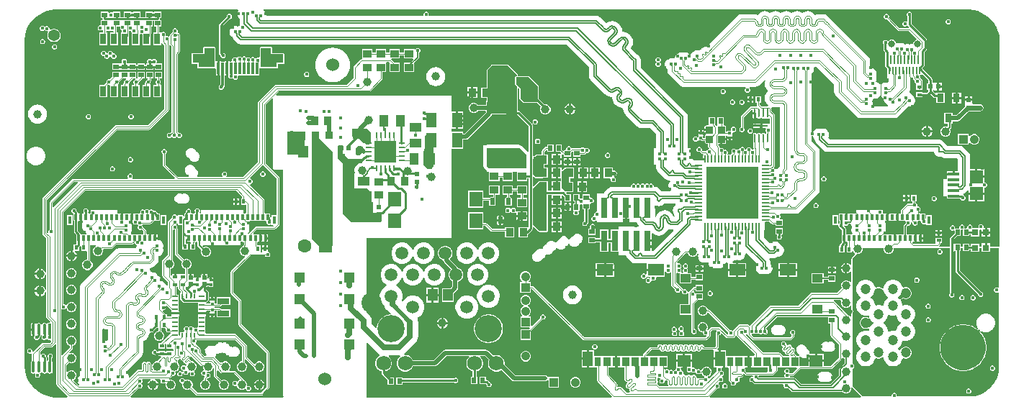
<source format=gtl>
G04*
G04 #@! TF.GenerationSoftware,Altium Limited,Altium Designer,22.10.1 (41)*
G04*
G04 Layer_Physical_Order=1*
G04 Layer_Color=255*
%FSLAX44Y44*%
%MOMM*%
G71*
G04*
G04 #@! TF.SameCoordinates,928D53FB-E6BB-4B63-96BA-E5CEFA686ED6*
G04*
G04*
G04 #@! TF.FilePolarity,Positive*
G04*
G01*
G75*
%ADD10C,0.2500*%
%ADD11C,0.2000*%
%ADD13C,0.6000*%
%ADD15C,0.1270*%
%ADD16C,0.2540*%
%ADD19R,2.6500X1.1000*%
%ADD20R,1.9500X1.6000*%
%ADD21R,1.2500X2.3000*%
%ADD22R,0.2425X1.0111*%
G04:AMPARAMS|DCode=23|XSize=1.0111mm|YSize=0.2425mm|CornerRadius=0.1212mm|HoleSize=0mm|Usage=FLASHONLY|Rotation=270.000|XOffset=0mm|YOffset=0mm|HoleType=Round|Shape=RoundedRectangle|*
%AMROUNDEDRECTD23*
21,1,1.0111,0.0000,0,0,270.0*
21,1,0.7686,0.2425,0,0,270.0*
1,1,0.2425,0.0000,-0.3843*
1,1,0.2425,0.0000,0.3843*
1,1,0.2425,0.0000,0.3843*
1,1,0.2425,0.0000,-0.3843*
%
%ADD23ROUNDEDRECTD23*%
G04:AMPARAMS|DCode=24|XSize=0.8mm|YSize=0.9mm|CornerRadius=0.08mm|HoleSize=0mm|Usage=FLASHONLY|Rotation=90.000|XOffset=0mm|YOffset=0mm|HoleType=Round|Shape=RoundedRectangle|*
%AMROUNDEDRECTD24*
21,1,0.8000,0.7400,0,0,90.0*
21,1,0.6400,0.9000,0,0,90.0*
1,1,0.1600,0.3700,0.3200*
1,1,0.1600,0.3700,-0.3200*
1,1,0.1600,-0.3700,-0.3200*
1,1,0.1600,-0.3700,0.3200*
%
%ADD24ROUNDEDRECTD24*%
G04:AMPARAMS|DCode=25|XSize=0.81mm|YSize=0.22mm|CornerRadius=0.0275mm|HoleSize=0mm|Usage=FLASHONLY|Rotation=270.000|XOffset=0mm|YOffset=0mm|HoleType=Round|Shape=RoundedRectangle|*
%AMROUNDEDRECTD25*
21,1,0.8100,0.1650,0,0,270.0*
21,1,0.7550,0.2200,0,0,270.0*
1,1,0.0550,-0.0825,-0.3775*
1,1,0.0550,-0.0825,0.3775*
1,1,0.0550,0.0825,0.3775*
1,1,0.0550,0.0825,-0.3775*
%
%ADD25ROUNDEDRECTD25*%
G04:AMPARAMS|DCode=26|XSize=0.81mm|YSize=0.22mm|CornerRadius=0.0275mm|HoleSize=0mm|Usage=FLASHONLY|Rotation=180.000|XOffset=0mm|YOffset=0mm|HoleType=Round|Shape=RoundedRectangle|*
%AMROUNDEDRECTD26*
21,1,0.8100,0.1650,0,0,180.0*
21,1,0.7550,0.2200,0,0,180.0*
1,1,0.0550,-0.3775,0.0825*
1,1,0.0550,0.3775,0.0825*
1,1,0.0550,0.3775,-0.0825*
1,1,0.0550,-0.3775,-0.0825*
%
%ADD26ROUNDEDRECTD26*%
%ADD28R,1.4000X0.7500*%
%ADD29R,0.3500X1.4000*%
%ADD30O,0.3500X1.4000*%
%ADD31R,1.5500X1.3500*%
%ADD32R,1.1700X1.8000*%
%ADD33R,1.9000X1.3500*%
%ADD34R,1.2000X1.0000*%
%ADD35R,0.8500X1.1000*%
%ADD36R,0.8750X1.1000*%
%ADD37R,0.7500X1.1000*%
%ADD38R,0.6500X0.5500*%
%ADD39R,0.3200X0.3600*%
%ADD40R,1.0000X0.9000*%
%ADD41R,0.4500X0.5500*%
%ADD42R,1.0000X1.0000*%
%ADD43R,0.3050X1.4050*%
%ADD44R,0.4000X0.9500*%
%ADD45R,0.3000X0.6500*%
%ADD46R,0.5500X0.4500*%
%ADD47R,0.5200X0.5200*%
%ADD48R,0.2500X0.5750*%
%ADD49R,0.6750X0.2500*%
%ADD50R,0.9000X1.0000*%
%ADD51R,0.5500X0.6500*%
%ADD52R,0.6200X0.6200*%
%ADD53R,0.6200X0.6200*%
%ADD54R,1.1500X1.8000*%
G04:AMPARAMS|DCode=55|XSize=0.55mm|YSize=0.8mm|CornerRadius=0.0495mm|HoleSize=0mm|Usage=FLASHONLY|Rotation=0.000|XOffset=0mm|YOffset=0mm|HoleType=Round|Shape=RoundedRectangle|*
%AMROUNDEDRECTD55*
21,1,0.5500,0.7010,0,0,0.0*
21,1,0.4510,0.8000,0,0,0.0*
1,1,0.0990,0.2255,-0.3505*
1,1,0.0990,-0.2255,-0.3505*
1,1,0.0990,-0.2255,0.3505*
1,1,0.0990,0.2255,0.3505*
%
%ADD55ROUNDEDRECTD55*%
%ADD56R,0.2300X0.8500*%
%ADD57R,0.2300X1.0000*%
%ADD58R,0.8000X1.0000*%
%ADD59R,1.1500X1.4500*%
%ADD60R,1.5500X1.5000*%
%ADD61R,1.3500X0.4000*%
%ADD62R,0.7600X2.4000*%
%ADD63R,0.8000X0.8000*%
%ADD64R,1.2000X1.2000*%
%ADD65R,0.3600X0.3200*%
%ADD66R,0.7600X1.2500*%
%ADD67R,1.5200X1.7800*%
%ADD68R,0.2500X0.7000*%
%ADD69R,0.7000X0.2500*%
%ADD70R,0.9000X0.9500*%
%ADD71R,1.1500X2.7000*%
%ADD72R,1.0500X1.4000*%
%ADD73R,3.5600X1.4000*%
%ADD74R,1.4000X1.0500*%
%ADD75R,1.5500X1.2000*%
%ADD76R,1.5500X1.2000*%
%ADD77R,1.6500X0.2500*%
%ADD146C,0.5080*%
%ADD158C,0.1386*%
%ADD159C,0.1020*%
%ADD160C,0.1016*%
%ADD161C,0.1350*%
%ADD162R,6.2000X6.2000*%
%ADD163C,1.0000*%
%ADD164R,2.6000X2.6000*%
%ADD165C,0.7000*%
%ADD166C,0.5000*%
%ADD167C,0.2032*%
%ADD168C,0.2554*%
%ADD169C,0.3000*%
%ADD170C,0.3810*%
%ADD171C,0.1339*%
%ADD172C,0.1500*%
%ADD173C,1.0500*%
%ADD174R,1.0500X1.0500*%
%ADD175O,2.9000X3.3000*%
%ADD176C,1.2000*%
%ADD177R,1.3680X1.3680*%
%ADD178C,1.3680*%
%ADD179C,1.5240*%
%ADD180C,5.3000*%
%ADD181C,1.7500*%
%ADD182C,1.6000*%
%ADD183C,2.4000*%
%ADD184C,0.4064*%
%ADD185O,1.5000X2.5500*%
%ADD186O,1.5500X0.9000*%
%ADD187O,0.9500X1.2500*%
%ADD188R,1.0500X1.0500*%
%ADD189C,0.8100*%
%ADD190R,1.6000X1.6000*%
%ADD191C,1.5000*%
%ADD192C,3.2000*%
%ADD193C,0.4060*%
G36*
X1117504Y457720D02*
X1122363Y456418D01*
X1127011Y454493D01*
X1131368Y451978D01*
X1135359Y448915D01*
X1138916Y445358D01*
X1141979Y441367D01*
X1144494Y437010D01*
X1146419Y432362D01*
X1147721Y427503D01*
X1148378Y422515D01*
Y420000D01*
X1148377Y179611D01*
X1147500Y178600D01*
X1137381D01*
Y182997D01*
X1133380D01*
Y177727D01*
X1130840D01*
Y182997D01*
X1126841D01*
Y178600D01*
X1124626D01*
Y182743D01*
X1114594D01*
Y180100D01*
X1112792D01*
Y182035D01*
X1105260D01*
Y178600D01*
X1102792D01*
Y182035D01*
X1095260D01*
X1094277Y182726D01*
Y187503D01*
X1098557Y191783D01*
X1102792D01*
Y198550D01*
X1103394Y198952D01*
X1104606D01*
X1105260Y198515D01*
Y191783D01*
X1112792D01*
Y193718D01*
X1114594D01*
Y190919D01*
X1124626D01*
Y198485D01*
X1125596Y199231D01*
X1126841Y198890D01*
Y197205D01*
X1130840D01*
Y201205D01*
X1129862D01*
X1129436Y201843D01*
Y203055D01*
X1128972Y204176D01*
X1128114Y205033D01*
X1126994Y205497D01*
X1125781D01*
X1124661Y205033D01*
X1123804Y204176D01*
X1123340Y203055D01*
Y201843D01*
X1122744Y200951D01*
X1116652D01*
X1116201Y201625D01*
Y202837D01*
X1115737Y203958D01*
X1114880Y204815D01*
X1113760Y205279D01*
X1112547D01*
X1111427Y204815D01*
X1110569Y203958D01*
X1110105Y202837D01*
Y201625D01*
X1110122Y201585D01*
X1109273Y200315D01*
X1107744D01*
X1107038Y201371D01*
X1107048Y201394D01*
Y202606D01*
X1106584Y203727D01*
X1105727Y204584D01*
X1104606Y205048D01*
X1103394D01*
X1102273Y204584D01*
X1101416Y203727D01*
X1100952Y202606D01*
Y201394D01*
X1100962Y201371D01*
X1100256Y200315D01*
X1096101D01*
X1096048Y200394D01*
Y201606D01*
X1095584Y202727D01*
X1094727Y203584D01*
X1093606Y204048D01*
X1092394D01*
X1091273Y203584D01*
X1090416Y202727D01*
X1089952Y201606D01*
Y200394D01*
X1090416Y199273D01*
X1091273Y198416D01*
X1092394Y197952D01*
X1093606D01*
X1093990Y198111D01*
X1095260Y197290D01*
Y195079D01*
X1090350Y190169D01*
X1090298Y190134D01*
X1089793Y189378D01*
X1089615Y188486D01*
Y178600D01*
X1077107D01*
X1076703Y179870D01*
X1077916Y181084D01*
X1078400Y182250D01*
Y182984D01*
X1080516D01*
Y189516D01*
X1072984D01*
Y182984D01*
X1071956Y182400D01*
X1046933D01*
X1045711Y183622D01*
X1045712Y183774D01*
X1046491Y184638D01*
X1046878Y184638D01*
X1047927D01*
Y189158D01*
Y193678D01*
X1046878D01*
X1046427Y193678D01*
X1045262Y193424D01*
X1040983D01*
X1040681Y193424D01*
X1039713D01*
X1038683Y194392D01*
Y202303D01*
X1040100Y203720D01*
X1040144Y203702D01*
X1041356D01*
X1042477Y204166D01*
X1043334Y205023D01*
X1043798Y206144D01*
Y207356D01*
X1044807Y208239D01*
X1044824Y208239D01*
X1044886Y208187D01*
X1045806Y207267D01*
X1045774Y207190D01*
Y205977D01*
X1046238Y204857D01*
X1047095Y204000D01*
X1048216Y203536D01*
X1049428D01*
X1050548Y204000D01*
X1051406Y204857D01*
X1051870Y205977D01*
Y207190D01*
X1051484Y208121D01*
X1051783Y208880D01*
X1052121Y209391D01*
X1054336D01*
X1054821Y209391D01*
X1054968Y209322D01*
X1055952Y208265D01*
Y207644D01*
X1056416Y206523D01*
X1057273Y205666D01*
X1058394Y205202D01*
X1059606D01*
X1060727Y205666D01*
X1060836Y205776D01*
X1062106Y205250D01*
Y204391D01*
X1068138D01*
Y215924D01*
X1062106D01*
Y212588D01*
X1060836Y211909D01*
X1060661Y212026D01*
Y213175D01*
X1060638Y213286D01*
Y217924D01*
X1055908D01*
X1055606Y217924D01*
X1054638D01*
X1053717Y218937D01*
Y220511D01*
X1053794Y220543D01*
X1054651Y221400D01*
X1055115Y222520D01*
Y223733D01*
X1054651Y224853D01*
X1053794Y225711D01*
X1052674Y226175D01*
X1052120D01*
X1051232Y227350D01*
X1051254Y227402D01*
Y228614D01*
X1050790Y229734D01*
X1049932Y230592D01*
X1049150Y230916D01*
Y232234D01*
X1050766D01*
Y239766D01*
X1044234D01*
Y232234D01*
X1045850D01*
Y229963D01*
X1045622Y229734D01*
X1045590Y229657D01*
X1040008D01*
X1038841Y229174D01*
X1032956Y223289D01*
X1032473Y222122D01*
Y219064D01*
X1031203Y218110D01*
X1030892Y218178D01*
X1030442Y218178D01*
X1029392D01*
Y213657D01*
Y209137D01*
X1030442D01*
X1030892Y209137D01*
X1032057Y209391D01*
X1032162D01*
X1036336D01*
X1036638Y209391D01*
X1037606D01*
X1038019Y208121D01*
X1037702Y207356D01*
Y206144D01*
X1037720Y206101D01*
X1035810Y204190D01*
X1035445Y203644D01*
X1035317Y203000D01*
Y194059D01*
X1034681Y193424D01*
X1033713D01*
X1033411Y193424D01*
X1029132D01*
X1027967Y193678D01*
X1027967Y193678D01*
X1027967Y193678D01*
X1026467D01*
Y189158D01*
X1023927D01*
Y193678D01*
X1022878D01*
X1022427Y193678D01*
X1021262Y193424D01*
X1016983D01*
X1016681Y193424D01*
X1015713D01*
X1015411Y193424D01*
X1013515D01*
X1013102Y194694D01*
X1013927Y196122D01*
X1014412Y197931D01*
Y199804D01*
X1013982Y201408D01*
X1014412Y203011D01*
Y204884D01*
X1013927Y206693D01*
X1013216Y207924D01*
X1013783Y209016D01*
X1013920Y209137D01*
X1014853D01*
Y213657D01*
Y218178D01*
X1013803D01*
X1013352Y218178D01*
X1012188Y217924D01*
X1011600D01*
X1010702Y218822D01*
Y221987D01*
X979542D01*
Y218178D01*
X977803D01*
X977352Y218178D01*
Y218178D01*
X976638Y217924D01*
X976638Y217924D01*
X971606D01*
X971606Y217924D01*
X970892Y218178D01*
X970892Y218178D01*
X970427Y218178D01*
X969392D01*
Y213657D01*
X966852D01*
Y218178D01*
X965803D01*
X965352Y218178D01*
X964188Y217924D01*
X959606D01*
Y209391D01*
X959792D01*
Y206846D01*
X959468Y206418D01*
X959408Y206384D01*
X958138Y207118D01*
Y215924D01*
X952106D01*
Y204391D01*
X957580D01*
X958138Y204391D01*
X958851Y203417D01*
Y203292D01*
X959315Y202172D01*
X960172Y201315D01*
X960543Y201161D01*
X962866Y198838D01*
Y193424D01*
X962681D01*
Y189020D01*
X962669Y188961D01*
Y183965D01*
X960852Y182148D01*
X960347Y181392D01*
X960169Y180500D01*
Y179766D01*
X959234D01*
Y172234D01*
X965766D01*
Y179766D01*
X965766Y179766D01*
X965766D01*
X966183Y180887D01*
X966648Y181352D01*
X967153Y182108D01*
X967331Y183000D01*
Y184509D01*
X967713Y184891D01*
X968681D01*
X969850Y183981D01*
Y179766D01*
X968234D01*
Y172234D01*
X974766D01*
Y173468D01*
X976036Y173721D01*
X976400Y172842D01*
X978092Y171150D01*
X978099Y171147D01*
X978346Y169902D01*
X974222Y165778D01*
X973900Y165000D01*
Y158263D01*
X972630Y157737D01*
X971302Y159065D01*
X969020Y160011D01*
Y153750D01*
Y147489D01*
X971302Y148435D01*
X972630Y149763D01*
X973900Y149237D01*
Y137517D01*
X973667Y137381D01*
X972630Y137128D01*
X971158Y138600D01*
X968947Y139516D01*
X966553D01*
X964342Y138600D01*
X962650Y136908D01*
X961734Y134697D01*
Y132303D01*
X962462Y130545D01*
X956817Y124900D01*
X927385D01*
X926219Y124416D01*
X911702Y109900D01*
X879250D01*
X878084Y109416D01*
X855834Y87166D01*
X855459Y86261D01*
X854568Y85903D01*
X854080Y85843D01*
X853265Y86659D01*
X852098Y87142D01*
X842083D01*
X840916Y86659D01*
X834980Y80723D01*
X833818Y80088D01*
X832698Y80552D01*
X831485D01*
X831341Y80492D01*
X807166Y104666D01*
X806000Y105150D01*
X805078D01*
X804350Y106908D01*
X802658Y108600D01*
X800447Y109516D01*
X798053D01*
X795842Y108600D01*
X794150Y106908D01*
X793234Y104697D01*
Y102303D01*
X794150Y100092D01*
X795842Y98400D01*
X798053Y97484D01*
X800447D01*
X802658Y98400D01*
X804350Y100092D01*
X804622Y100749D01*
X806120Y101047D01*
X829047Y78120D01*
X829044Y78110D01*
Y76898D01*
X829083Y76802D01*
X828643Y75587D01*
X828380Y75330D01*
X827791Y75372D01*
X819247Y83916D01*
X818080Y84400D01*
X809750D01*
X808584Y83916D01*
X805584Y80916D01*
X804478Y81435D01*
X804513Y81590D01*
X805016Y82803D01*
Y85197D01*
X804100Y87408D01*
X802408Y89100D01*
X800197Y90016D01*
X797803D01*
X795592Y89100D01*
X793900Y87408D01*
X792984Y85197D01*
Y82803D01*
X793900Y80592D01*
X795592Y78900D01*
X797803Y77984D01*
X799452D01*
Y77144D01*
X799916Y76023D01*
X800773Y75166D01*
X801894Y74702D01*
X803073D01*
X803164Y74606D01*
X803769Y73602D01*
X802317Y72150D01*
X660183D01*
X600166Y132166D01*
X599000Y132650D01*
X597016D01*
Y137266D01*
X594837D01*
X594562Y137839D01*
X594448Y138536D01*
X596062Y140151D01*
X597016Y142454D01*
Y144946D01*
X596062Y147249D01*
X594299Y149012D01*
X591996Y149966D01*
X589504D01*
X587201Y149012D01*
X585438Y147249D01*
X584484Y144946D01*
Y142454D01*
X585438Y140151D01*
X587052Y138536D01*
X586938Y137839D01*
X586663Y137266D01*
X584484D01*
Y124734D01*
X597016D01*
Y129350D01*
X598317D01*
X658334Y69334D01*
X659500Y68850D01*
X803000D01*
X804166Y69334D01*
X807916Y73084D01*
X808400Y74250D01*
Y79067D01*
X810433Y81100D01*
X815058D01*
X815534Y79830D01*
X815013Y79310D01*
X814549Y78189D01*
Y76977D01*
X814986Y75923D01*
X814896Y75707D01*
Y61746D01*
X814020Y60870D01*
X800818D01*
X800742Y61054D01*
X800565Y61939D01*
X799891Y62949D01*
X798881Y63623D01*
X797996Y63799D01*
X797691Y63926D01*
X797385Y63799D01*
X796500Y63623D01*
X795557Y62993D01*
X795459Y62952D01*
X794069Y63108D01*
X793779Y63542D01*
X792769Y64217D01*
X791884Y64393D01*
X791579Y64520D01*
X791273Y64393D01*
X790388Y64217D01*
X789378Y63542D01*
X789286Y63405D01*
X787759D01*
X787667Y63542D01*
X786657Y64217D01*
X785772Y64393D01*
X785467Y64520D01*
X785161Y64393D01*
X784276Y64217D01*
X783266Y63542D01*
X783174Y63405D01*
X781647D01*
X781555Y63542D01*
X780545Y64217D01*
X779660Y64393D01*
X779354Y64520D01*
X779049Y64393D01*
X778164Y64217D01*
X777154Y63542D01*
X777062Y63405D01*
X775535D01*
X775443Y63542D01*
X774433Y64217D01*
X773548Y64393D01*
X773242Y64520D01*
X772937Y64393D01*
X772052Y64217D01*
X771042Y63542D01*
X770950Y63405D01*
X769423D01*
X769331Y63542D01*
X768321Y64217D01*
X767436Y64393D01*
X767131Y64520D01*
X766825Y64393D01*
X765940Y64217D01*
X764930Y63542D01*
X764838Y63405D01*
X763311D01*
X763219Y63542D01*
X762209Y64217D01*
X761324Y64393D01*
X761019Y64520D01*
X760713Y64393D01*
X759828Y64217D01*
X758818Y63542D01*
X758726Y63405D01*
X757199D01*
X757107Y63542D01*
X756097Y64217D01*
X755212Y64393D01*
X754906Y64520D01*
X754601Y64393D01*
X753716Y64217D01*
X752706Y63542D01*
X752614Y63405D01*
X751087D01*
X750995Y63542D01*
X749985Y64217D01*
X749100Y64393D01*
X748794Y64520D01*
X748489Y64393D01*
X747604Y64217D01*
X746594Y63542D01*
X745920Y62533D01*
X745743Y61648D01*
X745617Y61342D01*
Y60870D01*
X738312D01*
X737146Y60386D01*
X729428Y52668D01*
X728944Y51502D01*
Y49988D01*
X725328D01*
X725328Y49988D01*
X724860D01*
Y49988D01*
X724058Y49988D01*
X715130D01*
X714328Y49988D01*
X713058Y49988D01*
X704279D01*
X703114Y50242D01*
X702163Y50242D01*
X698864D01*
Y43472D01*
Y36702D01*
X702163D01*
X703114Y36702D01*
X704279Y36956D01*
X706945D01*
Y23180D01*
X707428Y22013D01*
X708717Y20724D01*
X708717Y20724D01*
X709023Y20597D01*
X709774Y20096D01*
X710332Y19985D01*
X710767Y18623D01*
X709521Y17378D01*
X709395Y17072D01*
X708894Y16322D01*
X708657Y15131D01*
X708894Y13940D01*
X709511Y12901D01*
X709521Y12884D01*
X709521Y12884D01*
X709521Y12884D01*
X709522Y12884D01*
X709827Y12757D01*
X710578Y12256D01*
X711768Y12019D01*
X711931Y12051D01*
X713011Y10971D01*
X712979Y10809D01*
X713215Y9618D01*
X713240Y9582D01*
X713740Y8737D01*
X713241Y7505D01*
X709302D01*
X704157Y12650D01*
X704157Y12650D01*
X703798Y13009D01*
X703540Y13116D01*
X702577Y13759D01*
X701183Y14036D01*
X699790Y13759D01*
X699432Y13520D01*
X698517Y14436D01*
X698755Y14793D01*
X699033Y16187D01*
X698755Y17581D01*
X698112Y18543D01*
X698005Y18802D01*
X688310Y28497D01*
X688310Y28497D01*
X688244Y28563D01*
Y36956D01*
X690909D01*
X692074Y36702D01*
X693025Y36702D01*
X696324D01*
Y43472D01*
Y50242D01*
X693025D01*
X692074Y50242D01*
X690909Y49988D01*
X681328D01*
Y49988D01*
X680860D01*
Y49988D01*
X671328Y49988D01*
X671114Y51169D01*
X671114Y56851D01*
X671114Y56851D01*
X671612Y57638D01*
X671612Y57638D01*
X672792Y58002D01*
X672866D01*
X673986Y58466D01*
X674843Y59324D01*
X675307Y60444D01*
Y61656D01*
X674843Y62777D01*
X673986Y63634D01*
X672866Y64098D01*
X671653D01*
X670533Y63634D01*
X669675Y62777D01*
X669211Y61656D01*
Y60444D01*
X669675Y59324D01*
X670487Y58512D01*
X670475Y58270D01*
X670451Y58191D01*
X670451Y58191D01*
X670170Y57242D01*
X669957Y57242D01*
X665264D01*
Y46972D01*
Y36702D01*
X670163D01*
X671114Y36702D01*
X672279Y36956D01*
X674952D01*
Y21108D01*
X675436Y19942D01*
X692484Y2894D01*
X691958Y1624D01*
X403946Y1624D01*
X403862Y1750D01*
Y65151D01*
X405035Y65637D01*
X417099Y53573D01*
X419084Y52050D01*
X419359Y51936D01*
X419451Y50523D01*
X417858Y49603D01*
X416039Y47785D01*
X414754Y45557D01*
X414088Y43074D01*
Y40502D01*
X414754Y38019D01*
X416039Y35791D01*
X417858Y33973D01*
X420085Y32687D01*
X421544Y32297D01*
Y30116D01*
X421720Y29232D01*
X422220Y28482D01*
X428876Y21827D01*
Y16562D01*
X436408D01*
Y25094D01*
X432143D01*
X426165Y31073D01*
Y32297D01*
X427624Y32687D01*
X429851Y33973D01*
X431669Y35791D01*
X432955Y38019D01*
X433620Y40502D01*
Y43074D01*
X432955Y45557D01*
X431669Y47785D01*
X429957Y49496D01*
X430065Y50403D01*
X430162Y50766D01*
X442133D01*
X442910Y50868D01*
X443326Y49642D01*
X443258Y49603D01*
X441439Y47785D01*
X440154Y45557D01*
X439488Y43074D01*
Y40502D01*
X440154Y38019D01*
X441439Y35791D01*
X443258Y33973D01*
X445485Y32687D01*
X447968Y32022D01*
X450540D01*
X453024Y32687D01*
X455251Y33973D01*
X457069Y35791D01*
X458355Y38019D01*
X458404Y38203D01*
X484218D01*
X485590Y38476D01*
X486753Y39253D01*
X497969Y50469D01*
X524128D01*
X524654Y49199D01*
X523239Y47785D01*
X521954Y45557D01*
X521288Y43074D01*
Y40502D01*
X521954Y38019D01*
X523239Y35791D01*
X525058Y33973D01*
X527285Y32687D01*
X528744Y32297D01*
Y25602D01*
X526666D01*
Y17070D01*
X534198D01*
Y25602D01*
X533364D01*
Y32297D01*
X534824Y32687D01*
X537051Y33973D01*
X538869Y35791D01*
X540154Y38019D01*
X540820Y40502D01*
Y43074D01*
X540154Y45557D01*
X538869Y47785D01*
X537454Y49199D01*
X537980Y50469D01*
X542703D01*
X547449Y45723D01*
X547354Y45557D01*
X546688Y43074D01*
Y40502D01*
X547354Y38019D01*
X548639Y35791D01*
X550458Y33973D01*
X552685Y32687D01*
X555168Y32022D01*
X557740D01*
X560224Y32687D01*
X562380Y33933D01*
X574848Y21465D01*
X576011Y20688D01*
X577383Y20415D01*
X613750D01*
X615122Y20688D01*
X616285Y21465D01*
X616514Y21808D01*
X617784Y21423D01*
Y12984D01*
X630316D01*
Y25516D01*
X618328D01*
X617784Y25516D01*
X616687Y25933D01*
X616285Y26535D01*
X615122Y27312D01*
X613750Y27585D01*
X578868D01*
X566163Y40290D01*
X566220Y40502D01*
Y43074D01*
X565555Y45557D01*
X564269Y47785D01*
X562450Y49603D01*
X560224Y50889D01*
X557740Y51554D01*
X555168D01*
X552685Y50889D01*
X552519Y50793D01*
X546723Y56589D01*
X545560Y57366D01*
X544188Y57639D01*
X496484D01*
X495112Y57366D01*
X493949Y56589D01*
X482733Y45373D01*
X458404D01*
X458355Y45557D01*
X457069Y47785D01*
X455251Y49603D01*
X453024Y50889D01*
X450540Y51554D01*
X448364D01*
X447892Y52793D01*
X448909Y53573D01*
X461820Y66483D01*
X463342Y68468D01*
X464300Y70779D01*
X464626Y73259D01*
Y90456D01*
X464300Y92936D01*
X463800Y94143D01*
X463615Y95405D01*
X464393Y95857D01*
X466693Y97185D01*
X469207Y99699D01*
X470984Y102777D01*
X471904Y106211D01*
Y109765D01*
X470984Y113199D01*
X469207Y116277D01*
X466693Y118791D01*
X463615Y120568D01*
X460181Y121488D01*
X456627D01*
X453193Y120568D01*
X450115Y118791D01*
X447601Y116277D01*
X446592Y114529D01*
X445055Y114407D01*
X445003Y114471D01*
X445584Y115477D01*
X446504Y118911D01*
Y122465D01*
X445584Y125899D01*
X443807Y128977D01*
X441293Y131491D01*
X438530Y133086D01*
X438381Y134091D01*
X438466Y134515D01*
X440728Y135822D01*
X443071Y138164D01*
X444727Y141032D01*
X445047Y142226D01*
X446362D01*
X446681Y141032D01*
X448338Y138164D01*
X450680Y135822D01*
X453548Y134165D01*
X456748Y133308D01*
X460060D01*
X463260Y134165D01*
X466128Y135822D01*
X468471Y138164D01*
X470127Y141032D01*
X470447Y142226D01*
X471762D01*
X472081Y141032D01*
X473738Y138164D01*
X476080Y135822D01*
X478948Y134165D01*
X482148Y133308D01*
X485460D01*
X488660Y134165D01*
X491528Y135822D01*
X493871Y138164D01*
X495527Y141032D01*
X496384Y144232D01*
Y147544D01*
X495527Y150744D01*
X493871Y153612D01*
X491528Y155955D01*
X488660Y157611D01*
X485460Y158468D01*
X482148D01*
X478948Y157611D01*
X476080Y155955D01*
X473738Y153612D01*
X472081Y150744D01*
X471762Y149550D01*
X470447D01*
X470127Y150744D01*
X468471Y153612D01*
X466128Y155955D01*
X463260Y157611D01*
X460060Y158468D01*
X456748D01*
X453548Y157611D01*
X450680Y155955D01*
X448338Y153612D01*
X446681Y150744D01*
X446362Y149550D01*
X445047D01*
X444727Y150744D01*
X443071Y153612D01*
X440728Y155955D01*
X437860Y157611D01*
X434660Y158468D01*
X431348D01*
X428148Y157611D01*
X425280Y155955D01*
X422938Y153612D01*
X421281Y150744D01*
X420424Y147544D01*
Y144232D01*
X421281Y141032D01*
X422938Y138164D01*
X425280Y135822D01*
X427542Y134515D01*
X427627Y134091D01*
X427478Y133086D01*
X424715Y131491D01*
X422201Y128977D01*
X420424Y125899D01*
X419504Y122465D01*
Y118911D01*
X420424Y115477D01*
X422201Y112399D01*
X424715Y109885D01*
X425126Y109648D01*
X425279Y108485D01*
X426237Y106174D01*
X427759Y104190D01*
X429744Y102667D01*
X431391Y101985D01*
X432798Y100577D01*
X432312Y99404D01*
X431328D01*
X428041Y98750D01*
X424944Y97467D01*
X422157Y95605D01*
X419787Y93235D01*
X417925Y90448D01*
X416642Y87351D01*
X415988Y84064D01*
Y83445D01*
X414815Y82959D01*
X409736Y88038D01*
Y91846D01*
X409409Y94326D01*
X408452Y96637D01*
X406930Y98621D01*
X403862Y101689D01*
Y188900D01*
X502854D01*
X503632Y189222D01*
X503954Y190000D01*
Y191182D01*
X504108Y191554D01*
Y294060D01*
X517240D01*
Y304743D01*
X520795D01*
X522167Y305016D01*
X523330Y305793D01*
X550287Y332750D01*
X551064Y333913D01*
X551188Y334536D01*
X568557D01*
X568782Y334491D01*
X581240D01*
X594405Y321327D01*
Y291443D01*
X593135Y290917D01*
X586353Y297699D01*
X585093Y298541D01*
X584662Y298627D01*
Y298762D01*
X583982D01*
X583606Y298837D01*
X545252D01*
X544877Y298762D01*
X541442D01*
Y295327D01*
X541367Y294952D01*
Y273616D01*
X541663Y272129D01*
X542505Y270869D01*
X545065Y268309D01*
X546325Y267467D01*
X547812Y267171D01*
X548126D01*
Y256246D01*
X560158D01*
Y260112D01*
X564128D01*
Y256246D01*
X576160D01*
Y267171D01*
X580638D01*
Y256246D01*
X592670D01*
Y259709D01*
X594405D01*
Y202808D01*
X593652Y201850D01*
X582620D01*
Y189818D01*
X593652D01*
Y193764D01*
X594284Y194186D01*
X598384Y198286D01*
X598889Y199042D01*
X599067Y199934D01*
Y202137D01*
X600240Y202623D01*
X605936Y196927D01*
Y196422D01*
X606778D01*
X606980Y196338D01*
X615952D01*
X616154Y196422D01*
X616968D01*
Y197236D01*
X617052Y197438D01*
Y239985D01*
X621682D01*
Y235458D01*
X627452D01*
X633222D01*
Y239064D01*
X634492Y239590D01*
X636738Y237344D01*
Y232109D01*
X644270D01*
Y240641D01*
X640034D01*
X638664Y242011D01*
X639190Y243281D01*
X642040D01*
X642289Y243384D01*
X647116D01*
Y255416D01*
X643140D01*
Y259834D01*
X648116D01*
Y271866D01*
X642226D01*
X642040Y271943D01*
X637540D01*
X637354Y271866D01*
X637084D01*
Y271754D01*
X636762Y271621D01*
X634395Y269254D01*
X633222Y269740D01*
Y272208D01*
X628722D01*
Y265938D01*
Y259668D01*
X632414D01*
X632415Y259667D01*
Y256307D01*
X632373Y256206D01*
X628722D01*
Y249936D01*
X627452D01*
Y248666D01*
X621682D01*
Y244647D01*
X617052D01*
Y254936D01*
X616968Y255138D01*
Y255952D01*
X616154D01*
X615952Y256036D01*
X606952D01*
X606750Y255952D01*
X605936D01*
Y255475D01*
X600240Y249779D01*
X599067Y250265D01*
Y261182D01*
X600337Y261708D01*
X601884Y260160D01*
X602662Y259838D01*
X611452D01*
X611654Y259922D01*
X616968D01*
Y271954D01*
X613102D01*
Y275670D01*
X616968D01*
Y287702D01*
X613102D01*
Y290983D01*
X614916Y292797D01*
X616186Y292524D01*
Y290628D01*
X623718D01*
Y299160D01*
X616186D01*
Y296290D01*
X614426D01*
X613260Y295806D01*
X610286Y292832D01*
X609802Y291666D01*
Y287786D01*
X603678D01*
X602900Y287464D01*
X601441Y286004D01*
X601374D01*
X600253Y285540D01*
X599067Y286149D01*
Y322292D01*
X598956Y322849D01*
X598905Y323107D01*
X598960Y323185D01*
X600165Y323643D01*
X600187Y323620D01*
X600505Y323302D01*
X601625Y322838D01*
X602838D01*
X603958Y323302D01*
X604815Y324160D01*
X605279Y325280D01*
Y326493D01*
X604815Y327613D01*
X603958Y328470D01*
X602838Y328934D01*
X601625D01*
X600505Y328470D01*
X599647Y327613D01*
X599183Y326493D01*
Y325280D01*
X599456Y324621D01*
X598384Y323940D01*
X598222Y324102D01*
X583854Y338470D01*
X583098Y338975D01*
X582206Y339153D01*
X581868D01*
Y350568D01*
X581600D01*
Y365178D01*
X582738Y365668D01*
X583578Y364980D01*
Y353043D01*
X583900Y352266D01*
X587493Y348672D01*
X588271Y348350D01*
X604100D01*
X604504Y348518D01*
X609096Y343925D01*
X608228Y341830D01*
Y339437D01*
X609144Y337226D01*
X610837Y335533D01*
X613048Y334618D01*
X615441D01*
X617652Y335533D01*
X619345Y337226D01*
X620261Y339437D01*
Y341830D01*
X619345Y344041D01*
X617652Y345734D01*
X615441Y346650D01*
X613048D01*
X612989Y346625D01*
X606156Y353458D01*
Y368100D01*
X605834Y368877D01*
X595317Y379394D01*
X595313Y379396D01*
X595311Y379400D01*
X594924Y379557D01*
X594540Y379716D01*
X594535Y379714D01*
X594531Y379716D01*
X582501Y379622D01*
X581600Y380516D01*
Y381550D01*
X581278Y382328D01*
X570522Y393083D01*
X569744Y393405D01*
X568232D01*
Y393610D01*
X550200D01*
Y392601D01*
X545765Y388166D01*
X545442Y387388D01*
Y366480D01*
X538612D01*
Y354448D01*
X545442D01*
Y350568D01*
X544236D01*
Y345949D01*
X534513D01*
X533186Y347276D01*
X530975Y348192D01*
X528581D01*
X526370Y347276D01*
X524678Y345584D01*
X523762Y343373D01*
Y340979D01*
X524678Y338768D01*
X526370Y337076D01*
X528581Y336160D01*
X530975D01*
X533186Y337076D01*
X534878Y338768D01*
X534883Y338779D01*
X543079D01*
X544167Y338052D01*
Y336770D01*
X519310Y311913D01*
X517240D01*
Y314092D01*
X504108D01*
Y317682D01*
X509204D01*
Y327952D01*
X510474D01*
D01*
X509204D01*
Y338222D01*
X504108D01*
Y355854D01*
X503786Y356632D01*
X503008Y356954D01*
X487022D01*
X487022Y356954D01*
X309306D01*
X309306Y356954D01*
X297946D01*
X297460Y358127D01*
X300801Y361468D01*
X407118D01*
X408284Y361951D01*
X422166Y375834D01*
X422650Y377000D01*
Y384484D01*
X427016D01*
Y395516D01*
X427940Y396350D01*
X430060D01*
X430984Y395516D01*
Y384484D01*
X443016D01*
Y395516D01*
X436817D01*
X433166Y399166D01*
X433052Y399214D01*
X433304Y400484D01*
X443016D01*
Y404350D01*
X447984D01*
Y400484D01*
X458307D01*
X458833Y399214D01*
X455135Y395516D01*
X447984D01*
Y384484D01*
X460016D01*
Y395516D01*
X460016Y395516D01*
X460016D01*
X460795Y396414D01*
X465190Y400810D01*
X465555Y401356D01*
X465683Y402000D01*
Y407398D01*
X465727Y407416D01*
X466584Y408273D01*
X467048Y409394D01*
Y410606D01*
X466584Y411727D01*
X465727Y412584D01*
X464606Y413048D01*
X463394D01*
X462273Y412584D01*
X461416Y411727D01*
X461286Y411413D01*
X460016Y411516D01*
Y411516D01*
X447984D01*
Y407650D01*
X443016D01*
Y411516D01*
X430984D01*
Y407650D01*
X427016D01*
Y411516D01*
X414984D01*
Y407650D01*
X411016D01*
Y411516D01*
X398984D01*
Y400920D01*
X398984Y400484D01*
X398060Y399650D01*
X398000D01*
X396834Y399166D01*
X388834Y391166D01*
X388350Y390000D01*
Y377683D01*
X380188Y369521D01*
X296423D01*
X295256Y369038D01*
X276622Y350403D01*
X276138Y349237D01*
Y278471D01*
X258544Y260876D01*
X239483D01*
X238957Y262146D01*
X239334Y262523D01*
X239798Y263644D01*
Y264856D01*
X239334Y265977D01*
X238477Y266834D01*
X237356Y267298D01*
X236144D01*
X235023Y266834D01*
X234166Y265977D01*
X233702Y264856D01*
Y263644D01*
X234166Y262523D01*
X234543Y262146D01*
X234017Y260876D01*
X205657D01*
X205171Y262050D01*
X205268Y262147D01*
X206196Y264387D01*
Y266813D01*
X205268Y269053D01*
X203553Y270768D01*
X202226Y271318D01*
X201676Y272645D01*
X199961Y274360D01*
X197721Y275288D01*
X195295D01*
X193055Y274360D01*
X191340Y272645D01*
X190412Y270405D01*
Y267980D01*
X191340Y265739D01*
X193055Y264024D01*
X194382Y263474D01*
X194932Y262147D01*
X195029Y262050D01*
X194543Y260876D01*
X182456D01*
X167650Y275683D01*
Y288384D01*
X167727Y288416D01*
X168584Y289273D01*
X169048Y290394D01*
Y291606D01*
X168584Y292727D01*
X167727Y293584D01*
X166606Y294048D01*
X165394D01*
X164273Y293584D01*
X163416Y292727D01*
X162952Y291606D01*
Y290394D01*
X163416Y289273D01*
X164273Y288416D01*
X164350Y288384D01*
Y275000D01*
X164834Y273834D01*
X178649Y260018D01*
X178163Y258844D01*
X128951D01*
X128425Y260114D01*
X128584Y260273D01*
X129048Y261394D01*
Y262606D01*
X128584Y263727D01*
X127727Y264584D01*
X126606Y265048D01*
X125394D01*
X124273Y264584D01*
X123416Y263727D01*
X122952Y262606D01*
Y261394D01*
X123416Y260273D01*
X123575Y260114D01*
X123049Y258844D01*
X59195D01*
X58028Y258361D01*
X31834Y232166D01*
X31350Y231000D01*
Y199616D01*
X31273Y199584D01*
X30416Y198727D01*
X29952Y197606D01*
Y196394D01*
X30098Y196042D01*
X29021Y195322D01*
X28155Y196189D01*
Y233822D01*
X110683Y316350D01*
X147745D01*
X148911Y316834D01*
X171295Y339218D01*
X171779Y340384D01*
Y415729D01*
X172035Y415876D01*
X173048Y416119D01*
X174316Y414851D01*
Y314683D01*
X172659Y313026D01*
X172606Y313048D01*
X171394D01*
X170273Y312584D01*
X169416Y311727D01*
X168952Y310606D01*
Y309394D01*
X169416Y308273D01*
X170273Y307416D01*
X171394Y306952D01*
X172606D01*
X173727Y307416D01*
X174187Y307877D01*
X175003Y308134D01*
X175792Y307871D01*
X176260Y307403D01*
X177381Y306939D01*
X178593D01*
X179713Y307403D01*
X180112Y307802D01*
X180763Y308188D01*
X181760Y307813D01*
X182011Y307562D01*
X183131Y307098D01*
X184344D01*
X185464Y307562D01*
X186322Y308419D01*
X186786Y309540D01*
Y310752D01*
X186322Y311873D01*
X185464Y312730D01*
X184344Y313194D01*
X183131D01*
X182943Y313116D01*
X181684Y314375D01*
Y405317D01*
X184166Y407800D01*
X184650Y408966D01*
Y428405D01*
X184166Y429571D01*
X183571Y430166D01*
X182568Y430582D01*
X182375Y430717D01*
X181852Y431920D01*
X182048Y432394D01*
Y433606D01*
X181584Y434727D01*
X180727Y435584D01*
X179606Y436048D01*
X178394D01*
X177273Y435584D01*
X176416Y434727D01*
X175952Y433606D01*
Y432394D01*
X175984Y432317D01*
X172834Y429166D01*
X172350Y428000D01*
Y426753D01*
X171080Y426227D01*
X170725Y426582D01*
X169606Y427046D01*
X168862D01*
X168059Y427981D01*
X167974Y428219D01*
X168046Y428394D01*
Y429606D01*
X167582Y430725D01*
X166725Y431582D01*
X165606Y432046D01*
X164394D01*
X163275Y431582D01*
X163026Y431333D01*
X162566Y431016D01*
X160352D01*
Y438234D01*
X162966D01*
Y445766D01*
X162001D01*
X161052Y446964D01*
X161235Y448234D01*
X162966D01*
Y455766D01*
X154434D01*
Y455017D01*
X154106Y454798D01*
X152894D01*
X152266Y455218D01*
Y455766D01*
X143734D01*
Y449326D01*
X138266D01*
Y455766D01*
X129734D01*
Y455217D01*
X129106Y454798D01*
X127894D01*
X127266Y455218D01*
Y455766D01*
X118734D01*
Y449326D01*
X114266D01*
Y455766D01*
X105734D01*
Y455317D01*
X104464Y454680D01*
X103767Y454968D01*
X102555D01*
X101435Y454504D01*
X100228Y455094D01*
Y455766D01*
X91696D01*
Y448234D01*
X93427D01*
X93610Y446964D01*
X92661Y445766D01*
X91696D01*
Y439775D01*
X91356Y439548D01*
X90144D01*
X89023Y439084D01*
X88166Y438227D01*
X87702Y437106D01*
Y435894D01*
X88166Y434773D01*
X89023Y433916D01*
X90144Y433452D01*
X91356D01*
X92477Y433916D01*
X93040Y434480D01*
X94310Y434064D01*
Y431016D01*
X89434D01*
Y416484D01*
X99066D01*
Y431016D01*
X97614D01*
Y432530D01*
X97886Y432795D01*
X98884Y433267D01*
X99644Y432952D01*
X100856D01*
X101977Y433416D01*
X102625Y434064D01*
X103273Y433416D01*
X104394Y432952D01*
X105606D01*
X105662Y432975D01*
X106694Y432286D01*
X106502Y431016D01*
X102134D01*
Y416484D01*
X111766D01*
Y431016D01*
X110236D01*
Y438234D01*
X114120D01*
Y437024D01*
X114584Y435903D01*
X115442Y435046D01*
X115537Y435006D01*
X116314Y433654D01*
Y432442D01*
X116378Y432286D01*
X115530Y431016D01*
X114834D01*
Y416484D01*
X124466D01*
Y426736D01*
X124592Y427040D01*
Y429953D01*
X124647Y430088D01*
Y432585D01*
X125500Y433154D01*
X126712D01*
X127040Y432935D01*
Y432442D01*
X127146Y432187D01*
X127534Y431016D01*
X127534Y431016D01*
X127534Y431016D01*
Y416484D01*
X137166D01*
Y428649D01*
X138436Y429497D01*
X138772Y429358D01*
X139985D01*
X140234Y429192D01*
Y416484D01*
X149866D01*
Y426736D01*
X149992Y427040D01*
Y429185D01*
X150284Y429478D01*
X150284D01*
X150768Y430645D01*
X150768Y430646D01*
Y438234D01*
X152266D01*
Y444706D01*
X154434D01*
Y438234D01*
X157048D01*
Y431016D01*
X152934D01*
Y416484D01*
X162566D01*
Y418575D01*
X163822Y418831D01*
X163836Y418831D01*
X166350Y416317D01*
Y341812D01*
X146317Y321778D01*
X109118D01*
X107952Y321295D01*
X23307Y236651D01*
X22824Y235484D01*
Y194527D01*
X23307Y193360D01*
X27509Y189158D01*
Y148322D01*
X26270Y148247D01*
X25315Y150552D01*
X23552Y152315D01*
X21270Y153260D01*
Y147000D01*
Y140739D01*
X23552Y141685D01*
X25315Y143448D01*
X26270Y145753D01*
X27509Y145678D01*
Y128322D01*
X26270Y128247D01*
X25315Y130552D01*
X23552Y132315D01*
X21270Y133261D01*
Y127000D01*
Y120739D01*
X23552Y121685D01*
X25315Y123448D01*
X26270Y125753D01*
X27509Y125678D01*
Y96199D01*
X27992Y95032D01*
X32239Y90786D01*
X31713Y89516D01*
X28984D01*
Y88252D01*
X28683Y88139D01*
X27714Y88041D01*
X27244Y88744D01*
X26329Y89355D01*
X25250Y89570D01*
X24171Y89355D01*
X23256Y88744D01*
X22649Y87836D01*
X22614Y87829D01*
X21386D01*
X21351Y87836D01*
X20744Y88744D01*
X19829Y89355D01*
X18750Y89570D01*
X17671Y89355D01*
X16756Y88744D01*
X16349Y88135D01*
X15783Y88042D01*
X15269Y88063D01*
X14947Y88149D01*
X14427Y88927D01*
X13520Y89534D01*
Y81500D01*
X12250D01*
Y80230D01*
X9171D01*
Y76250D01*
X9405Y75072D01*
X10073Y74073D01*
X11072Y73405D01*
X11902Y73240D01*
X12290Y73116D01*
X13076Y72040D01*
Y71652D01*
X13540Y70532D01*
X14397Y69675D01*
X15517Y69211D01*
X16730D01*
X17850Y69675D01*
X18708Y70532D01*
X19172Y71652D01*
Y72159D01*
X20192Y73180D01*
X20693Y73930D01*
X20764Y74286D01*
X20891Y74475D01*
X21399Y74624D01*
X22226Y74458D01*
X22416Y73727D01*
X21952Y72606D01*
Y71394D01*
X22416Y70273D01*
X23273Y69416D01*
X24394Y68952D01*
X25606D01*
X26727Y69416D01*
X27200Y69890D01*
X28000Y70142D01*
X28800Y69890D01*
X29273Y69416D01*
X30394Y68952D01*
X31606D01*
X32804Y68122D01*
X32895Y67423D01*
X31321Y65849D01*
X23625D01*
X22459Y65366D01*
X12221Y55129D01*
X12118Y55152D01*
X11048Y55752D01*
Y56606D01*
X10584Y57727D01*
X9727Y58584D01*
X8606Y59048D01*
X7394D01*
X6273Y58584D01*
X5416Y57727D01*
X4952Y56606D01*
Y55394D01*
X5416Y54273D01*
X6273Y53416D01*
X7394Y52952D01*
X8606D01*
X9427Y53292D01*
X9891Y53107D01*
X10267Y52855D01*
X10601Y52508D01*
Y44974D01*
X10256Y44744D01*
X9645Y43829D01*
X9430Y42750D01*
Y32250D01*
X9645Y31171D01*
X10256Y30256D01*
X11171Y29644D01*
X12250Y29430D01*
X13238Y29626D01*
X13587Y29384D01*
X14239Y28725D01*
X14080Y28341D01*
Y27128D01*
X14544Y26008D01*
X15401Y25151D01*
X16522Y24687D01*
X17734D01*
X18854Y25151D01*
X19712Y26008D01*
X20176Y27128D01*
Y28341D01*
X20136Y28438D01*
X19849Y29568D01*
X20673Y30208D01*
X20744Y30256D01*
X21351Y31164D01*
X21386Y31171D01*
X22614D01*
X22649Y31164D01*
X23256Y30256D01*
X24171Y29644D01*
X25250Y29430D01*
X26329Y29644D01*
X27244Y30256D01*
X27851Y31164D01*
X27886Y31171D01*
X29114D01*
X29149Y31164D01*
X29756Y30256D01*
X30671Y29644D01*
X31750Y29430D01*
X32829Y29644D01*
X33744Y30256D01*
X34355Y31171D01*
X34570Y32250D01*
Y42750D01*
X34355Y43829D01*
X33980Y44391D01*
Y47669D01*
X34584Y48273D01*
X35048Y49394D01*
Y50606D01*
X34584Y51727D01*
X33727Y52584D01*
X32606Y53048D01*
X31394D01*
X30273Y52584D01*
X29416Y51727D01*
X28952Y50606D01*
Y49394D01*
X29359Y48411D01*
Y44922D01*
X28113Y44422D01*
X28071Y44431D01*
X27560Y44964D01*
Y48328D01*
X27385Y49212D01*
X27048Y49716D01*
Y50606D01*
X26584Y51727D01*
X25727Y52584D01*
X24606Y53048D01*
X23394D01*
X22273Y52584D01*
X21670Y51980D01*
X20487Y52314D01*
X20400Y52369D01*
Y55567D01*
X25183Y60350D01*
X33000D01*
X34166Y60834D01*
X37994Y64661D01*
X39264Y64151D01*
Y60913D01*
Y16874D01*
X39747Y15708D01*
X52561Y2894D01*
X52035Y1624D01*
X37485D01*
X32497Y2280D01*
X27638Y3582D01*
X22990Y5508D01*
X18634Y8023D01*
X14642Y11085D01*
X11085Y14643D01*
X8023Y18634D01*
X5507Y22990D01*
X3582Y27638D01*
X2280Y32497D01*
X1623Y37485D01*
X1623Y40000D01*
X1623Y420000D01*
X1623Y422515D01*
X2280Y427503D01*
X3582Y432362D01*
X5507Y437010D01*
X8023Y441367D01*
X11085Y445358D01*
X14642Y448915D01*
X18633Y451977D01*
X22990Y454493D01*
X27638Y456418D01*
X32497Y457720D01*
X37485Y458377D01*
X40000Y458377D01*
X252535Y458377D01*
X253150Y457107D01*
X252486Y455957D01*
X252001Y454148D01*
Y452275D01*
X252486Y450466D01*
X253422Y448845D01*
X254473Y447793D01*
Y441863D01*
X254808Y440182D01*
X254313Y439142D01*
X253913Y438834D01*
X252600Y438482D01*
X250996Y438912D01*
X249124D01*
X247315Y438427D01*
X245693Y437491D01*
X244369Y436167D01*
X243433Y434545D01*
X242948Y432736D01*
Y430864D01*
X243433Y429055D01*
X244369Y427433D01*
X245693Y426109D01*
X246058Y425899D01*
X246190Y425232D01*
X247462Y423328D01*
X251857Y418934D01*
X253761Y417662D01*
X256006Y417215D01*
X256006Y417215D01*
X638455D01*
X665332Y390338D01*
Y379800D01*
X665332Y379800D01*
X665779Y377555D01*
X667051Y375651D01*
X679138Y363563D01*
X679138Y363563D01*
X680512Y362190D01*
X680517Y362187D01*
X680520Y362182D01*
X684110Y358591D01*
X684316Y358454D01*
X686457Y356811D01*
X689177Y355684D01*
X692096Y355300D01*
X692654Y354742D01*
X692919Y354127D01*
X693283Y351356D01*
X694410Y348636D01*
X696053Y346495D01*
X696191Y346289D01*
X696642Y345837D01*
X696848Y345700D01*
X698989Y344057D01*
X701709Y342930D01*
X704628Y342546D01*
X704824Y342572D01*
X705653Y341743D01*
X706037Y338824D01*
X707164Y336104D01*
X708807Y333963D01*
X708945Y333757D01*
X715264Y327438D01*
X715268Y327435D01*
X715272Y327430D01*
X716645Y326057D01*
X716645Y326057D01*
X722617Y320085D01*
X722617Y320085D01*
X724520Y318813D01*
X726766Y318367D01*
X726766Y318367D01*
X737304D01*
X744457Y311213D01*
Y294980D01*
X741620D01*
Y281220D01*
Y275620D01*
X744420D01*
Y272272D01*
X744868Y270019D01*
X746144Y268109D01*
X755403Y258851D01*
X757312Y257575D01*
X759565Y257127D01*
X760373D01*
X760899Y255857D01*
X760217Y255175D01*
X759281Y253553D01*
X758796Y251744D01*
Y249872D01*
X759281Y248063D01*
X760217Y246441D01*
X761445Y245213D01*
X761400Y244790D01*
X761035Y243943D01*
X751015D01*
X747253Y247705D01*
X745343Y248981D01*
X743091Y249429D01*
X741470D01*
X741415Y249512D01*
Y250724D01*
X740951Y251845D01*
X740094Y252702D01*
X738973Y253166D01*
X737761D01*
X736640Y252702D01*
X736041Y252102D01*
X735422Y252721D01*
X734302Y253185D01*
X733089D01*
X731969Y252721D01*
X731143Y251895D01*
X730317Y252721D01*
X729196Y253185D01*
X727984D01*
X726864Y252721D01*
X726688Y252545D01*
X725899Y251939D01*
X725028Y252545D01*
X724892Y252682D01*
X723772Y253146D01*
X722559D01*
X721439Y252682D01*
X721363Y252605D01*
X720533Y251867D01*
X719703Y252605D01*
X719627Y252682D01*
X718507Y253146D01*
X717294D01*
X716174Y252682D01*
X715316Y251824D01*
X714852Y250704D01*
Y249491D01*
X714811Y249429D01*
X692174D01*
X689921Y248981D01*
X688012Y247705D01*
X684212Y243905D01*
X682941Y242003D01*
X674472D01*
Y220136D01*
X674164D01*
X673044Y219672D01*
X672186Y218815D01*
X671722Y217694D01*
Y216482D01*
X671858Y216155D01*
X670987Y214938D01*
X670518D01*
X669397Y214474D01*
X668540Y213616D01*
X668076Y212496D01*
Y211283D01*
X668540Y210163D01*
X669397Y209306D01*
X670518Y208842D01*
X671730D01*
X672850Y209306D01*
X673202Y209658D01*
X674472Y209132D01*
Y207843D01*
X704932D01*
Y211653D01*
X707482D01*
Y224923D01*
X710022D01*
Y211653D01*
X712572D01*
Y207843D01*
X721041D01*
X722312Y205941D01*
X724076Y204176D01*
X723590Y203003D01*
X699872D01*
Y198939D01*
X691236D01*
Y188233D01*
X688168D01*
Y198939D01*
X678536D01*
Y188943D01*
X673104D01*
Y190399D01*
X664572D01*
Y182867D01*
X673104D01*
Y184322D01*
X678536D01*
Y172907D01*
X688168D01*
Y183612D01*
X691236D01*
Y172907D01*
X699872D01*
Y168843D01*
X708341D01*
X709612Y166941D01*
X715621Y160931D01*
X717531Y159655D01*
X719784Y159207D01*
X733174D01*
Y152992D01*
X743944D01*
Y150452D01*
X733174D01*
Y146635D01*
X732958Y146508D01*
X731904Y146245D01*
X731270Y146879D01*
X730150Y147343D01*
X728938D01*
X727817Y146879D01*
X726960Y146022D01*
X726496Y144901D01*
Y143689D01*
X726960Y142569D01*
X727817Y141711D01*
X728938Y141247D01*
X730150D01*
X731270Y141711D01*
X732128Y142569D01*
X732251Y142865D01*
X733167Y143695D01*
X733764Y143702D01*
X736171D01*
X737106Y142832D01*
X737151Y142719D01*
X736322Y141968D01*
X735750Y142205D01*
X734537D01*
X733417Y141741D01*
X732560Y140883D01*
X732095Y139763D01*
Y138551D01*
X732560Y137430D01*
X733417Y136573D01*
X734537Y136109D01*
X735750D01*
X736870Y136573D01*
X737728Y137430D01*
X738192Y138551D01*
Y138706D01*
X738913Y139100D01*
X739462Y139295D01*
X740474Y138876D01*
X741686D01*
X742806Y139340D01*
X743664Y140197D01*
X744128Y141318D01*
Y142530D01*
X745017Y143702D01*
X754714D01*
Y149460D01*
X755984Y149713D01*
X756166Y149273D01*
X757023Y148416D01*
X758144Y147952D01*
X759356D01*
X760477Y148416D01*
X760830Y148770D01*
X762100Y148244D01*
Y133586D01*
X762584Y132419D01*
X766534Y128469D01*
X766502Y128392D01*
Y127179D01*
X766966Y126059D01*
X767824Y125201D01*
X768944Y124737D01*
X770157D01*
X771277Y125201D01*
X772134Y126059D01*
X772406Y126715D01*
X773772Y127145D01*
X775085Y125832D01*
Y125188D01*
X775549Y124068D01*
X776406Y123211D01*
X777526Y122747D01*
X778739D01*
X779859Y123211D01*
X780717Y124068D01*
X780830Y124342D01*
X782100Y124090D01*
Y110988D01*
X771928D01*
Y98956D01*
X785600D01*
Y81194D01*
X786060Y80084D01*
X785893Y79681D01*
Y78468D01*
X786357Y77348D01*
X787215Y76490D01*
X788335Y76026D01*
X789548D01*
X790668Y76490D01*
X791525Y77348D01*
X791989Y78468D01*
Y79681D01*
X791525Y80801D01*
X790668Y81658D01*
X789548Y82122D01*
X788900D01*
Y111567D01*
X793674Y116342D01*
X793733Y116484D01*
X799516D01*
Y124016D01*
X790984D01*
X790067Y124868D01*
X789235Y125700D01*
X788948Y125819D01*
X788650Y127317D01*
X789714Y128381D01*
X790984Y128071D01*
Y126484D01*
X799516D01*
Y134016D01*
X790984D01*
Y131900D01*
X789250D01*
X788084Y131416D01*
X782584Y125916D01*
X782451Y125596D01*
X781181Y125849D01*
Y126401D01*
X780717Y127521D01*
X779859Y128379D01*
X778739Y128843D01*
X777526D01*
X776971Y128612D01*
X768150Y137433D01*
Y147994D01*
X769420Y148520D01*
X769523Y148416D01*
X770644Y147952D01*
X771856Y147952D01*
X771928Y147904D01*
X771928Y146815D01*
Y135956D01*
X785960D01*
Y140322D01*
X790984D01*
Y139484D01*
X799516D01*
Y147016D01*
X790984D01*
Y143622D01*
X785960D01*
Y147988D01*
X781845D01*
X781319Y149258D01*
X781334Y149273D01*
X781798Y150394D01*
Y151606D01*
X781334Y152727D01*
X781140Y152920D01*
X780587Y153750D01*
X781140Y154580D01*
X781334Y154773D01*
X781798Y155894D01*
Y157106D01*
X781334Y158227D01*
X780477Y159084D01*
X779356Y159548D01*
X778144D01*
X777023Y159084D01*
X776166Y158227D01*
X775702Y157106D01*
Y155894D01*
X776166Y154773D01*
X776360Y154580D01*
X776913Y153750D01*
X776360Y152920D01*
X776166Y152727D01*
X775702Y151606D01*
Y150394D01*
X776166Y149273D01*
X776181Y149258D01*
X775655Y147988D01*
X774345D01*
X773819Y149258D01*
X773834Y149273D01*
X774298Y150394D01*
Y151606D01*
X773834Y152727D01*
X773640Y152920D01*
X773087Y153750D01*
X773640Y154580D01*
X773834Y154773D01*
X774298Y155894D01*
Y157106D01*
X773834Y158227D01*
X772977Y159084D01*
X771856Y159548D01*
X770644D01*
X770254Y159387D01*
X768845Y160051D01*
X768833Y160068D01*
X768725Y160642D01*
X779183Y171100D01*
X781422D01*
X782150Y169342D01*
X783842Y167650D01*
X786053Y166734D01*
X788447D01*
X790658Y167650D01*
X792350Y169342D01*
X793079Y171101D01*
X793155Y171281D01*
X793597Y171309D01*
X794356Y170084D01*
X794269Y169932D01*
X793784Y168123D01*
Y166250D01*
X794269Y164442D01*
X795205Y162820D01*
X796529Y161496D01*
X798151Y160559D01*
X799960Y160075D01*
X801832D01*
X803436Y160504D01*
X805040Y160075D01*
X805822D01*
Y159597D01*
X806307Y157788D01*
X807243Y156166D01*
X808567Y154842D01*
X810189Y153906D01*
X811998Y153421D01*
X813870D01*
X815474Y153851D01*
X817078Y153421D01*
X818950D01*
X820759Y153906D01*
X822381Y154842D01*
X823705Y156166D01*
X824641Y157788D01*
X825126Y159597D01*
Y159670D01*
X825902D01*
X827506Y160099D01*
X827621Y160069D01*
X828755Y159745D01*
X828755D01*
X828755Y159745D01*
Y152995D01*
X838255D01*
Y159745D01*
X834622D01*
X834282Y161015D01*
X834413Y161091D01*
X835737Y162415D01*
X836115Y163069D01*
X836121Y163068D01*
X837993D01*
X839597Y163498D01*
X841201Y163068D01*
X843073D01*
X844882Y163553D01*
X846504Y164489D01*
X847828Y165813D01*
X848764Y167435D01*
X849249Y169244D01*
Y170908D01*
X849756Y171272D01*
X850464Y171489D01*
X863579Y158373D01*
X863243Y158037D01*
X862307Y156415D01*
X861822Y154606D01*
Y152734D01*
X862307Y150925D01*
X863243Y149303D01*
X864567Y147979D01*
X866189Y147043D01*
X867998Y146558D01*
X869870D01*
X871474Y146988D01*
X873078Y146558D01*
X874950D01*
X876759Y147043D01*
X878381Y147979D01*
X879705Y149303D01*
X880641Y150925D01*
X881126Y152734D01*
Y154606D01*
X880641Y156415D01*
X879705Y158037D01*
X878689Y159053D01*
Y161232D01*
X878241Y163484D01*
X877553Y164513D01*
X878232Y165783D01*
X883188D01*
X885440Y166231D01*
X887169Y167386D01*
X888666D01*
X890475Y167871D01*
X892097Y168807D01*
X893421Y170131D01*
X894357Y171753D01*
X894842Y173562D01*
Y175434D01*
X894357Y177243D01*
X893421Y178865D01*
X892097Y180189D01*
X890659Y181019D01*
X889829Y182457D01*
X888505Y183781D01*
X886883Y184717D01*
X885074Y185202D01*
X883202D01*
X881393Y184717D01*
X879771Y183781D01*
X879175Y183186D01*
X877474Y183173D01*
X870840Y189806D01*
Y196136D01*
X871495Y197116D01*
X871911Y199206D01*
Y206756D01*
X871807Y207276D01*
X872613Y208258D01*
X876901D01*
X877450Y208486D01*
X880002Y205934D01*
X881168Y205450D01*
X884934D01*
Y203334D01*
X893466D01*
Y210866D01*
X890029D01*
X889897Y211091D01*
X889639Y212136D01*
X890275Y212771D01*
X890739Y213892D01*
Y215104D01*
X890275Y216225D01*
X889844Y216655D01*
X890370Y217925D01*
X902209D01*
X902284Y217910D01*
X908629D01*
X910810Y218344D01*
X912659Y219579D01*
X934900Y241820D01*
X936135Y243669D01*
X936569Y245850D01*
Y290669D01*
X936554Y290744D01*
Y291590D01*
X936120Y293771D01*
X934885Y295621D01*
X927149Y303356D01*
Y309382D01*
X928419Y309550D01*
X928779Y308207D01*
X929715Y306585D01*
X930776Y305524D01*
X931221Y303290D01*
X932493Y301386D01*
X941454Y292425D01*
X943357Y291153D01*
X945603Y290707D01*
X945603Y290707D01*
X1070879D01*
X1070959Y290093D01*
X1071710Y288281D01*
X1072461Y287302D01*
X1072870Y286691D01*
X1073481Y286282D01*
X1074460Y285531D01*
X1076273Y284780D01*
X1078218Y284524D01*
X1080031Y284763D01*
X1081611Y283707D01*
X1083856Y283260D01*
X1097989D01*
X1099365Y281884D01*
Y267741D01*
X1095251D01*
Y264471D01*
X1093981D01*
Y263201D01*
X1085961D01*
Y261201D01*
X1085961D01*
X1086215Y260987D01*
Y258551D01*
X1082151D01*
Y244391D01*
Y237891D01*
X1086215D01*
Y235455D01*
X1101747D01*
X1102685Y234656D01*
X1103318Y234023D01*
X1104438Y233559D01*
X1105651D01*
X1106771Y234023D01*
X1107628Y234881D01*
X1108092Y236001D01*
Y237213D01*
X1107628Y238334D01*
X1106771Y239191D01*
X1105811Y239589D01*
Y241435D01*
X1106086Y241490D01*
X1107990Y242762D01*
X1110787Y245559D01*
X1111961Y245073D01*
Y242741D01*
X1120981D01*
X1130001D01*
Y248423D01*
X1131080D01*
X1132201Y248887D01*
X1133058Y249744D01*
X1133522Y250865D01*
Y252077D01*
X1133058Y253198D01*
X1132201Y254055D01*
X1131080Y254519D01*
X1130001D01*
Y260201D01*
X1120981D01*
Y261471D01*
X1119711D01*
Y270241D01*
X1113721D01*
Y285400D01*
X1113721Y285400D01*
X1113274Y287645D01*
X1112002Y289549D01*
X1112002Y289549D01*
X1105654Y295897D01*
X1103750Y297169D01*
X1101505Y297616D01*
X1101505Y297616D01*
X1087372D01*
X1081655Y303332D01*
X1079752Y304604D01*
X1077506Y305051D01*
X1077506Y305051D01*
X949114D01*
X946691Y307474D01*
X947114Y308207D01*
X947598Y310016D01*
Y311888D01*
X947114Y313697D01*
X946177Y315319D01*
X944853Y316643D01*
X943231Y317579D01*
X941423Y318064D01*
X939550D01*
X937946Y317634D01*
X936343Y318064D01*
X934470D01*
X932661Y317579D01*
X931039Y316643D01*
X929715Y315319D01*
X928779Y313697D01*
X928419Y312354D01*
X927149Y312521D01*
Y382934D01*
X927219Y382975D01*
X928543Y384299D01*
X929479Y385921D01*
X929964Y387730D01*
Y389602D01*
X930619Y390456D01*
X933431D01*
X953593Y370295D01*
Y361300D01*
X954026Y359118D01*
X955262Y357270D01*
X980516Y332016D01*
X980516Y332016D01*
X982365Y330780D01*
X984546Y330346D01*
X1024975D01*
X1027156Y330780D01*
X1029005Y332016D01*
X1038247Y341258D01*
X1038279Y341279D01*
X1040967Y343967D01*
X1041037Y343949D01*
X1042909D01*
X1044718Y344433D01*
X1046340Y345370D01*
X1047664Y346694D01*
X1048600Y348316D01*
X1049085Y350124D01*
Y351997D01*
X1048600Y353806D01*
X1047664Y355428D01*
X1046340Y356752D01*
X1044902Y357582D01*
X1044072Y359020D01*
X1042748Y360344D01*
X1042235Y360640D01*
X1042045Y361073D01*
X1041945Y362274D01*
X1042921Y363735D01*
X1043355Y365915D01*
Y376773D01*
X1043355Y376773D01*
X1044360Y377412D01*
X1044739D01*
Y377412D01*
X1046009Y377841D01*
X1046441Y377536D01*
Y377430D01*
X1046924Y376263D01*
X1048513Y374675D01*
X1048412Y374432D01*
Y373220D01*
X1048876Y372100D01*
X1049599Y371377D01*
X1049984Y370266D01*
X1049984Y370266D01*
Y363734D01*
X1057516D01*
Y370266D01*
X1057441D01*
Y374760D01*
X1056958Y375928D01*
X1054664Y378222D01*
X1054695Y378297D01*
Y379509D01*
X1054406Y380206D01*
X1055044Y381476D01*
X1056675D01*
Y381476D01*
X1057523Y381827D01*
X1064669Y374681D01*
Y371616D01*
X1062884D01*
Y363384D01*
X1064424D01*
X1064568Y362114D01*
X1062785Y360331D01*
X1057516D01*
Y361266D01*
X1049984D01*
Y354734D01*
X1057516D01*
Y355669D01*
X1063750D01*
X1064642Y355847D01*
X1065398Y356352D01*
X1067250Y358204D01*
X1070600Y354854D01*
X1071356Y354349D01*
X1072248Y354171D01*
X1073554D01*
Y348160D01*
X1083586D01*
Y360192D01*
X1073554D01*
Y360192D01*
X1072284Y359762D01*
X1069932Y362114D01*
X1070458Y363384D01*
X1070465D01*
X1071630Y363130D01*
X1072281Y363130D01*
X1074730D01*
Y367500D01*
Y371870D01*
X1072281D01*
X1071630Y371870D01*
X1070601Y371646D01*
X1070080Y371765D01*
X1069331Y372514D01*
Y375647D01*
X1069153Y376539D01*
X1068648Y377295D01*
X1057141Y388802D01*
Y388938D01*
X1059371Y391168D01*
X1059876Y391924D01*
X1060054Y392816D01*
Y408730D01*
X1062321Y410997D01*
X1062826Y411753D01*
X1063004Y412645D01*
Y422238D01*
X1062826Y423130D01*
X1062321Y423886D01*
X1044487Y441721D01*
Y450766D01*
X1044647Y450926D01*
X1045111Y452046D01*
Y453259D01*
X1044647Y454379D01*
X1043789Y455236D01*
X1042669Y455700D01*
X1041456D01*
X1040336Y455236D01*
X1039479Y454379D01*
X1039015Y453259D01*
Y452046D01*
X1039479Y450926D01*
X1039825Y450579D01*
Y444505D01*
X1038579Y443956D01*
X1037458Y444420D01*
X1036246D01*
X1035126Y443956D01*
X1034268Y443098D01*
X1033804Y441978D01*
Y440766D01*
X1034268Y439645D01*
X1035126Y438788D01*
X1036246Y438324D01*
X1037458D01*
X1038579Y438788D01*
X1038948Y439156D01*
X1040461Y439130D01*
X1040508Y439107D01*
X1041749Y437866D01*
X1041223Y436596D01*
X1030686D01*
X1018129Y449153D01*
X1018168Y449248D01*
Y450460D01*
X1017704Y451580D01*
X1016846Y452438D01*
X1015726Y452902D01*
X1014514D01*
X1013393Y452438D01*
X1012536Y451580D01*
X1012072Y450460D01*
Y449248D01*
X1012536Y448127D01*
X1013393Y447270D01*
X1014514Y446806D01*
X1015726D01*
X1015786Y446831D01*
X1028836Y433780D01*
X1030003Y433297D01*
X1041453D01*
X1050819Y423931D01*
X1050286Y422669D01*
X1048639Y421987D01*
X1047214Y420561D01*
X1046443Y418699D01*
Y418041D01*
X1045985Y417690D01*
X1044112D01*
X1042509Y417260D01*
X1040905Y417690D01*
X1039033D01*
X1037438Y417263D01*
X1037416Y417285D01*
X1035794Y418221D01*
X1033985Y418706D01*
X1032113D01*
X1030509Y418276D01*
X1028905Y418706D01*
X1027032D01*
X1026687Y418613D01*
X1026575Y418699D01*
X1025804Y420561D01*
X1024379Y421987D01*
X1022516Y422758D01*
X1020501D01*
X1018639Y421987D01*
X1017842Y421189D01*
X1016614Y421019D01*
X1016272Y421279D01*
X1015685Y421866D01*
X1014565Y422330D01*
X1013352D01*
X1012232Y421866D01*
X1011374Y421009D01*
X1010910Y419889D01*
Y418676D01*
X1011374Y417556D01*
X1011572Y417358D01*
Y411087D01*
X1011749Y410195D01*
X1012255Y409439D01*
X1013858Y407836D01*
Y391922D01*
X1014035Y391030D01*
X1014541Y390274D01*
X1016178Y388636D01*
Y386742D01*
X1016279Y386235D01*
Y377412D01*
X1017672D01*
Y373351D01*
X1016402Y372377D01*
X1015547Y372606D01*
X1013675D01*
X1011866Y372121D01*
X1010244Y371185D01*
X1009091Y370031D01*
X1008314Y369937D01*
X1007553Y370032D01*
X1006397Y371189D01*
X1004775Y372125D01*
X1003491Y372469D01*
X1002867Y373600D01*
X1002839Y373879D01*
X1003150Y374418D01*
X1003635Y376227D01*
Y378100D01*
X1003205Y379703D01*
X1003635Y381307D01*
Y383180D01*
X1003150Y384989D01*
X1002214Y386610D01*
X1000890Y387935D01*
X999268Y388871D01*
X997459Y389356D01*
X995850D01*
Y398316D01*
X995416Y400498D01*
X994181Y402347D01*
X951626Y444901D01*
X951626Y444901D01*
X950453Y446074D01*
X950421Y446096D01*
X947617Y448900D01*
X947585Y448921D01*
X945282Y451225D01*
X943433Y452460D01*
X941252Y452894D01*
X935577D01*
X935219Y452823D01*
X932991Y452529D01*
X931181Y451780D01*
X929931Y453408D01*
X927862Y454996D01*
X925452Y455994D01*
X922867Y456334D01*
X920281Y455994D01*
X917871Y454996D01*
X916512Y453952D01*
X915152Y454996D01*
X912742Y455994D01*
X910156Y456334D01*
X907571Y455994D01*
X905161Y454996D01*
X903801Y453952D01*
X902442Y454996D01*
X900032Y455994D01*
X897446Y456334D01*
X894861Y455994D01*
X892451Y454996D01*
X891091Y453952D01*
X889731Y454996D01*
X887322Y455994D01*
X884736Y456334D01*
X882150Y455994D01*
X879741Y454996D01*
X878381Y453952D01*
X877021Y454996D01*
X874612Y455994D01*
X872026Y456334D01*
X869440Y455994D01*
X867031Y454996D01*
X864962Y453408D01*
X863712Y451780D01*
X861902Y452529D01*
X859673Y452823D01*
X859316Y452894D01*
X844459D01*
X844459Y452894D01*
X842278Y452460D01*
X840429Y451225D01*
X807458Y418254D01*
X803305Y414101D01*
X802629Y414190D01*
X800903Y413963D01*
X799887Y413542D01*
X799726Y413510D01*
X799590Y413419D01*
X799295Y413297D01*
X798539Y412717D01*
X797877Y412275D01*
X797435Y411613D01*
X797072Y411139D01*
X796681Y410978D01*
X796521Y410946D01*
X796385Y410855D01*
X796090Y410733D01*
X795333Y410152D01*
X794868Y409841D01*
X793350Y410248D01*
X791478D01*
X789669Y409763D01*
X788047Y408827D01*
X786723Y407503D01*
X785893Y406065D01*
X784455Y405235D01*
X784363Y405143D01*
X783219Y406287D01*
X781597Y407223D01*
X779788Y407708D01*
X777916D01*
X776312Y407278D01*
X774708Y407708D01*
X772836D01*
X771027Y407223D01*
X769405Y406287D01*
X768081Y404963D01*
X767145Y403341D01*
X766660Y401532D01*
Y400850D01*
X765916D01*
X764312Y400420D01*
X762708Y400850D01*
X760836D01*
X759027Y400365D01*
X757405Y399429D01*
X756081Y398105D01*
X755145Y396483D01*
X754660Y394674D01*
Y392802D01*
X755145Y390993D01*
X756081Y389371D01*
X757405Y388047D01*
X757475Y388007D01*
Y385978D01*
X757909Y383797D01*
X759144Y381948D01*
X772304Y368789D01*
X772304Y368789D01*
X774153Y367553D01*
X776334Y367119D01*
X849314D01*
X849786Y365849D01*
X849263Y365326D01*
X848799Y364205D01*
Y362993D01*
X849263Y361873D01*
X850120Y361015D01*
X851240Y360551D01*
X852453D01*
X853573Y361015D01*
X854431Y361873D01*
X854895Y362993D01*
Y364205D01*
X854431Y365326D01*
X853907Y365849D01*
X854379Y367119D01*
X860886D01*
X863067Y367553D01*
X864916Y368789D01*
X871851Y375723D01*
X872927Y375004D01*
X872343Y373592D01*
X871967Y370740D01*
X872343Y367888D01*
X873444Y365231D01*
X875195Y362949D01*
Y361742D01*
X873444Y359460D01*
X872343Y356802D01*
X871967Y353950D01*
X872343Y351098D01*
X873444Y348441D01*
X875195Y346158D01*
X875964Y345568D01*
X875533Y344298D01*
X870715D01*
X869998Y344002D01*
X868831D01*
X866216Y346617D01*
Y348462D01*
X867559D01*
Y355994D01*
X861027D01*
Y348462D01*
X862917D01*
Y345933D01*
X863108Y345471D01*
X863018Y345224D01*
X862220Y344298D01*
X856385D01*
X855218Y343815D01*
X844399Y332996D01*
X843916Y331830D01*
Y319709D01*
X843550Y319557D01*
X842693Y318700D01*
X842229Y317579D01*
Y316367D01*
X842693Y315247D01*
X843550Y314389D01*
X844670Y313925D01*
X845883D01*
X847003Y314389D01*
X847861Y315247D01*
X848325Y316367D01*
Y317579D01*
X847861Y318700D01*
X847215Y319345D01*
Y331147D01*
X856477Y340408D01*
X857765Y340074D01*
X857887Y339912D01*
Y337339D01*
X860418D01*
Y336069D01*
X861688D01*
Y330090D01*
X862208Y330437D01*
X862307Y330585D01*
X863811Y330620D01*
X864548Y330127D01*
X865418Y329954D01*
X866288Y330127D01*
X867025Y330620D01*
X867212Y330901D01*
X867215Y330902D01*
X868621D01*
X868624Y330901D01*
X868811Y330620D01*
X869548Y330127D01*
X870418Y329954D01*
X871288Y330127D01*
X871920Y330550D01*
X872435Y330429D01*
X873190Y330078D01*
Y329998D01*
X877646D01*
X878206Y328960D01*
Y325036D01*
X877438Y324084D01*
X869188D01*
Y321564D01*
Y319044D01*
X873103D01*
X873716Y317861D01*
X873252Y316740D01*
Y315528D01*
X873716Y314408D01*
X873768Y314355D01*
Y312444D01*
X873624Y312227D01*
X873621Y312226D01*
X872215D01*
X872212Y312227D01*
X872025Y312508D01*
X871288Y313001D01*
X870418Y313174D01*
X869548Y313001D01*
X868811Y312508D01*
X868624Y312227D01*
X868621Y312226D01*
X867215D01*
X867212Y312227D01*
X867025Y312508D01*
X866288Y313001D01*
X865418Y313174D01*
X864548Y313001D01*
X863811Y312508D01*
X863624Y312227D01*
X863621Y312226D01*
X862215D01*
X862212Y312227D01*
X862025Y312508D01*
X861288Y313001D01*
X860418Y313174D01*
X859548Y313001D01*
X858811Y312508D01*
X858319Y311771D01*
X858146Y310902D01*
Y303216D01*
X858319Y302346D01*
X858768Y301674D01*
Y295435D01*
X859252Y294268D01*
X859131Y293909D01*
X858109Y292992D01*
X856896D01*
X856611Y293183D01*
Y293758D01*
X856147Y294878D01*
X855290Y295736D01*
X854169Y296200D01*
X852957D01*
X851836Y295736D01*
X850979Y294878D01*
X850515Y293758D01*
Y293616D01*
X850012Y293280D01*
X848800D01*
X848583Y293425D01*
Y294127D01*
X848119Y295248D01*
X847261Y296105D01*
X846141Y296569D01*
X844928D01*
X843808Y296105D01*
X842951Y295248D01*
X842708Y294662D01*
X842047Y293562D01*
X840834D01*
X839796Y293132D01*
X839524Y293070D01*
X838510Y292920D01*
X838193Y293236D01*
X837652Y293778D01*
X836532Y294242D01*
X835319D01*
X834199Y293778D01*
X833342Y292920D01*
X832878Y291800D01*
Y290587D01*
X833342Y289467D01*
X833610Y289199D01*
X832340Y287928D01*
X832215Y287627D01*
X830683Y287057D01*
X830451Y287153D01*
X828891D01*
X828681Y287395D01*
X828235Y288293D01*
X828265Y288324D01*
X828729Y289444D01*
Y290657D01*
X828265Y291777D01*
X827408Y292634D01*
X826288Y293099D01*
X825075D01*
X824046Y292672D01*
X823592Y293769D01*
X822735Y294626D01*
X821614Y295090D01*
X820402D01*
X820372Y295077D01*
X819102Y295926D01*
Y296145D01*
X818618Y297312D01*
X816970Y298960D01*
X817148Y299622D01*
X817537Y300189D01*
X819730D01*
Y305500D01*
X821000D01*
Y306770D01*
X826811D01*
Y308700D01*
X826650Y309508D01*
X827153Y309952D01*
X828130Y309172D01*
Y308470D01*
X831000D01*
X833870D01*
Y310270D01*
X833616D01*
Y313190D01*
X834671Y313895D01*
X835884D01*
X837004Y314359D01*
X837862Y315216D01*
X838326Y316336D01*
Y317549D01*
X837862Y318669D01*
X837004Y319527D01*
X835884Y319991D01*
X834671D01*
X833551Y319527D01*
X832694Y318669D01*
X832230Y317549D01*
Y316337D01*
X831748Y315616D01*
X828384D01*
Y314450D01*
X826552D01*
Y319700D01*
X826411Y320409D01*
X826009Y321009D01*
X825409Y321411D01*
X824700Y321552D01*
X824310D01*
X823852Y322632D01*
X823852D01*
Y331164D01*
X816320D01*
Y322632D01*
X816320D01*
X816456Y322022D01*
X815500Y321217D01*
X815358Y321168D01*
X814682Y321337D01*
X814420Y321599D01*
X813852Y322632D01*
X813852D01*
X813852Y322632D01*
Y331164D01*
X806320D01*
Y322632D01*
X805390Y321810D01*
X803300D01*
X802492Y321650D01*
X801808Y321192D01*
X801350Y320508D01*
X801189Y319700D01*
Y317770D01*
X807000D01*
Y315230D01*
X801189D01*
Y313300D01*
X801350Y312492D01*
X801808Y311808D01*
X802189Y311553D01*
X802222Y311460D01*
X802263Y310436D01*
X802189Y310142D01*
X801991Y310009D01*
X801589Y309409D01*
X801448Y308700D01*
Y307150D01*
X799616D01*
Y309730D01*
X799870D01*
Y311530D01*
X794130D01*
Y309730D01*
X794384D01*
Y308341D01*
X793114Y307838D01*
X792612Y308341D01*
X791491Y308805D01*
X790279D01*
X789159Y308341D01*
X788301Y307483D01*
X787837Y306363D01*
Y305151D01*
X788301Y304030D01*
X789159Y303173D01*
X790279Y302709D01*
X791491D01*
X792612Y303173D01*
X793322Y303883D01*
X793966Y304187D01*
X794593Y304384D01*
X794990Y304384D01*
X797483D01*
X797534Y304334D01*
X798700Y303850D01*
X801448D01*
Y302300D01*
X801589Y301591D01*
X801991Y300991D01*
X802591Y300589D01*
X803300Y300448D01*
X805350D01*
Y296793D01*
X805834Y295627D01*
X806532Y294929D01*
X806294Y294130D01*
X806049Y293615D01*
X805034Y293195D01*
X804176Y292337D01*
X804102Y292158D01*
X802540Y291443D01*
X802536Y291444D01*
X802430Y291488D01*
X799464D01*
X798149Y292803D01*
X798181Y292880D01*
Y294093D01*
X797717Y295213D01*
X796859Y296071D01*
X795739Y296535D01*
X794527D01*
X793406Y296071D01*
X792549Y295213D01*
X792085Y294093D01*
Y292880D01*
X792549Y291760D01*
X793406Y290903D01*
X794527Y290439D01*
X795739D01*
X795816Y290471D01*
X797615Y288672D01*
X798781Y288189D01*
X799375D01*
X799761Y286919D01*
X799687Y286870D01*
X799345Y286359D01*
X799225Y285756D01*
Y283251D01*
X801626D01*
Y280711D01*
X798260D01*
X798244Y280697D01*
X797901Y280766D01*
X790351D01*
X788766Y280450D01*
X788276Y281089D01*
X786816Y282208D01*
X785117Y282912D01*
X784580Y282983D01*
Y294980D01*
X781830D01*
Y332115D01*
X781382Y334367D01*
X780106Y336277D01*
X726144Y390238D01*
Y396483D01*
X726144Y396483D01*
Y398992D01*
X725696Y401245D01*
X724420Y403155D01*
X723662Y403912D01*
X723662Y403912D01*
X722262Y405313D01*
X722257Y405316D01*
X722254Y405321D01*
X714701Y412873D01*
X715787Y414288D01*
X716921Y417026D01*
X717308Y419963D01*
X716921Y422900D01*
X715787Y425637D01*
X714116Y427814D01*
X713990Y428004D01*
X713989Y428005D01*
X713988Y428006D01*
X713547Y428446D01*
X713546Y428447D01*
X713546Y428448D01*
X713356Y428575D01*
X711179Y430246D01*
X708442Y431379D01*
X705504Y431766D01*
X705452Y431759D01*
X704554Y432657D01*
X704561Y432709D01*
X704175Y435646D01*
X703041Y438383D01*
X701370Y440561D01*
X701244Y440750D01*
X701242Y440751D01*
X701242Y440752D01*
X700801Y441193D01*
X700800Y441193D01*
X700799Y441194D01*
X700610Y441321D01*
X698432Y442992D01*
X695695Y444126D01*
X692758Y444512D01*
X689821Y444126D01*
X687084Y442992D01*
X686192Y442307D01*
X685638Y441937D01*
X678455Y449120D01*
X676545Y450396D01*
X674292Y450844D01*
X477749D01*
X477048Y451894D01*
Y453106D01*
X476584Y454227D01*
X475727Y455084D01*
X474606Y455548D01*
X473394D01*
X472273Y455084D01*
X471416Y454227D01*
X470952Y453106D01*
Y451894D01*
X470251Y450844D01*
X286252D01*
Y451717D01*
X285767Y453526D01*
X284831Y455148D01*
X283507Y456472D01*
X282408Y457107D01*
X282748Y458377D01*
X1110001Y458377D01*
X1112516D01*
X1117504Y457720D01*
D02*
G37*
G36*
X1008920Y356047D02*
X1010244Y354723D01*
X1011866Y353786D01*
X1012137Y353714D01*
Y351850D01*
X1012622Y350041D01*
X1013558Y348419D01*
X1014883Y347095D01*
X1016005Y346447D01*
X1016047Y346289D01*
X1016624Y345291D01*
X1015899Y344021D01*
X999381D01*
X998590Y345291D01*
X998921Y346525D01*
Y348398D01*
X998491Y350002D01*
X998921Y351605D01*
Y352457D01*
X1000191Y353431D01*
X1000552Y353334D01*
X1002424D01*
X1004233Y353819D01*
X1005855Y354755D01*
X1007179Y356080D01*
X1007405Y356471D01*
X1008675D01*
X1008920Y356047D01*
D02*
G37*
G36*
X605056Y368100D02*
Y350406D01*
X604100Y349450D01*
X588271D01*
X584678Y353043D01*
Y365485D01*
X579700Y370463D01*
Y378500D01*
X594540Y378616D01*
X605056Y368100D01*
D02*
G37*
G36*
X580500Y381550D02*
Y379606D01*
X579691Y379600D01*
X579307Y379437D01*
X578922Y379278D01*
X578921Y379273D01*
X578916Y379272D01*
X578760Y378885D01*
X578600Y378500D01*
Y370463D01*
X578922Y369685D01*
X580500Y368108D01*
Y341002D01*
X579520Y340193D01*
X566608Y342696D01*
X566364Y343924D01*
X565587Y345087D01*
X564424Y345864D01*
X563052Y346137D01*
X552252D01*
X551307Y345949D01*
X549822D01*
X548320Y346240D01*
X546542Y348018D01*
Y387388D01*
X551460Y392306D01*
X569744D01*
X580500Y381550D01*
D02*
G37*
G36*
X408874Y313474D02*
Y308798D01*
X408874Y308394D01*
X409042Y307598D01*
X409042Y307598D01*
Y300848D01*
X400833D01*
X393211Y308470D01*
X387106D01*
Y317970D01*
X404378D01*
X408874Y313474D01*
D02*
G37*
G36*
X328104Y291160D02*
X324086Y287142D01*
X310406D01*
Y314410D01*
X328104D01*
X328104Y291160D01*
D02*
G37*
G36*
X399042Y296710D02*
Y295728D01*
Y290728D01*
Y289129D01*
X397418Y288044D01*
X396179Y286804D01*
X392872Y286804D01*
X391602Y288074D01*
X391602Y295186D01*
X393126Y296710D01*
X399042Y296710D01*
D02*
G37*
G36*
X591556Y287002D02*
Y271112D01*
X591500Y271056D01*
X547812D01*
X545252Y273616D01*
Y294952D01*
X583606D01*
X591556Y287002D01*
D02*
G37*
G36*
X482854Y306962D02*
Y274090D01*
X479212Y270448D01*
X475925D01*
X471170Y275203D01*
Y291692D01*
X472686D01*
Y309022D01*
X476740Y313076D01*
X482854Y306962D01*
D02*
G37*
G36*
X882760Y342961D02*
X882987Y342916D01*
X889475D01*
Y273550D01*
X888899Y272974D01*
X887664Y271125D01*
X887446Y270030D01*
X884352D01*
X883403Y270804D01*
X883186Y271021D01*
X883156Y271034D01*
X882858Y272532D01*
X883054Y272729D01*
X883538Y273895D01*
Y334642D01*
X883054Y335809D01*
X879804Y339059D01*
Y341756D01*
X879648Y342133D01*
X879781Y342456D01*
X880560Y343250D01*
X882760Y342961D01*
D02*
G37*
G36*
X611452Y260938D02*
X602662D01*
X599694Y263906D01*
Y282702D01*
X603678Y286686D01*
X611452D01*
Y260938D01*
D02*
G37*
G36*
X642040Y244381D02*
X637540D01*
X633514Y248406D01*
Y266818D01*
X637540Y270843D01*
X642040D01*
Y244381D01*
D02*
G37*
G36*
X767300Y227907D02*
X767033Y227702D01*
X766843Y227568D01*
X766328Y227275D01*
X766023Y226990D01*
X766023Y226990D01*
X765331Y226007D01*
X764899Y225444D01*
X764753Y225089D01*
X764747Y225080D01*
X764745Y225070D01*
X764171Y223685D01*
X763922Y221797D01*
X764171Y219909D01*
X764745Y218523D01*
X764747Y218513D01*
X764753Y218504D01*
X764899Y218150D01*
X765284Y217648D01*
X765332Y217580D01*
X765803Y216418D01*
X765816Y216381D01*
X766178Y215308D01*
X766079Y214534D01*
X764776Y214360D01*
X763899Y216478D01*
X762191Y218703D01*
X759966Y220410D01*
X757375Y221484D01*
X754909Y221809D01*
X754594Y221871D01*
X754279Y221809D01*
X751813Y221484D01*
X749221Y220410D01*
X746996Y218703D01*
X745288Y216478D01*
X744322Y214145D01*
X744267Y214100D01*
X743032Y214499D01*
Y227069D01*
X743223Y227163D01*
X744302Y227565D01*
X745918Y226896D01*
X747806Y226647D01*
X749694Y226896D01*
X751453Y227624D01*
X752963Y228784D01*
X753523Y229513D01*
X767300D01*
Y227907D01*
D02*
G37*
G36*
X64789Y254372D02*
X35920Y225502D01*
X35512Y225541D01*
X34650Y225877D01*
Y230317D01*
X59878Y255545D01*
X64303D01*
X64789Y254372D01*
D02*
G37*
G36*
X257850Y237836D02*
Y235766D01*
X256234D01*
Y228234D01*
X262473D01*
Y218835D01*
X262263Y218614D01*
X261203Y218067D01*
X260892Y218178D01*
Y218178D01*
X260441Y218178D01*
X258702D01*
Y221987D01*
X209542D01*
Y218178D01*
X208284D01*
X207938Y218720D01*
X207656Y219447D01*
X208048Y220394D01*
Y221606D01*
X207584Y222727D01*
X206727Y223584D01*
X205606Y224048D01*
X204394D01*
X203273Y223584D01*
X202416Y222727D01*
X201952Y221606D01*
Y220394D01*
X202060Y220133D01*
X202022Y219941D01*
Y218517D01*
X200892Y218178D01*
X200892Y218178D01*
Y218178D01*
X200892Y218178D01*
X198147D01*
X197363Y219448D01*
X197548Y219894D01*
Y221106D01*
X197084Y222227D01*
X196227Y223084D01*
X195106Y223548D01*
X193894D01*
X192773Y223084D01*
X191916Y222227D01*
X191452Y221106D01*
Y219894D01*
X191560Y219633D01*
X191141Y219214D01*
X190692Y218542D01*
X190569Y217924D01*
X189606D01*
Y215030D01*
X189408Y214897D01*
X188138Y215576D01*
Y215924D01*
X182106D01*
Y215723D01*
X180836Y215471D01*
X180834Y215477D01*
X179977Y216334D01*
X178856Y216798D01*
X177644D01*
X176523Y216334D01*
X175666Y215477D01*
X175202Y214356D01*
Y213535D01*
X170834Y209166D01*
X170350Y208000D01*
Y169933D01*
X164060Y163642D01*
X163576Y162476D01*
Y145024D01*
X164060Y143858D01*
X170350Y137567D01*
Y134148D01*
X169080Y133622D01*
X168384Y134319D01*
X166946Y135149D01*
X166116Y136587D01*
X164792Y137911D01*
X163170Y138847D01*
X162112Y139130D01*
Y139936D01*
X161627Y141745D01*
X160691Y143367D01*
X159367Y144691D01*
X157929Y145521D01*
X157099Y146959D01*
X155775Y148283D01*
X154153Y149219D01*
X152344Y149704D01*
X150472D01*
X150349Y149671D01*
X150219Y150153D01*
X149283Y151775D01*
X148697Y152361D01*
X149212Y153631D01*
X151393Y154065D01*
X153241Y155300D01*
X157733Y159792D01*
X158968Y161640D01*
X159402Y163820D01*
Y167794D01*
X160616Y168120D01*
X162238Y169056D01*
X163562Y170380D01*
X164498Y172002D01*
X164983Y173811D01*
Y175683D01*
X164553Y177287D01*
X164983Y178890D01*
Y180763D01*
X164498Y182572D01*
X163562Y184194D01*
X162238Y185518D01*
X160616Y186454D01*
X158807Y186939D01*
X157967D01*
Y187888D01*
X155197D01*
Y189158D01*
X153927D01*
Y193678D01*
X153237D01*
X152427Y193678D01*
X151157Y193678D01*
X150467D01*
Y189158D01*
X147927D01*
Y193678D01*
X146878D01*
X146427Y193678D01*
X146117Y193610D01*
X144846Y194564D01*
Y197803D01*
X144363Y198969D01*
X140890Y202443D01*
X140880Y202447D01*
Y202466D01*
X140416Y203586D01*
X140054Y203948D01*
X140028Y204017D01*
X140542Y205257D01*
X149438D01*
X150604Y205740D01*
X153289Y208424D01*
X153529Y209004D01*
X154638Y209391D01*
X155606D01*
Y209391D01*
X155908Y209391D01*
X160638D01*
Y213662D01*
X160683Y213888D01*
X160638Y214113D01*
Y217924D01*
X158225D01*
X158062Y218746D01*
X157556Y219503D01*
X157126Y219933D01*
X156648Y220648D01*
X155892Y221153D01*
X155691Y221193D01*
X155461Y221347D01*
X154569Y221524D01*
X153805D01*
X153721Y221726D01*
X152864Y222584D01*
X151744Y223048D01*
X150531D01*
X149411Y222584D01*
X149398Y222571D01*
X148334Y221977D01*
X147477Y222834D01*
X146356Y223298D01*
X145144D01*
X144023Y222834D01*
X143166Y221977D01*
X141966Y222399D01*
X141315Y222668D01*
X140103D01*
X138983Y222204D01*
X138125Y221347D01*
X137661Y220227D01*
Y219014D01*
X136738Y217924D01*
X136638D01*
Y217924D01*
X131606D01*
X131606Y217924D01*
X130892Y218178D01*
Y218178D01*
X130442Y218178D01*
X129392D01*
Y213657D01*
X126852D01*
Y218178D01*
X125352D01*
X125352Y218178D01*
X125352Y218178D01*
X124188Y217924D01*
X119606D01*
X119606Y217924D01*
X118892Y218178D01*
Y218178D01*
X118441Y218178D01*
X117393D01*
Y213657D01*
X114853D01*
Y218178D01*
X113817D01*
X113352Y218178D01*
X113352Y218178D01*
X112638Y217924D01*
X112638Y217924D01*
X110702D01*
Y221987D01*
X79542D01*
Y218178D01*
X77352D01*
X77283Y218246D01*
X76584Y219273D01*
X77048Y220394D01*
Y221606D01*
X76584Y222727D01*
X75727Y223584D01*
X74606Y224048D01*
X73394D01*
X72273Y223584D01*
X71416Y222727D01*
X70952Y221606D01*
Y220394D01*
X71416Y219273D01*
X71489Y219200D01*
X70716Y218178D01*
X70442Y218178D01*
X69392D01*
Y213657D01*
Y209137D01*
X70008D01*
X70534Y207868D01*
X70508Y207842D01*
X69572Y206220D01*
X69088Y204412D01*
Y202539D01*
X69572Y200730D01*
X70508Y199109D01*
X71833Y197784D01*
X73270Y196954D01*
X74100Y195516D01*
X74923Y194694D01*
X74681Y193424D01*
X73713D01*
X73411Y193424D01*
X68983D01*
X68681Y193424D01*
X67507Y193656D01*
Y193803D01*
X67332Y194687D01*
X66831Y195437D01*
X64433Y197835D01*
Y208292D01*
X65352Y209137D01*
X65803Y209137D01*
X66852D01*
Y213657D01*
Y218178D01*
X65490D01*
X64868Y218589D01*
X64413Y218976D01*
X64257Y219762D01*
X63756Y220511D01*
X63048Y221219D01*
Y221606D01*
X62584Y222727D01*
X61727Y223584D01*
X60606Y224048D01*
X59394D01*
X58273Y223584D01*
X57416Y222727D01*
X56952Y221606D01*
Y220394D01*
X57416Y219273D01*
X58273Y218416D01*
X59394Y217952D01*
X59394Y217952D01*
X59606Y217924D01*
Y209391D01*
X59812D01*
Y196878D01*
X59988Y195993D01*
X60489Y195244D01*
X62681Y193052D01*
Y184892D01*
X62887D01*
Y182154D01*
X62499Y181766D01*
X59234D01*
Y175236D01*
X58270Y174292D01*
Y169270D01*
X63260D01*
X62315Y171552D01*
X60903Y172964D01*
X61400Y174234D01*
X65766D01*
Y178499D01*
X66831Y179563D01*
X66964Y179763D01*
X68234Y179378D01*
Y174234D01*
X74766Y174234D01*
X75348Y173205D01*
Y163516D01*
X74553D01*
X72342Y162600D01*
X70650Y160908D01*
X69734Y158697D01*
Y156303D01*
X70650Y154092D01*
X72342Y152400D01*
X74553Y151484D01*
X76947D01*
X79158Y152400D01*
X80850Y154092D01*
X81766Y156303D01*
Y158697D01*
X80850Y160908D01*
X79158Y162600D01*
X78652Y162810D01*
Y180828D01*
X85444D01*
X85697Y179558D01*
X84592Y179100D01*
X82900Y177408D01*
X81984Y175197D01*
Y172803D01*
X82900Y170592D01*
X84592Y168900D01*
X86803Y167984D01*
X89197D01*
X91408Y168900D01*
X93100Y170592D01*
X94016Y172803D01*
Y175197D01*
X93975Y175294D01*
X94681Y176350D01*
X104000D01*
X105166Y176834D01*
X109683Y181350D01*
X128305D01*
X129472Y181834D01*
X130663Y183025D01*
X132064Y182630D01*
X132301Y182059D01*
X133158Y181201D01*
X133175Y181194D01*
X133460Y179702D01*
X132717Y178959D01*
X131781Y177337D01*
X131709Y177071D01*
X112640D01*
X110460Y176638D01*
X108611Y175403D01*
X68823Y135615D01*
X67588Y133766D01*
X67154Y131586D01*
Y27750D01*
X67053Y27691D01*
X65729Y26367D01*
X64793Y24745D01*
X64308Y22936D01*
Y21064D01*
X64793Y19255D01*
X65729Y17633D01*
X66361Y17001D01*
X65900Y15666D01*
X65339Y15597D01*
X59699Y21237D01*
X59947Y22483D01*
X60408Y22673D01*
X62100Y24366D01*
X63016Y26577D01*
Y28970D01*
X62100Y31181D01*
X60408Y32874D01*
X58197Y33790D01*
X55803D01*
X53592Y32874D01*
X52142Y31424D01*
X51008Y31730D01*
X50872Y31813D01*
Y39539D01*
X54045Y42712D01*
X55803Y41984D01*
X58197D01*
X60408Y42900D01*
X62100Y44592D01*
X63016Y46803D01*
Y49197D01*
X62100Y51408D01*
X60408Y53100D01*
X58197Y54016D01*
X55803D01*
X54679Y53550D01*
X53960Y54627D01*
X58166Y58834D01*
X58650Y60000D01*
Y62172D01*
X60408Y62900D01*
X62100Y64592D01*
X63016Y66803D01*
Y69197D01*
X62100Y71408D01*
X60408Y73100D01*
X58197Y74016D01*
X55803D01*
X53592Y73100D01*
X51900Y71408D01*
X50984Y69197D01*
Y66803D01*
X51900Y64592D01*
X53592Y62900D01*
X55350Y62172D01*
Y60683D01*
X46104Y51437D01*
X44834Y51963D01*
Y59972D01*
Y104845D01*
X45143Y105123D01*
X46104Y105562D01*
X46901Y105232D01*
X48113D01*
X49233Y105696D01*
X49824Y106286D01*
X50912Y106237D01*
X51276Y106097D01*
X51900Y104592D01*
X53592Y102900D01*
X55803Y101984D01*
X58197D01*
X60408Y102900D01*
X62100Y104592D01*
X63016Y106803D01*
Y109197D01*
X62100Y111408D01*
X60408Y113100D01*
X58197Y114016D01*
X55803D01*
X53592Y113100D01*
X51900Y111408D01*
X51392Y110183D01*
X50658Y110083D01*
X49988Y110110D01*
X49233Y110864D01*
X48113Y111328D01*
X47650D01*
Y219216D01*
X73245Y244812D01*
X250874D01*
X257850Y237836D01*
D02*
G37*
G36*
X282800Y274838D02*
X282898Y274769D01*
X298350Y259317D01*
Y217106D01*
X298138Y215924D01*
X292106D01*
Y214188D01*
X291235Y213494D01*
X290836Y213439D01*
X290672Y213617D01*
X290638Y213746D01*
Y217924D01*
X285606D01*
Y217924D01*
X285042D01*
X283772Y218835D01*
Y233878D01*
X283289Y235044D01*
X266651Y251682D01*
X267177Y252952D01*
X267606D01*
X268727Y253416D01*
X269584Y254273D01*
X270048Y255394D01*
Y256606D01*
X269584Y257727D01*
X268727Y258584D01*
X267606Y259048D01*
X267177D01*
X266651Y260318D01*
X281373Y275040D01*
X282800Y274838D01*
D02*
G37*
G36*
X284638Y209391D02*
X285606D01*
X286490Y208487D01*
X286617Y208346D01*
Y207133D01*
X287081Y206013D01*
X287938Y205156D01*
X289059Y204691D01*
X290271D01*
X290836Y204925D01*
X292106Y204391D01*
Y204391D01*
X294215D01*
X294845Y203121D01*
X294487Y202650D01*
X274000D01*
X272833Y202166D01*
X266031Y195363D01*
X265651Y194446D01*
X264572Y193928D01*
X264471Y195305D01*
X264585Y195418D01*
X265521Y197040D01*
X266006Y198849D01*
Y200722D01*
X265576Y202325D01*
X266006Y203929D01*
Y205802D01*
X265521Y207610D01*
X265226Y208121D01*
X265615Y208796D01*
X266638Y209391D01*
X267606D01*
Y209391D01*
X272638D01*
Y209391D01*
X273606D01*
Y209391D01*
X278638D01*
Y209391D01*
X279606D01*
Y209391D01*
X284638D01*
Y209391D01*
D02*
G37*
G36*
X375978Y288492D02*
X378388D01*
Y286838D01*
X382740Y282486D01*
X399042D01*
Y277491D01*
X397289D01*
X395048Y276890D01*
X393039Y275730D01*
X391399Y274090D01*
X390239Y272081D01*
X389638Y269840D01*
Y267521D01*
X389971Y266280D01*
X389344Y265464D01*
X389344D01*
Y247344D01*
X404392D01*
X407870Y243866D01*
X409640Y243866D01*
Y231240D01*
X411290D01*
Y218940D01*
X422155D01*
X422641Y217767D01*
X422082Y217208D01*
Y209334D01*
X420558Y207810D01*
X386082D01*
X375960Y217932D01*
Y277444D01*
X369875Y283529D01*
Y297589D01*
X370788Y298502D01*
X375978D01*
Y288492D01*
D02*
G37*
G36*
X973446Y205345D02*
X973767Y204912D01*
X973788Y204806D01*
Y203011D01*
X974218Y201408D01*
X973788Y199804D01*
Y197931D01*
X974273Y196122D01*
X975098Y194694D01*
X974685Y193424D01*
X973713D01*
X973411Y193424D01*
X968983D01*
X968681Y193424D01*
X967528Y193706D01*
Y199803D01*
X967350Y200695D01*
X966845Y201451D01*
X965654Y202642D01*
X965565Y203243D01*
X965587Y203307D01*
X967079Y203979D01*
X967144Y203952D01*
X968356D01*
X969477Y204416D01*
X970334Y205273D01*
X970612Y205944D01*
X972757D01*
X973446Y205345D01*
D02*
G37*
G36*
X615952Y197438D02*
X606980D01*
X599673Y204745D01*
Y247657D01*
X606952Y254936D01*
X615952D01*
Y197438D01*
D02*
G37*
G36*
X128952Y208606D02*
Y207394D01*
X129416Y206273D01*
X130273Y205416D01*
X131394Y204952D01*
X132606D01*
X133091Y205153D01*
X134416Y205273D01*
X134778Y204912D01*
X135248Y203586D01*
X134784Y202466D01*
Y201253D01*
X135248Y200133D01*
X136105Y199276D01*
X137226Y198812D01*
X138438D01*
X139440Y199227D01*
X141547Y197120D01*
Y194335D01*
X140681Y193424D01*
X139713D01*
Y193424D01*
X134983D01*
X134681Y193424D01*
Y193424D01*
X133713D01*
Y193424D01*
X129132D01*
X127967Y193678D01*
X127967Y193678D01*
X127057Y194546D01*
X126834Y194948D01*
X127427Y195975D01*
X127912Y197784D01*
Y199656D01*
X127482Y201260D01*
X127912Y202864D01*
Y204736D01*
X127427Y206545D01*
X126664Y207868D01*
X127154Y209137D01*
X128597D01*
X128952Y208606D01*
D02*
G37*
G36*
X761382Y199269D02*
X761697Y199206D01*
X764419D01*
X764905Y198033D01*
X740508Y173636D01*
X739222D01*
Y184653D01*
X734152D01*
Y187193D01*
X739222D01*
Y194068D01*
X740492Y194694D01*
X742118Y193447D01*
X744710Y192373D01*
X747176Y192049D01*
X747491Y191986D01*
X747806Y192049D01*
X750272Y192373D01*
X752863Y193447D01*
X755089Y195154D01*
X756796Y197380D01*
X757403Y198845D01*
X758916Y199593D01*
X761382Y199269D01*
D02*
G37*
G36*
X294048Y353056D02*
Y286042D01*
X294048Y286042D01*
Y270802D01*
X294370Y270024D01*
X295148Y269702D01*
X305986D01*
Y3500D01*
X306237Y2894D01*
X305748Y1624D01*
X126976Y1624D01*
X126450Y2894D01*
X135953Y12397D01*
X136618Y12121D01*
X137830D01*
X138951Y12585D01*
X139808Y13443D01*
X140272Y14563D01*
Y15775D01*
X139808Y16896D01*
X139206Y17869D01*
X140063Y18726D01*
X140527Y19847D01*
Y21059D01*
X140063Y22179D01*
X139912Y22330D01*
X140438Y23600D01*
X150189D01*
X150442Y22330D01*
X149198Y21815D01*
X147435Y20052D01*
X146489Y17770D01*
X152750D01*
X159010D01*
X158065Y20052D01*
X156302Y21815D01*
X155058Y22330D01*
X155311Y23600D01*
X161331D01*
X161980Y22330D01*
X161700Y21654D01*
Y20442D01*
X162164Y19321D01*
X163021Y18464D01*
X164142Y18000D01*
X165354D01*
X166417Y18440D01*
X166650Y18330D01*
X167393Y17766D01*
X167484Y17677D01*
Y15303D01*
X168400Y13092D01*
X170092Y11400D01*
X172303Y10484D01*
X174697D01*
X176908Y11400D01*
X178600Y13092D01*
X179516Y15303D01*
Y17697D01*
X178600Y19908D01*
X176908Y21600D01*
X174697Y22516D01*
X172303D01*
X171965Y23689D01*
X172916Y24084D01*
X175567Y26734D01*
X175644Y26702D01*
X176856D01*
X177977Y27166D01*
X178834Y28023D01*
X179298Y29144D01*
Y30356D01*
X179120Y30786D01*
X178998Y31627D01*
X179755Y32319D01*
X181158Y32900D01*
X182850Y34592D01*
X183766Y36803D01*
Y39197D01*
X182850Y41408D01*
X181722Y42536D01*
Y43389D01*
X181868Y43741D01*
X182230Y44283D01*
X182427Y45274D01*
X182397Y45427D01*
X183353Y46697D01*
X184104D01*
X184414Y46825D01*
X185116Y46893D01*
X185826Y45997D01*
X186163Y45493D01*
X186312Y45132D01*
X186312Y45132D01*
X186458Y44987D01*
X186458Y44987D01*
X186818Y44837D01*
X187323Y44500D01*
X188278Y44310D01*
X188730Y43105D01*
X188734Y43090D01*
X189071Y42585D01*
X189220Y42225D01*
X189220Y42225D01*
X189365Y42079D01*
X189365Y42079D01*
X189726Y41930D01*
X190230Y41593D01*
X191186Y41403D01*
X191221Y41410D01*
X192006Y40495D01*
X191640Y39275D01*
X191147Y39051D01*
X190464Y38881D01*
X190442Y38903D01*
X189322Y39367D01*
X188109D01*
X186989Y38903D01*
X186131Y38046D01*
X185667Y36926D01*
Y35713D01*
X186131Y34593D01*
X186989Y33735D01*
X188109Y33271D01*
X188453Y32189D01*
X188184Y31536D01*
X188008Y31446D01*
X186743Y31318D01*
X186227Y31834D01*
X185106Y32298D01*
X183894D01*
X182773Y31834D01*
X181916Y30977D01*
X181452Y29856D01*
Y28644D01*
X181916Y27523D01*
X182773Y26666D01*
X183894Y26202D01*
X185106D01*
X186227Y26666D01*
X187084Y27523D01*
X187548Y28644D01*
Y29507D01*
X188818Y29760D01*
X188916Y29523D01*
X189773Y28666D01*
X190894Y28202D01*
X192106D01*
X193227Y28666D01*
X194084Y29523D01*
X194548Y30644D01*
X195737Y31635D01*
X195775Y31629D01*
X196364Y30327D01*
X196202Y29934D01*
Y28722D01*
X196666Y27601D01*
X197523Y26744D01*
X198644Y26280D01*
X199856D01*
X200977Y26744D01*
X201834Y27601D01*
X202298Y28722D01*
Y29934D01*
X201834Y31055D01*
X201303Y31585D01*
X201194Y32568D01*
X201378Y33120D01*
X202850Y34592D01*
X203766Y36803D01*
Y39197D01*
X202850Y41408D01*
X201158Y43100D01*
X198947Y44016D01*
X198317D01*
X196541Y45791D01*
X196541Y45792D01*
X196182Y46151D01*
X196030Y46214D01*
X195815Y46713D01*
X195777Y47758D01*
X195859Y47839D01*
X196008Y48200D01*
X196345Y48704D01*
X196535Y49660D01*
X196515Y49760D01*
X197686Y50386D01*
X209553Y38519D01*
X210719Y38036D01*
X211734D01*
Y36803D01*
X212650Y34592D01*
X212674Y34568D01*
X212148Y33298D01*
X211644D01*
X210523Y32834D01*
X209666Y31977D01*
X209202Y30856D01*
Y29644D01*
X209666Y28523D01*
X210523Y27666D01*
X211644Y27202D01*
X212856D01*
X213398Y26052D01*
X213473Y25806D01*
X212834Y25166D01*
X212350Y24000D01*
Y22328D01*
X210592Y21600D01*
X208900Y19908D01*
X207984Y17697D01*
Y15303D01*
X208900Y13092D01*
X210592Y11400D01*
X212803Y10484D01*
X215197D01*
X217408Y11400D01*
X219100Y13092D01*
X220016Y15303D01*
Y17697D01*
X219100Y19908D01*
X217408Y21600D01*
X216174Y22111D01*
X215967Y23361D01*
X216787Y24202D01*
X217856D01*
X218977Y24666D01*
X219834Y25523D01*
X220298Y26644D01*
Y27856D01*
X219834Y28977D01*
X218977Y29834D01*
X217856Y30298D01*
X216644D01*
X216247Y31013D01*
X217222Y31984D01*
X218947D01*
X221158Y32900D01*
X222850Y34592D01*
X223330Y35752D01*
X224600Y35499D01*
Y26750D01*
X225084Y25584D01*
X230859Y19808D01*
X229984Y17697D01*
Y15303D01*
X230900Y13092D01*
X232592Y11400D01*
X234803Y10484D01*
X237197D01*
X239408Y11400D01*
X241100Y13092D01*
X242016Y15303D01*
Y17697D01*
X241100Y19908D01*
X239408Y21600D01*
X237197Y22516D01*
X234803D01*
X233399Y21934D01*
X227900Y27433D01*
Y32722D01*
X229170Y33248D01*
X232334Y30084D01*
X233500Y29600D01*
X247867D01*
X254466Y23001D01*
X254218Y21756D01*
X253842Y21600D01*
X252674Y20431D01*
X252150Y19908D01*
X251038Y20408D01*
X249918Y20872D01*
X248705D01*
X247585Y20408D01*
X246728Y19550D01*
X246264Y18430D01*
Y17217D01*
X246728Y16097D01*
X247585Y15240D01*
X248705Y14776D01*
X249918D01*
X250144Y14869D01*
X251045Y15228D01*
X251677Y14234D01*
X252150Y13092D01*
X253842Y11400D01*
X256053Y10484D01*
X258447D01*
X260658Y11400D01*
X260682Y11424D01*
X261071Y11415D01*
X262097Y11043D01*
X262416Y10273D01*
X263273Y9416D01*
X264394Y8952D01*
X265606D01*
X266727Y9416D01*
X267584Y10273D01*
X268048Y11394D01*
Y12606D01*
X267584Y13727D01*
X266727Y14584D01*
X265606Y15048D01*
X264439D01*
X264377Y15062D01*
X263266Y15955D01*
Y17697D01*
X262350Y19908D01*
X260658Y21600D01*
X258950Y22308D01*
Y22500D01*
X258466Y23667D01*
X249716Y32416D01*
X248550Y32900D01*
X242954D01*
X242428Y34170D01*
X242850Y34592D01*
X243766Y36803D01*
Y39197D01*
X242850Y41408D01*
X241158Y43100D01*
X238947Y44016D01*
X236553D01*
X234342Y43100D01*
X233850Y42607D01*
X232770Y43055D01*
X231767D01*
X225937Y48884D01*
X226072Y49507D01*
X226390Y50227D01*
X228453Y51082D01*
X230168Y52797D01*
X230627Y53904D01*
X233033D01*
X234360Y54454D01*
X235687Y53904D01*
X238040D01*
X238892Y51847D01*
X240607Y50132D01*
X242847Y49204D01*
X245273D01*
X246600Y49754D01*
X247927Y49204D01*
X250353D01*
X252593Y50132D01*
X254308Y51847D01*
X255236Y54087D01*
Y56513D01*
X254308Y58753D01*
X252593Y60468D01*
X250353Y61396D01*
X247927D01*
X246600Y60846D01*
X245273Y61396D01*
X242920D01*
X242068Y63453D01*
X240353Y65168D01*
X238113Y66096D01*
X235687D01*
X234360Y65546D01*
X233033Y66096D01*
X230607D01*
X228367Y65168D01*
X226652Y63453D01*
X226194Y62346D01*
X223787D01*
X222460Y61796D01*
X221133Y62346D01*
X218707D01*
X216467Y61418D01*
X214752Y59703D01*
X213824Y57463D01*
Y55037D01*
X214752Y52797D01*
X215934Y51615D01*
X215408Y50345D01*
X213458D01*
X209937Y53866D01*
X209916Y53917D01*
X208900Y54933D01*
Y58000D01*
X208416Y59166D01*
X203916Y63666D01*
X203171Y63975D01*
X202991Y64457D01*
X202896Y65225D01*
X202913Y65352D01*
X203584Y66023D01*
X204048Y67144D01*
Y68356D01*
X204545Y69100D01*
X249003D01*
X257180Y60923D01*
Y44016D01*
X256553D01*
X254342Y43100D01*
X252650Y41408D01*
X251734Y39197D01*
Y36803D01*
X252650Y34592D01*
X254342Y32900D01*
X256553Y31984D01*
X258947D01*
X261158Y32900D01*
X262850Y34592D01*
X263766Y36803D01*
Y39197D01*
X262850Y41408D01*
X261158Y43100D01*
X260479Y43381D01*
Y46098D01*
X261653Y46584D01*
X262410Y45827D01*
X262444Y45744D01*
X270606Y37582D01*
X271734Y37115D01*
Y36803D01*
X272650Y34592D01*
X274342Y32900D01*
X276553Y31984D01*
X278947D01*
X281158Y32900D01*
X282850Y34592D01*
X283766Y36803D01*
Y39197D01*
X282850Y41408D01*
X281158Y43100D01*
X278947Y44016D01*
X276553D01*
X274342Y43100D01*
X272650Y41408D01*
X271646Y41208D01*
X264812Y48042D01*
X264777Y48125D01*
X263095Y49807D01*
Y62431D01*
X262612Y63597D01*
X249762Y76447D01*
X248596Y76931D01*
X214915D01*
X214467Y78015D01*
X214467Y78015D01*
X214467D01*
X214467Y78015D01*
X214467Y82547D01*
X214467Y83817D01*
X214467Y87547D01*
X214467Y88817D01*
X214467Y92547D01*
X214467Y93817D01*
Y96596D01*
X214721Y97761D01*
X214721Y98712D01*
Y99011D01*
X205431D01*
Y97761D01*
X205685Y96596D01*
X205685Y93015D01*
X205685Y91745D01*
X205685Y88015D01*
X205685Y86745D01*
Y84422D01*
X205362Y84140D01*
X204415Y83713D01*
X203606Y84048D01*
X202394D01*
X201485Y83672D01*
X201273Y83584D01*
X200084Y83988D01*
X199227Y84845D01*
X198106Y85309D01*
X196894D01*
X195773Y84845D01*
X195555Y84627D01*
X194725Y84107D01*
X193896Y84627D01*
X193677Y84845D01*
X192557Y85309D01*
X191345D01*
X190224Y84845D01*
X189367Y83988D01*
X188903Y82867D01*
Y81655D01*
X189367Y80534D01*
X189936Y79965D01*
X189861Y79639D01*
X189217Y78547D01*
X189217Y78547D01*
X189217Y78547D01*
X184685D01*
Y74069D01*
X184487Y73930D01*
X183217Y74592D01*
X183217Y77547D01*
X183217Y78817D01*
X183217Y82547D01*
X183217Y83817D01*
X183217Y87547D01*
X183217Y88817D01*
X183217Y92547D01*
X183217Y93817D01*
Y96596D01*
X183471Y97761D01*
X183471Y98712D01*
Y99011D01*
X174181D01*
Y97761D01*
X173255Y96931D01*
X168966D01*
Y99466D01*
X167281D01*
X166866Y100466D01*
X164376Y102957D01*
X164862Y104130D01*
X167870D01*
Y105930D01*
X165000D01*
Y108470D01*
X167870D01*
Y108759D01*
X169140Y109285D01*
X173611Y104814D01*
X174435Y104473D01*
Y103966D01*
X174181Y102801D01*
X174181Y101850D01*
Y101551D01*
X183471D01*
Y102801D01*
X183217Y103966D01*
Y107547D01*
X183217D01*
Y108015D01*
X183217Y108015D01*
X183217Y112547D01*
X183217Y113817D01*
X183217Y117547D01*
X183217Y118817D01*
Y122547D01*
X180652D01*
Y131234D01*
X182061D01*
Y129859D01*
X182545Y128691D01*
X185169Y126067D01*
X184986Y124797D01*
X184685D01*
Y121129D01*
X184640Y120906D01*
Y120281D01*
X184685Y120058D01*
Y118285D01*
X184685Y118254D01*
X184640Y118031D01*
X184685Y117015D01*
X184904D01*
X185317Y116397D01*
X188067Y113647D01*
X188817Y113146D01*
X189701Y112971D01*
X204590D01*
X205685Y112547D01*
X205685Y111701D01*
X205685Y108015D01*
X205685Y106745D01*
Y103966D01*
X205431Y102801D01*
X205431Y101850D01*
Y101551D01*
X214721D01*
Y102801D01*
X215647Y103631D01*
X219984D01*
Y101830D01*
X219730D01*
Y100030D01*
X222600D01*
X225470D01*
Y101830D01*
X225216D01*
Y103631D01*
X227734D01*
Y95684D01*
X243766D01*
Y105216D01*
X233317D01*
X232085Y106447D01*
X230919Y106931D01*
X226403D01*
X225216Y107176D01*
Y108402D01*
X226409Y108631D01*
X230981D01*
X232147Y109115D01*
X233317Y110284D01*
X243766D01*
Y119816D01*
X227734D01*
Y111931D01*
X225216D01*
Y113748D01*
X225470D01*
Y115548D01*
X219730D01*
Y113748D01*
X219984D01*
Y111931D01*
X216195D01*
X215487Y113108D01*
X215501Y113201D01*
X216169Y113647D01*
X217634Y115112D01*
X218134Y115861D01*
X218310Y116746D01*
Y125000D01*
X218134Y125884D01*
X217634Y126634D01*
X215310Y128957D01*
Y131384D01*
X216616D01*
Y132290D01*
X218384D01*
Y131384D01*
X223616D01*
Y136730D01*
X223870D01*
Y138530D01*
X221000D01*
Y139800D01*
X219730D01*
Y142870D01*
X218140D01*
X218130Y142870D01*
X216870Y142894D01*
Y146870D01*
X214270D01*
Y143000D01*
X211730D01*
Y146870D01*
X209130D01*
Y142894D01*
X207870Y142870D01*
X207860Y142870D01*
X206270D01*
Y139800D01*
X203730D01*
Y142870D01*
X202130D01*
Y142870D01*
X200870Y142894D01*
Y146870D01*
X198270D01*
Y143000D01*
X195730D01*
Y146870D01*
X194150D01*
Y152775D01*
X195658Y153400D01*
X197350Y155092D01*
X198266Y157303D01*
Y159697D01*
X197350Y161908D01*
X195658Y163600D01*
X193447Y164516D01*
X191053D01*
X189295Y163788D01*
X181684Y171399D01*
Y199966D01*
X181210Y201109D01*
X181328Y201394D01*
Y202606D01*
X180864Y203727D01*
X180390Y204200D01*
X180138Y205000D01*
X180390Y205800D01*
X180836Y206246D01*
X180990Y206241D01*
X182106Y205954D01*
Y204391D01*
X187083D01*
Y194398D01*
X187083Y194398D01*
X187083Y194398D01*
Y181924D01*
X187083Y181924D01*
X187194Y181363D01*
Y180234D01*
X187194Y180234D01*
X187234Y180034D01*
Y175234D01*
X193766D01*
Y182766D01*
X191226D01*
Y187187D01*
X191446Y187530D01*
X192496Y188070D01*
X192681Y187966D01*
Y184892D01*
X196890D01*
X197635Y183863D01*
X197240Y182766D01*
X196234D01*
Y175234D01*
X202766D01*
Y182766D01*
X202766D01*
X202379Y183716D01*
X202781Y184415D01*
X204152Y184638D01*
X205125Y183806D01*
Y180803D01*
X205125Y180803D01*
X205283Y180010D01*
X205732Y179338D01*
X209537Y175533D01*
X208984Y174197D01*
Y171803D01*
X209900Y169592D01*
X211592Y167900D01*
X213803Y166984D01*
X216197D01*
X218408Y167900D01*
X220100Y169592D01*
X221016Y171803D01*
Y174197D01*
X220100Y176408D01*
X218408Y178100D01*
X216197Y179016D01*
X213803D01*
X212467Y178463D01*
X211276Y179654D01*
X211762Y180828D01*
X255777D01*
Y184638D01*
X257516D01*
X257967Y184638D01*
Y184638D01*
X258275Y184747D01*
X259338Y184198D01*
X259545Y183979D01*
Y181881D01*
X258764Y181100D01*
X258281Y179932D01*
Y179385D01*
X257592Y179100D01*
X255900Y177408D01*
X254984Y175197D01*
Y172803D01*
X255900Y170592D01*
X257592Y168900D01*
X259803Y167984D01*
X260515D01*
X261002Y166811D01*
X244770Y150580D01*
X244287Y149413D01*
Y124711D01*
X244770Y123545D01*
X253519Y114797D01*
Y87332D01*
X254002Y86165D01*
X286350Y53817D01*
Y13683D01*
X280067Y7400D01*
X204933D01*
X198788Y13545D01*
X199516Y15303D01*
Y17697D01*
X198600Y19908D01*
X196908Y21600D01*
X194697Y22516D01*
X192303D01*
X190939Y21951D01*
X189728Y22630D01*
X189584Y22977D01*
X188727Y23834D01*
X187606Y24298D01*
X186394D01*
X185273Y23834D01*
X184416Y22977D01*
X183952Y21856D01*
Y20644D01*
X184416Y19523D01*
X185273Y18666D01*
X186330Y18228D01*
X187484Y17697D01*
X187484Y17029D01*
Y15303D01*
X188400Y13092D01*
X190092Y11400D01*
X192303Y10484D01*
X194697D01*
X196455Y11212D01*
X203084Y4584D01*
X204250Y4100D01*
X280750D01*
X281916Y4584D01*
X289167Y11834D01*
X289650Y13000D01*
Y54500D01*
X289167Y55666D01*
X256818Y88015D01*
Y115480D01*
X256335Y116646D01*
X247586Y125395D01*
Y148730D01*
X267285Y168428D01*
X284852D01*
X284916Y168273D01*
X285773Y167416D01*
X286894Y166952D01*
X288106D01*
X289227Y167416D01*
X290084Y168273D01*
X290548Y169394D01*
Y170606D01*
X290084Y171727D01*
X289227Y172584D01*
X288320Y172959D01*
Y175330D01*
X284800D01*
X281280D01*
Y172983D01*
X280226Y172059D01*
X279291Y172204D01*
X279066Y172834D01*
X279066Y172997D01*
Y180366D01*
X274870D01*
X274849Y180387D01*
Y183750D01*
X276119Y184705D01*
X276427Y184638D01*
X276878Y184638D01*
X277927D01*
Y189158D01*
Y193678D01*
X276878D01*
X276427Y193678D01*
X275262Y193424D01*
X270983D01*
X270673Y193691D01*
X270601Y195268D01*
X274683Y199350D01*
X295693D01*
X296859Y199834D01*
X301166Y204141D01*
X301650Y205307D01*
Y260000D01*
X301166Y261166D01*
X285650Y276683D01*
Y346317D01*
X292875Y353542D01*
X294048Y353056D01*
D02*
G37*
G36*
X345374Y309410D02*
X351862Y302922D01*
Y302082D01*
X352702D01*
X363842Y290942D01*
X363842Y179870D01*
X348422D01*
X339731Y188561D01*
X339731Y305037D01*
X344104Y309410D01*
X345374Y309410D01*
D02*
G37*
G36*
X1147500Y131254D02*
X1147094Y130946D01*
X1146230Y130582D01*
X1145358Y130943D01*
X1144146D01*
X1143025Y130479D01*
X1142168Y129622D01*
X1141704Y128502D01*
Y127289D01*
X1142168Y126169D01*
X1143025Y125311D01*
X1144146Y124847D01*
X1145358D01*
X1146230Y125208D01*
X1147094Y124845D01*
X1147500Y124537D01*
Y31677D01*
X1146418Y27638D01*
X1144493Y22990D01*
X1141977Y18634D01*
X1138915Y14642D01*
X1135358Y11085D01*
X1131367Y8023D01*
X1127010Y5507D01*
X1122362Y3582D01*
X1118324Y2500D01*
X1027686D01*
X1027276Y3113D01*
Y4325D01*
X1026812Y5446D01*
X1025955Y6303D01*
X1024835Y6767D01*
X1023622D01*
X1022502Y6303D01*
X1021644Y5446D01*
X1021180Y4325D01*
Y3113D01*
X1020771Y2500D01*
X987500D01*
X975000Y15000D01*
Y35474D01*
X975977Y35878D01*
X976834Y36736D01*
X977298Y37856D01*
Y39069D01*
X976834Y40189D01*
X975977Y41046D01*
X975000Y41451D01*
Y100604D01*
X975796Y101400D01*
X976260Y102521D01*
Y103733D01*
X975796Y104853D01*
X975000Y105650D01*
Y165000D01*
X980254Y170254D01*
X980303Y170234D01*
X982697D01*
X984908Y171150D01*
X986600Y172842D01*
X987516Y175053D01*
Y177447D01*
X988689Y177500D01*
X1011698D01*
X1011734Y177447D01*
Y175053D01*
X1012650Y172842D01*
X1014342Y171150D01*
X1016553Y170234D01*
X1018947D01*
X1021158Y171150D01*
X1022850Y172842D01*
X1023766Y175053D01*
Y177447D01*
X1023802Y177500D01*
X1089615D01*
Y123834D01*
X1089413Y123631D01*
X1088949Y122511D01*
Y121298D01*
X1089413Y120178D01*
X1090270Y119320D01*
X1091390Y118856D01*
X1092603D01*
X1093723Y119320D01*
X1094581Y120178D01*
X1095045Y121298D01*
Y122511D01*
X1094581Y123631D01*
X1094277Y123935D01*
Y172811D01*
X1095260Y173503D01*
X1096696D01*
Y149974D01*
X1096873Y149082D01*
X1097378Y148326D01*
X1122952Y122752D01*
Y122394D01*
X1123416Y121273D01*
X1124273Y120416D01*
X1125394Y119952D01*
X1126606D01*
X1127727Y120416D01*
X1128584Y121273D01*
X1129048Y122394D01*
Y123606D01*
X1128584Y124727D01*
X1127727Y125584D01*
X1126606Y126048D01*
X1126248D01*
X1101357Y150939D01*
Y173503D01*
X1102792D01*
Y177500D01*
X1105260D01*
Y173503D01*
X1112792D01*
Y175438D01*
X1114594D01*
Y172711D01*
X1124626D01*
Y177500D01*
X1127094D01*
Y172711D01*
X1137126D01*
Y177500D01*
X1147500D01*
Y131254D01*
D02*
G37*
G36*
X177674Y198952D02*
X178384D01*
Y170716D01*
X178868Y169550D01*
X186962Y161455D01*
X186234Y159697D01*
Y157303D01*
X187150Y155092D01*
X188842Y153400D01*
X190850Y152568D01*
Y146766D01*
X184223D01*
Y146766D01*
X183020Y146928D01*
Y147020D01*
X180270D01*
Y143500D01*
X177730D01*
Y147020D01*
X174980D01*
Y145533D01*
X173710Y144866D01*
X173402Y145078D01*
Y152673D01*
X175158Y153400D01*
X176850Y155092D01*
X177766Y157303D01*
Y159697D01*
X176850Y161908D01*
X175688Y163069D01*
X175793Y163321D01*
Y198517D01*
X177063Y199205D01*
X177674Y198952D01*
D02*
G37*
G36*
X961937Y115047D02*
X961734Y114556D01*
Y112163D01*
X962650Y109952D01*
X964342Y108259D01*
X966553Y107344D01*
X968947D01*
X971158Y108259D01*
X972630Y109732D01*
X973667Y109478D01*
X973900Y109343D01*
Y105650D01*
X974222Y104872D01*
X974864Y104230D01*
X975161Y103514D01*
Y102739D01*
X974864Y102023D01*
X974222Y101382D01*
X973900Y100604D01*
Y97001D01*
X973667Y96865D01*
X972630Y96612D01*
X971158Y98084D01*
X968951Y98998D01*
X968503Y100079D01*
X953666Y114916D01*
X953352Y115047D01*
X953605Y116317D01*
X961089D01*
X961937Y115047D01*
D02*
G37*
G36*
X946484Y88734D02*
X949098D01*
Y74750D01*
X949582Y73582D01*
X958941Y64223D01*
Y47777D01*
X949265Y38101D01*
X941495D01*
Y43455D01*
X923455D01*
Y38101D01*
X913199D01*
X913141Y38140D01*
Y49192D01*
X914411Y49718D01*
X915294Y48835D01*
X917535Y47907D01*
X919960D01*
X922200Y48835D01*
X922282Y48916D01*
X923455Y48430D01*
Y45995D01*
X931205D01*
Y52745D01*
X924874D01*
X924843Y52790D01*
Y55215D01*
X923915Y57456D01*
X922200Y59171D01*
X920873Y59721D01*
X920323Y61048D01*
X918608Y62763D01*
X916368Y63691D01*
X913943D01*
X911702Y62763D01*
X909987Y61048D01*
X909059Y58808D01*
Y56382D01*
X909987Y54142D01*
X911702Y52427D01*
X912534Y52083D01*
X912846Y51109D01*
X912042Y49991D01*
X909527D01*
Y50375D01*
X909043Y51543D01*
X907682Y52904D01*
X907682Y52904D01*
X907682Y52904D01*
X907354Y53040D01*
X906854Y53374D01*
X906648Y53831D01*
X906494Y54810D01*
X906807Y55123D01*
X906807Y55123D01*
X906943Y55452D01*
X907377Y56101D01*
X907595Y57196D01*
X907377Y58291D01*
X906943Y58940D01*
X906807Y59269D01*
X906807Y59269D01*
X906478Y59405D01*
X905829Y59839D01*
X904734Y60057D01*
X903901Y61186D01*
X903756Y61911D01*
X903323Y62561D01*
X903186Y62889D01*
Y62889D01*
X903186Y62889D01*
X902858Y63025D01*
X902208Y63460D01*
X901113Y63677D01*
X900018Y63460D01*
X899369Y63025D01*
X899040Y62889D01*
D01*
X899038Y62890D01*
X897828Y63471D01*
X897546Y63889D01*
X897548Y63894D01*
Y65106D01*
X897084Y66227D01*
X896227Y67084D01*
X895106Y67548D01*
X893894D01*
X892773Y67084D01*
X891916Y66227D01*
X891452Y65106D01*
Y63894D01*
X891916Y62773D01*
X892773Y61916D01*
X893057Y60526D01*
X892920Y60197D01*
X892486Y59548D01*
X892269Y58453D01*
X892486Y57358D01*
X892920Y56709D01*
X893056Y56380D01*
X893057Y56380D01*
X893385Y56244D01*
X894035Y55810D01*
X895130Y55592D01*
X895963Y54463D01*
X896107Y53738D01*
X896541Y53088D01*
X896677Y52759D01*
X896677Y52759D01*
X897006Y52623D01*
X897655Y52189D01*
X898750Y51972D01*
X899457Y52112D01*
X899853Y52182D01*
X900813Y51309D01*
X900822Y51261D01*
X900828Y51217D01*
X900124Y49991D01*
X894199D01*
X890091Y54099D01*
X888923Y54583D01*
X869932D01*
X849987Y74528D01*
X850121Y75148D01*
X850440Y75872D01*
X850503Y75898D01*
X851648Y75835D01*
X852011Y75253D01*
X852256Y74661D01*
X857334Y69584D01*
X858500Y69100D01*
X902500D01*
X903666Y69584D01*
X905916Y71834D01*
X906400Y73000D01*
Y75384D01*
X906477Y75416D01*
X907334Y76273D01*
X907798Y77394D01*
Y78606D01*
X907334Y79727D01*
X906477Y80584D01*
X905356Y81048D01*
X904144D01*
X903023Y80584D01*
X902166Y79727D01*
X901702Y78606D01*
Y77394D01*
X902166Y76273D01*
X903023Y75416D01*
X903100Y75384D01*
Y73683D01*
X901817Y72400D01*
X859183D01*
X856651Y74932D01*
X857177Y76202D01*
X857606D01*
X858727Y76666D01*
X858795Y76735D01*
X859625Y77486D01*
X860455Y76735D01*
X860523Y76666D01*
X861644Y76202D01*
X862856D01*
X863977Y76666D01*
X864189Y76878D01*
X864740Y77270D01*
X865597Y76412D01*
X866717Y75948D01*
X867930D01*
X869050Y76412D01*
X869084Y76446D01*
X869910Y77267D01*
X870743Y76446D01*
X870773Y76416D01*
X871894Y75952D01*
X872390D01*
X872485Y75858D01*
X873651Y75374D01*
X874818Y75858D01*
X875301Y77024D01*
X875141Y77410D01*
X875548Y78394D01*
Y79606D01*
X875084Y80727D01*
X874227Y81584D01*
X874183Y81602D01*
Y83553D01*
X886507Y95877D01*
X946484D01*
Y88734D01*
D02*
G37*
G36*
X96510Y81676D02*
X99003Y81347D01*
X99272Y81294D01*
X99733D01*
Y69199D01*
X98462Y68224D01*
X97836Y68392D01*
X95964D01*
X94664Y68044D01*
X93394Y68803D01*
Y81624D01*
X94664Y82440D01*
X96510Y81676D01*
D02*
G37*
G36*
X167983Y82284D02*
X167702Y81606D01*
Y80394D01*
X168166Y79273D01*
X169023Y78416D01*
X170144Y77952D01*
X171356D01*
X172477Y78416D01*
X173808Y78260D01*
X173946Y78043D01*
X173508Y76610D01*
X173114Y76447D01*
X162262Y65595D01*
X162230Y65516D01*
X159484D01*
Y58984D01*
X167016D01*
Y64886D01*
X167214Y64983D01*
X168484Y64191D01*
Y58984D01*
X176016D01*
X176750Y58018D01*
Y57482D01*
X176016Y56516D01*
X168484D01*
Y55560D01*
X167016D01*
Y56516D01*
X159484D01*
Y55560D01*
X157941D01*
X157584Y56423D01*
X156727Y57280D01*
X155606Y57744D01*
X154394D01*
X153273Y57280D01*
X152416Y56423D01*
X151952Y55302D01*
Y54090D01*
X152416Y52969D01*
X153273Y52112D01*
X154394Y51648D01*
X154585D01*
X154616Y51616D01*
X155366Y51115D01*
X156250Y50940D01*
X159484D01*
Y49984D01*
X161855D01*
X162381Y48714D01*
X157683Y44016D01*
X156553D01*
X154342Y43100D01*
X152650Y41408D01*
X151734Y39197D01*
Y36803D01*
X152637Y34624D01*
X152582Y34500D01*
X151886Y33560D01*
X151000Y33927D01*
X150463D01*
Y41062D01*
X150322Y41402D01*
X150182Y42106D01*
X149591Y42990D01*
X148707Y43582D01*
X148003Y43721D01*
X147663Y43862D01*
X147408D01*
X147068Y43721D01*
X146364Y43582D01*
X145844Y43234D01*
X144979Y43080D01*
X144115Y43234D01*
X143595Y43582D01*
X142891Y43721D01*
X142551Y43862D01*
X142296D01*
X141956Y43721D01*
X141252Y43582D01*
X140368Y42990D01*
X139777Y42106D01*
X139637Y41402D01*
X139496Y41062D01*
Y33927D01*
X135222D01*
X134056Y33444D01*
X133034Y32422D01*
X125336Y24724D01*
X124675Y24907D01*
X124112Y25296D01*
Y26936D01*
X123627Y28745D01*
X122691Y30367D01*
X121367Y31691D01*
X122009Y32782D01*
X139675Y50448D01*
X140910Y52296D01*
X141343Y54476D01*
Y68078D01*
X143673Y69043D01*
X145831Y70699D01*
X147487Y72857D01*
X148528Y75371D01*
X148776Y77254D01*
X149776Y77995D01*
X149999Y78050D01*
X150165Y78047D01*
X150394Y77952D01*
X151606D01*
X152727Y78416D01*
X153584Y79273D01*
X154048Y80394D01*
Y80481D01*
X156701Y83134D01*
X159552D01*
Y80016D01*
X158803D01*
X156592Y79100D01*
X154900Y77408D01*
X153984Y75197D01*
Y72803D01*
X154900Y70592D01*
X156592Y68900D01*
X158803Y67984D01*
X161197D01*
X163408Y68900D01*
X165100Y70592D01*
X166016Y72803D01*
Y75197D01*
X165100Y77408D01*
X163408Y79100D01*
X162851Y79331D01*
Y83134D01*
X167133D01*
X167983Y82284D01*
D02*
G37*
G36*
X826664Y71834D02*
X827830Y71350D01*
X834750D01*
X835916Y71834D01*
X837166Y73084D01*
X837635Y74215D01*
X837774Y74268D01*
X838920Y74433D01*
X839124Y73941D01*
X859922Y53142D01*
Y51168D01*
X858652Y50189D01*
X858395Y50245D01*
X857444Y50245D01*
X854145D01*
Y43475D01*
Y36705D01*
X857444D01*
X858395Y36705D01*
X859560Y36959D01*
X869141D01*
Y36959D01*
X869609D01*
Y36959D01*
X875565D01*
Y34586D01*
X875587Y34471D01*
X875452Y34144D01*
Y32932D01*
X875694Y32349D01*
X874989Y31079D01*
X851007D01*
X849517Y32569D01*
X849548Y32644D01*
Y33856D01*
X849084Y34977D01*
X848625Y35435D01*
X849152Y36705D01*
X851605D01*
Y43475D01*
Y50245D01*
X848306D01*
X847355Y50245D01*
X846190Y49991D01*
X836609D01*
Y49991D01*
X836141D01*
Y49991D01*
X826609Y49991D01*
X826395Y51172D01*
Y57245D01*
X820545D01*
Y46975D01*
X819275D01*
Y45705D01*
X812155D01*
Y36705D01*
X815135D01*
X815797Y35435D01*
X815526Y34781D01*
Y33568D01*
X815916Y32627D01*
X807071Y23781D01*
X805779Y24038D01*
X805142Y24984D01*
X805499Y26256D01*
X807064Y26904D01*
X808756Y28596D01*
X809672Y30807D01*
Y33201D01*
X808756Y35412D01*
X807064Y37104D01*
X804853Y38020D01*
X802459D01*
X800248Y37104D01*
X798556Y35412D01*
X797780Y33539D01*
X796464D01*
X795644Y34358D01*
X794524Y34822D01*
X793311D01*
X792191Y34358D01*
X792187Y34354D01*
X792164Y34350D01*
X790762Y34726D01*
X790541Y35260D01*
X789684Y36117D01*
X788564Y36581D01*
X787434D01*
X787339Y36591D01*
X786214Y37485D01*
Y43452D01*
X778464D01*
Y36702D01*
X780032D01*
X780366Y36205D01*
X780673Y35432D01*
X780290Y34507D01*
Y33295D01*
X780754Y32174D01*
X781611Y31317D01*
X782732Y30853D01*
X783944D01*
X785064Y31317D01*
X785464Y31716D01*
X786231Y30949D01*
X787351Y30485D01*
X788564D01*
X789684Y30949D01*
X789688Y30954D01*
X789711Y30958D01*
X791113Y30582D01*
X791334Y30048D01*
X792191Y29191D01*
X793311Y28726D01*
X794524D01*
X795644Y29191D01*
X796502Y30048D01*
X796581Y30240D01*
X797875D01*
X798556Y28596D01*
X800248Y26904D01*
X801213Y26504D01*
Y25129D01*
X801187Y25119D01*
X800537Y24469D01*
X794685D01*
X794379Y24342D01*
X793496Y24167D01*
X793033Y23857D01*
X791763Y24520D01*
Y25315D01*
X791636Y25621D01*
X791460Y26504D01*
X790787Y27512D01*
X789779Y28186D01*
X788589Y28422D01*
X787400Y28186D01*
X786392Y27512D01*
X786305Y27382D01*
X784778D01*
X784691Y27512D01*
X783683Y28186D01*
X782493Y28422D01*
X781304Y28186D01*
X780296Y27512D01*
X780209Y27382D01*
X778682D01*
X778595Y27512D01*
X777587Y28186D01*
X777293Y28244D01*
X776484Y29611D01*
Y30824D01*
X776020Y31944D01*
X775163Y32801D01*
X774572Y33046D01*
X773548Y33894D01*
Y35106D01*
X773413Y35432D01*
X774262Y36702D01*
X775924D01*
Y43452D01*
X768174D01*
Y36702D01*
X767980Y36291D01*
X767916Y36227D01*
X767452Y35106D01*
Y33894D01*
X767301Y33668D01*
X766468D01*
X765348Y33203D01*
X764952Y32808D01*
X764606Y32877D01*
X763748Y33734D01*
X762628Y34198D01*
X761416D01*
X760295Y33734D01*
X759072Y33875D01*
X758695Y34253D01*
X757575Y34717D01*
X756362D01*
X755242Y34253D01*
X755226Y34237D01*
X753956Y34763D01*
Y36956D01*
X757860D01*
Y49988D01*
X747328D01*
Y49988D01*
X746985D01*
Y49988D01*
X737130D01*
X736203Y49988D01*
X734933Y49988D01*
X733209D01*
X732683Y51258D01*
X738995Y57570D01*
X745739D01*
X746044Y57697D01*
X746929Y57873D01*
X747500Y58254D01*
X747712Y58274D01*
X748737Y57928D01*
X748916Y57790D01*
X748976Y57492D01*
X749650Y56482D01*
X750660Y55808D01*
X751545Y55631D01*
X751851Y55505D01*
X752156Y55631D01*
X753041Y55808D01*
X754051Y56482D01*
X754143Y56620D01*
X755670D01*
X755762Y56482D01*
X756772Y55808D01*
X757657Y55631D01*
X757962Y55505D01*
X758268Y55631D01*
X759153Y55808D01*
X760163Y56482D01*
X760255Y56620D01*
X761782D01*
X761874Y56482D01*
X762884Y55808D01*
X763769Y55631D01*
X764074Y55505D01*
X764380Y55631D01*
X765265Y55808D01*
X766275Y56482D01*
X766367Y56620D01*
X767894D01*
X767986Y56482D01*
X768996Y55808D01*
X769881Y55631D01*
X770186Y55505D01*
X770492Y55631D01*
X771377Y55808D01*
X772387Y56482D01*
X772479Y56620D01*
X774006D01*
X774098Y56482D01*
X775108Y55808D01*
X775993Y55631D01*
X776299Y55505D01*
X776604Y55631D01*
X777489Y55808D01*
X778499Y56482D01*
X778591Y56620D01*
X780118D01*
X780210Y56482D01*
X781220Y55808D01*
X782105Y55631D01*
X782411Y55505D01*
X782716Y55631D01*
X783601Y55808D01*
X784611Y56482D01*
X784703Y56620D01*
X786230D01*
X786322Y56482D01*
X787332Y55808D01*
X788217Y55631D01*
X788522Y55505D01*
X788828Y55631D01*
X789713Y55808D01*
X790723Y56482D01*
X790826Y56636D01*
X792353D01*
X792434Y56514D01*
X793444Y55840D01*
X794329Y55663D01*
X794634Y55537D01*
X794940Y55663D01*
X795825Y55840D01*
X796835Y56514D01*
X797510Y57524D01*
X797563Y57793D01*
X797748Y57935D01*
X798798Y58277D01*
X798985Y58254D01*
X799556Y57873D01*
X800441Y57697D01*
X800747Y57570D01*
X811020D01*
X812155Y57245D01*
X812155Y56300D01*
Y48245D01*
X818005D01*
Y57245D01*
X816857D01*
X816331Y58515D01*
X817712Y59896D01*
X818195Y61062D01*
Y74535D01*
X818204D01*
X819324Y74999D01*
X820181Y75856D01*
X820376Y76325D01*
X821819Y76679D01*
X826664Y71834D01*
D02*
G37*
G36*
X910200Y35786D02*
X904148Y29734D01*
X901722D01*
X901454Y30016D01*
X900991Y31004D01*
X901310Y31774D01*
Y32986D01*
X900846Y34107D01*
X899989Y34964D01*
X898868Y35428D01*
X897656D01*
X896535Y34964D01*
X895678Y34107D01*
X895214Y32986D01*
Y31774D01*
X895678Y30654D01*
X896450Y29882D01*
X895595Y29027D01*
X895131Y27907D01*
Y26695D01*
X895505Y25792D01*
X895174Y24978D01*
X894852Y24522D01*
X865748D01*
X864596Y25054D01*
Y26267D01*
X864497Y26505D01*
X865346Y27775D01*
X881427D01*
X882595Y28259D01*
X886816Y32480D01*
X886816D01*
X887300Y33648D01*
X887300Y33648D01*
Y36959D01*
X891141D01*
X891141Y36959D01*
X891484D01*
Y36959D01*
X892411Y36959D01*
X902266D01*
X902266Y36959D01*
X902609D01*
Y36959D01*
X903536Y36959D01*
X909714D01*
X910200Y35786D01*
D02*
G37*
G36*
X829723Y36061D02*
Y21875D01*
X830207Y20707D01*
X831983Y18931D01*
X831952Y18856D01*
Y17644D01*
X832416Y16523D01*
X833273Y15666D01*
X834394Y15202D01*
X835606D01*
X836727Y15666D01*
X837584Y16523D01*
X838048Y17644D01*
Y17928D01*
X838870Y18923D01*
X839221Y18952D01*
X840106D01*
X841227Y19416D01*
X842084Y20273D01*
X842548Y21394D01*
Y22606D01*
X842207Y23428D01*
X842621Y24360D01*
X842908Y24698D01*
X844205D01*
X844534Y24834D01*
X845300Y24987D01*
X846228Y25607D01*
X846848Y26535D01*
X847000Y27301D01*
X847137Y27630D01*
X847000Y27959D01*
X846848Y28725D01*
X846757Y28861D01*
X847744Y29670D01*
X849155Y28259D01*
Y28259D01*
X850323Y27775D01*
X850323Y27775D01*
X857750D01*
X858539Y26595D01*
X857606Y25798D01*
X856394D01*
X855273Y25334D01*
X854416Y24477D01*
X853952Y23356D01*
Y22144D01*
X854416Y21023D01*
X855273Y20166D01*
X856394Y19702D01*
X857606D01*
X857650Y19720D01*
X859370Y18000D01*
X859916Y17635D01*
X860560Y17506D01*
X893462D01*
X894258Y16236D01*
X894082Y15811D01*
Y14598D01*
X894546Y13478D01*
X895403Y12620D01*
X896524Y12156D01*
X897736D01*
X898857Y12620D01*
X899008Y12772D01*
X903689Y8090D01*
X904235Y7725D01*
X904879Y7597D01*
X962668D01*
X963313Y7725D01*
X963435Y7807D01*
X964342Y6900D01*
X966553Y5984D01*
X968947D01*
X971158Y6900D01*
X972850Y8592D01*
X973766Y10803D01*
Y12883D01*
X974688Y13439D01*
X974939Y13505D01*
X985551Y2894D01*
X985025Y1623D01*
X807695Y1624D01*
X807169Y2894D01*
X816237Y11961D01*
X816260Y12016D01*
X816737D01*
X817857Y12480D01*
X818715Y13337D01*
X819179Y14458D01*
Y15670D01*
X818715Y16791D01*
X817857Y17648D01*
X817827Y17660D01*
X817529Y19159D01*
X818546Y20176D01*
X819647Y19720D01*
X820859D01*
X821980Y20184D01*
X822837Y21041D01*
X823301Y22162D01*
Y23374D01*
X822837Y24495D01*
X821980Y25352D01*
X821731Y25455D01*
X821702Y26151D01*
X821857Y26777D01*
X822800Y27168D01*
X823657Y28025D01*
X824121Y29145D01*
Y30358D01*
X823657Y31478D01*
X822800Y32336D01*
X822443Y32483D01*
X821622Y33568D01*
Y34781D01*
X821351Y35435D01*
X822013Y36705D01*
X826395Y36705D01*
X827560Y36959D01*
X828825D01*
X829723Y36061D01*
D02*
G37*
G36*
X964342Y47400D02*
X966067Y46686D01*
Y42103D01*
X959909Y35945D01*
X959544Y35399D01*
X959416Y34755D01*
Y27296D01*
X949243Y17124D01*
X915334D01*
X908429Y24029D01*
X907883Y24394D01*
X907239Y24522D01*
X902205D01*
X901481Y25781D01*
X901872Y26430D01*
X904832D01*
X906000Y26914D01*
X913883Y34797D01*
X949949D01*
X951117Y35281D01*
X961760Y45925D01*
X962244Y47092D01*
X962555Y47477D01*
X964101Y47641D01*
X964342Y47400D01*
D02*
G37*
G36*
X748144Y24452D02*
X748867D01*
X748980Y24263D01*
X749257Y23182D01*
X748629Y22555D01*
X748165Y21434D01*
Y20222D01*
X748629Y19101D01*
X749487Y18244D01*
X750607Y17780D01*
X751819D01*
X752940Y18244D01*
X753797Y19101D01*
X754261Y20222D01*
Y20585D01*
X755531Y21372D01*
X756019Y21170D01*
X757984D01*
Y17637D01*
X758110Y17331D01*
X758286Y16448D01*
X758814Y15658D01*
X758567Y14856D01*
X758252Y14388D01*
X748342D01*
X745961Y16769D01*
X745961Y16769D01*
X745901Y16829D01*
X745686Y17989D01*
X745849Y18487D01*
X746239Y19070D01*
X746446Y20111D01*
X746239Y21151D01*
X746019Y21480D01*
X745754Y22397D01*
X746019Y23314D01*
X746239Y23642D01*
X746299Y23946D01*
X746331Y23988D01*
X747647Y24658D01*
X748144Y24452D01*
D02*
G37*
%LPC*%
G36*
X1088482Y446914D02*
X1087270D01*
X1086149Y446450D01*
X1085292Y445593D01*
X1084828Y444472D01*
Y443260D01*
X1085292Y442139D01*
X1086149Y441282D01*
X1087270Y440818D01*
X1088482D01*
X1089603Y441282D01*
X1090460Y442139D01*
X1090924Y443260D01*
Y444472D01*
X1090460Y445593D01*
X1089603Y446450D01*
X1088482Y446914D01*
D02*
G37*
G36*
X23356Y439048D02*
X22144D01*
X21023Y438584D01*
X20166Y437727D01*
X19702Y436606D01*
Y435394D01*
X20166Y434273D01*
X21023Y433416D01*
X22144Y432952D01*
X23356D01*
X24477Y433416D01*
X24545Y433485D01*
X25503Y434120D01*
X26205Y433485D01*
X26400Y433289D01*
X27520Y432825D01*
X28733D01*
X28942Y432912D01*
X29827Y431903D01*
X29179Y430782D01*
X28644Y428784D01*
Y426716D01*
X29179Y424718D01*
X30214Y422926D01*
X31676Y421464D01*
X33468Y420429D01*
X35466Y419894D01*
X37534D01*
X39532Y420429D01*
X41324Y421464D01*
X42786Y422926D01*
X43821Y424718D01*
X44356Y426716D01*
Y428784D01*
X43821Y430782D01*
X42786Y432574D01*
X41324Y434036D01*
X39532Y435071D01*
X37534Y435606D01*
X35466D01*
X33468Y435071D01*
X32154Y434312D01*
X31146Y435196D01*
X31175Y435267D01*
Y436479D01*
X30711Y437600D01*
X29853Y438457D01*
X28733Y438921D01*
X27520D01*
X26400Y438457D01*
X26332Y438388D01*
X25374Y437753D01*
X24672Y438388D01*
X24477Y438584D01*
X23356Y439048D01*
D02*
G37*
G36*
X23606Y423564D02*
X22394D01*
X21273Y423100D01*
X20416Y422243D01*
X19952Y421122D01*
Y419910D01*
X20416Y418789D01*
X21273Y417932D01*
X22394Y417468D01*
X23606D01*
X24727Y417932D01*
X25584Y418789D01*
X26048Y419910D01*
Y421122D01*
X25584Y422243D01*
X24727Y423100D01*
X23606Y423564D01*
D02*
G37*
G36*
X37606Y417048D02*
X36394D01*
X35273Y416584D01*
X34416Y415727D01*
X33952Y414606D01*
Y413394D01*
X34416Y412273D01*
X35273Y411416D01*
X36394Y410952D01*
X37606D01*
X38727Y411416D01*
X39584Y412273D01*
X40048Y413394D01*
Y414606D01*
X39584Y415727D01*
X38727Y416584D01*
X37606Y417048D01*
D02*
G37*
G36*
X103206Y409648D02*
X101994D01*
X100873Y409184D01*
X100016Y408327D01*
X99552Y407206D01*
X99509Y407093D01*
X98081Y406899D01*
X97964Y407016D01*
Y407206D01*
X97500Y408327D01*
X96643Y409184D01*
X95522Y409648D01*
X94310D01*
X93189Y409184D01*
X92332Y408327D01*
X91868Y407206D01*
Y405994D01*
X92332Y404874D01*
X93189Y404016D01*
X94310Y403552D01*
X95490D01*
Y402464D01*
X95954Y401344D01*
X96812Y400486D01*
X97932Y400022D01*
X99145D01*
X100265Y400486D01*
X101122Y401344D01*
X101586Y402464D01*
X101653Y402642D01*
X103166Y403062D01*
X103620Y402746D01*
X104084Y401625D01*
X104941Y400768D01*
X106061Y400304D01*
X107274D01*
X108394Y400768D01*
X109252Y401625D01*
X109716Y402746D01*
Y403958D01*
X109252Y405079D01*
X108394Y405936D01*
X107274Y406400D01*
X106061D01*
X105648Y406676D01*
Y407206D01*
X105184Y408327D01*
X104327Y409184D01*
X103206Y409648D01*
D02*
G37*
G36*
X291887Y414058D02*
X279387D01*
X278609Y413736D01*
X278287Y412958D01*
Y405958D01*
X278287Y405958D01*
Y402330D01*
X277017Y401482D01*
X276856Y401548D01*
X275644D01*
X274523Y401084D01*
X274519Y401080D01*
X273084Y401227D01*
X272227Y402084D01*
X271106Y402548D01*
X269894D01*
X268773Y402084D01*
X267916Y401227D01*
X266641Y401468D01*
X266564Y401546D01*
X265443Y402010D01*
X264231D01*
X263519Y401715D01*
X262334Y401727D01*
X261477Y402584D01*
X260356Y403048D01*
X259144D01*
X258023Y402584D01*
X257166Y401727D01*
X256889Y401671D01*
X256227Y402334D01*
X255106Y402798D01*
X253894D01*
X252773Y402334D01*
X251916Y401477D01*
X250486Y401342D01*
X250309Y401519D01*
X249188Y401983D01*
X247976D01*
X246856Y401519D01*
X245998Y400662D01*
X245534Y399541D01*
Y398329D01*
X245559Y398269D01*
X244710Y396999D01*
X242682D01*
Y397253D01*
X241157D01*
Y388958D01*
Y380663D01*
X241247D01*
X241452Y380356D01*
Y379144D01*
X241916Y378023D01*
X242773Y377166D01*
X243894Y376702D01*
X245106D01*
X246227Y377166D01*
X246371Y377311D01*
X247139Y377158D01*
X247996Y376301D01*
X249117Y375837D01*
X250329D01*
X251449Y376301D01*
X252307Y377158D01*
X252771Y378279D01*
Y379491D01*
X252706Y379647D01*
X253555Y380917D01*
X277428D01*
Y388713D01*
X278609Y389180D01*
X279386Y388858D01*
X298886D01*
X299664Y389180D01*
X299986Y389958D01*
Y393858D01*
X305886D01*
X306664Y394180D01*
X306986Y394958D01*
Y405958D01*
X306664Y406735D01*
X305886Y407057D01*
X298887D01*
X298886Y407058D01*
X292986D01*
Y412958D01*
X292664Y413736D01*
X291887Y414058D01*
D02*
G37*
G36*
X243206Y453010D02*
X241994D01*
X240874Y452546D01*
X240016Y451688D01*
X239552Y450568D01*
Y450210D01*
X230852Y441510D01*
X230347Y440754D01*
X230169Y439862D01*
Y406942D01*
X230347Y406050D01*
X230852Y405294D01*
X232262Y403884D01*
Y403526D01*
X232726Y402405D01*
X233583Y401548D01*
X234704Y401084D01*
X235916D01*
X237036Y401548D01*
X237894Y402405D01*
X238358Y403526D01*
Y404738D01*
X237894Y405858D01*
X237036Y406716D01*
X235916Y407180D01*
X235558D01*
X234831Y407907D01*
Y438896D01*
X242848Y446914D01*
X243206D01*
X244327Y447378D01*
X245184Y448235D01*
X245648Y449356D01*
Y450568D01*
X245184Y451688D01*
X244327Y452546D01*
X243206Y453010D01*
D02*
G37*
G36*
X154708Y400048D02*
X153496D01*
X152376Y399584D01*
X152102Y399310D01*
X151000D01*
X150727Y399584D01*
X149606Y400048D01*
X148394D01*
X147274Y399584D01*
X146416Y398727D01*
X145952Y397606D01*
Y396394D01*
X146100Y396036D01*
X145264Y394766D01*
X144734D01*
Y393310D01*
X143266D01*
Y394766D01*
X134734D01*
Y393310D01*
X133266D01*
Y394766D01*
X124734D01*
Y393310D01*
X123266D01*
Y394766D01*
X122736D01*
X121900Y396036D01*
X122048Y396394D01*
Y397606D01*
X121584Y398727D01*
X120727Y399584D01*
X119606Y400048D01*
X118394D01*
X117273Y399584D01*
X116416Y398727D01*
X115952Y397606D01*
Y396394D01*
X116100Y396036D01*
X115264Y394766D01*
X114734D01*
Y393310D01*
X113266D01*
Y394766D01*
X104734D01*
Y387234D01*
X113266D01*
Y388690D01*
X114734D01*
Y387234D01*
X123266D01*
Y388690D01*
X124734D01*
Y387234D01*
X133266D01*
Y388690D01*
X134734D01*
Y387234D01*
X143266D01*
Y388690D01*
X144734D01*
Y387234D01*
X153266D01*
Y388690D01*
X154734D01*
Y387234D01*
X163266D01*
Y394766D01*
X157838D01*
X157002Y396036D01*
X157150Y396394D01*
Y397606D01*
X156686Y398727D01*
X155829Y399584D01*
X154708Y400048D01*
D02*
G37*
G36*
X747444Y401898D02*
X746232D01*
X745112Y401435D01*
X744254Y400577D01*
X743790Y399457D01*
Y398244D01*
X744254Y397124D01*
X745035Y396343D01*
X745023Y396284D01*
X744166Y395427D01*
X743702Y394306D01*
Y393094D01*
X744166Y391973D01*
X745023Y391116D01*
X746144Y390652D01*
X747356D01*
X748477Y391116D01*
X749334Y391973D01*
X749798Y393094D01*
Y394306D01*
X749334Y395427D01*
X748553Y396208D01*
X748565Y396267D01*
X749422Y397124D01*
X749886Y398244D01*
Y399457D01*
X749422Y400577D01*
X748565Y401435D01*
X747444Y401898D01*
D02*
G37*
G36*
X225387Y414058D02*
X212887D01*
X212109Y413736D01*
X211787Y412958D01*
Y407058D01*
X205887D01*
X205886Y407057D01*
X198887D01*
X198109Y406735D01*
X197787Y405958D01*
Y394958D01*
X198109Y394180D01*
X198887Y393858D01*
X204787D01*
Y389958D01*
X205109Y389180D01*
X205887Y388858D01*
X225387D01*
X225822Y389038D01*
X227092Y388448D01*
Y380663D01*
X228616D01*
Y388958D01*
Y397253D01*
X227092D01*
X226486Y398272D01*
Y405958D01*
X226486Y405958D01*
Y412958D01*
X226164Y413736D01*
X225387Y414058D01*
D02*
G37*
G36*
X333856Y384844D02*
X332644D01*
X331523Y384380D01*
X330666Y383523D01*
X330202Y382402D01*
Y381190D01*
X330666Y380069D01*
X331523Y379212D01*
X332644Y378748D01*
X333856D01*
X334977Y379212D01*
X335834Y380069D01*
X336298Y381190D01*
Y382402D01*
X335834Y383523D01*
X334977Y384380D01*
X333856Y384844D01*
D02*
G37*
G36*
X143266Y384766D02*
X134734D01*
Y377234D01*
X134734D01*
X134748Y377200D01*
X134333Y376776D01*
X133329Y377095D01*
X133266Y377729D01*
X133266D01*
X133266Y377729D01*
Y384766D01*
X124734D01*
Y377869D01*
X124536Y377772D01*
X123266Y378563D01*
Y384766D01*
X114734D01*
Y380028D01*
X114536Y379896D01*
X113266Y380574D01*
Y384766D01*
X104734D01*
Y379070D01*
X101681Y376017D01*
X101606Y376048D01*
X100394D01*
X99273Y375584D01*
X98416Y374727D01*
X97952Y373606D01*
Y372394D01*
X97983Y372319D01*
X95180Y369516D01*
X89434D01*
Y354984D01*
X99066D01*
Y368730D01*
X100319Y369983D01*
X100394Y369952D01*
X101045D01*
X101732Y369677D01*
X102134Y368796D01*
Y354984D01*
X111766D01*
Y369516D01*
X111766Y369516D01*
X112000Y370689D01*
X112584Y371273D01*
X113048Y372394D01*
Y372712D01*
X117570Y377234D01*
X121191D01*
X121394Y376048D01*
X120273Y375584D01*
X119416Y374727D01*
X118952Y373606D01*
Y372394D01*
X118983Y372319D01*
X118482Y371818D01*
X117998Y370650D01*
Y369516D01*
X114834D01*
Y354984D01*
X124466D01*
Y369516D01*
X124466Y369516D01*
X124096Y370786D01*
X124584Y371273D01*
X125048Y372394D01*
Y372712D01*
X129570Y377234D01*
X131996D01*
X132191Y377234D01*
X132394Y376048D01*
X132281Y376001D01*
X131273Y375584D01*
X130416Y374727D01*
X129952Y373606D01*
Y372394D01*
X130416Y371273D01*
X130698Y370991D01*
Y369516D01*
X127534D01*
Y354984D01*
X137166D01*
Y369516D01*
X135620D01*
X135097Y370786D01*
X135584Y371273D01*
X136048Y372394D01*
Y372712D01*
X140168Y376832D01*
X140334Y377234D01*
X143266D01*
Y384766D01*
D02*
G37*
G36*
X364124Y413259D02*
X360147Y412868D01*
X356324Y411708D01*
X352799Y409824D01*
X349710Y407289D01*
X347175Y404200D01*
X345292Y400676D01*
X344132Y396852D01*
X343740Y392875D01*
X344132Y388899D01*
X345292Y385075D01*
X347175Y381550D01*
X349710Y378461D01*
X352799Y375927D01*
X356324Y374043D01*
X360147Y372883D01*
X364124Y372491D01*
X368101Y372883D01*
X371925Y374043D01*
X375449Y375927D01*
X378538Y378461D01*
X381073Y381550D01*
X382957Y385075D01*
X384117Y388899D01*
X384508Y392875D01*
X384117Y396852D01*
X382957Y400676D01*
X381073Y404200D01*
X378538Y407289D01*
X375449Y409824D01*
X371925Y411708D01*
X368101Y412868D01*
X364124Y413259D01*
D02*
G37*
G36*
X1077270Y371870D02*
Y368770D01*
X1080370D01*
Y371870D01*
X1077270D01*
D02*
G37*
G36*
X485250Y390487D02*
X482342Y390104D01*
X479632Y388982D01*
X477304Y387196D01*
X475518Y384869D01*
X474396Y382158D01*
X474013Y379250D01*
X474396Y376342D01*
X475518Y373631D01*
X477304Y371304D01*
X479632Y369518D01*
X482342Y368396D01*
X485250Y368013D01*
X488158Y368396D01*
X490869Y369518D01*
X493196Y371304D01*
X494982Y373631D01*
X496104Y376342D01*
X496487Y379250D01*
X496104Y382158D01*
X494982Y384869D01*
X493196Y387196D01*
X490869Y388982D01*
X488158Y390104D01*
X485250Y390487D01*
D02*
G37*
G36*
X231156Y397253D02*
Y388958D01*
Y380663D01*
X232321D01*
Y370236D01*
X231949Y369864D01*
X231273Y369584D01*
X230416Y368727D01*
X229952Y367606D01*
Y366394D01*
X230416Y365273D01*
X231273Y364416D01*
X232394Y363952D01*
X233606D01*
X234727Y364416D01*
X235584Y365273D01*
X236048Y366394D01*
Y366707D01*
X236701Y367360D01*
X237257Y368192D01*
X237452Y369174D01*
Y380663D01*
X238617D01*
Y388958D01*
Y397253D01*
X237092D01*
Y396999D01*
X232682D01*
Y397253D01*
X231156D01*
D02*
G37*
G36*
X1080370Y366230D02*
X1077270D01*
Y363130D01*
X1080370D01*
Y366230D01*
D02*
G37*
G36*
X533898Y366734D02*
X529398D01*
Y361734D01*
X533898D01*
Y366734D01*
D02*
G37*
G36*
X526858D02*
X522358D01*
Y361734D01*
X526858D01*
Y366734D01*
D02*
G37*
G36*
X823929Y364553D02*
X822716D01*
X821596Y364089D01*
X820738Y363232D01*
X820274Y362112D01*
Y360899D01*
X820738Y359779D01*
X821596Y358921D01*
X822716Y358457D01*
X823929D01*
X825049Y358921D01*
X825906Y359779D01*
X826370Y360899D01*
Y362112D01*
X825906Y363232D01*
X825049Y364089D01*
X823929Y364553D01*
D02*
G37*
G36*
X1102840Y360446D02*
X1098840D01*
Y355446D01*
X1102840D01*
Y360446D01*
D02*
G37*
G36*
X1096300D02*
X1092300D01*
Y355446D01*
X1096300D01*
Y360446D01*
D02*
G37*
G36*
X163266Y384766D02*
X154734D01*
Y377234D01*
X157348D01*
Y375615D01*
X157273Y375584D01*
X156416Y374727D01*
X155952Y373606D01*
Y372394D01*
X156416Y371273D01*
X156903Y370786D01*
X156380Y369516D01*
X152934D01*
Y354984D01*
X162566D01*
Y369516D01*
X161620D01*
X161096Y370786D01*
X161584Y371273D01*
X162048Y372394D01*
Y373606D01*
X161584Y374727D01*
X160727Y375584D01*
X160652Y375615D01*
Y377234D01*
X163266D01*
Y384766D01*
D02*
G37*
G36*
X153266D02*
X144734D01*
Y377234D01*
X146191D01*
X146394Y376048D01*
X145273Y375584D01*
X144416Y374727D01*
X143952Y373606D01*
Y373288D01*
X143882Y373218D01*
X143398Y372050D01*
Y369516D01*
X140234D01*
Y354984D01*
X149866D01*
Y369516D01*
X149620D01*
X149096Y370786D01*
X149584Y371273D01*
X150048Y372394D01*
Y373606D01*
X150168Y373832D01*
X150168D01*
X150652Y375000D01*
X150652Y375000D01*
Y377234D01*
X153266D01*
Y384766D01*
D02*
G37*
G36*
X533898Y359194D02*
X529398D01*
Y354194D01*
X533898D01*
Y359194D01*
D02*
G37*
G36*
X526858D02*
X522358D01*
Y354194D01*
X526858D01*
Y359194D01*
D02*
G37*
G36*
X858813Y356248D02*
X856563D01*
Y353498D01*
X858813D01*
Y356248D01*
D02*
G37*
G36*
X854023D02*
X851773D01*
Y353498D01*
X854023D01*
Y356248D01*
D02*
G37*
G36*
X1116316Y356126D02*
X1113216D01*
Y353026D01*
X1116316D01*
Y356126D01*
D02*
G37*
G36*
X1110676D02*
X1107576D01*
Y353026D01*
X1110676D01*
Y356126D01*
D02*
G37*
G36*
X858813Y350958D02*
X856563D01*
Y348208D01*
X858813D01*
Y350958D01*
D02*
G37*
G36*
X854023D02*
X851773D01*
Y348208D01*
X854023D01*
Y350958D01*
D02*
G37*
G36*
X1102840Y352906D02*
X1098840D01*
Y347906D01*
X1102840D01*
Y352906D01*
D02*
G37*
G36*
X1096300D02*
X1092300D01*
Y347906D01*
X1096300D01*
Y352906D01*
D02*
G37*
G36*
X834856Y352298D02*
X833644D01*
X832523Y351834D01*
X831666Y350977D01*
X831202Y349856D01*
Y348644D01*
X831666Y347523D01*
X832523Y346666D01*
X833644Y346202D01*
X834856D01*
X835977Y346666D01*
X836834Y347523D01*
X837298Y348644D01*
Y349856D01*
X836834Y350977D01*
X835977Y351834D01*
X834856Y352298D01*
D02*
G37*
G36*
X845938Y351980D02*
X844725D01*
X843605Y351516D01*
X842748Y350659D01*
X842284Y349538D01*
Y348326D01*
X842748Y347205D01*
X843605Y346348D01*
X844725Y345884D01*
X845938D01*
X847058Y346348D01*
X847916Y347205D01*
X848380Y348326D01*
Y349538D01*
X847916Y350659D01*
X847058Y351516D01*
X845938Y351980D01*
D02*
G37*
G36*
X644311Y347161D02*
Y342170D01*
X649301D01*
X648356Y344452D01*
X646592Y346216D01*
X644311Y347161D01*
D02*
G37*
G36*
X641771D02*
X639489Y346216D01*
X637725Y344452D01*
X636780Y342170D01*
X641771D01*
Y347161D01*
D02*
G37*
G36*
X649301Y339630D02*
X644311D01*
Y334640D01*
X646592Y335585D01*
X648356Y337348D01*
X649301Y339630D01*
D02*
G37*
G36*
X641771D02*
X636780D01*
X637725Y337348D01*
X639489Y335585D01*
X641771Y334640D01*
Y339630D01*
D02*
G37*
G36*
X1116316Y350486D02*
X1107576D01*
Y348037D01*
X1107576Y347386D01*
X1107830Y346221D01*
Y343710D01*
X1097881Y333761D01*
X1093086D01*
Y336192D01*
X1083054D01*
Y324160D01*
X1087583D01*
Y321331D01*
X1086428Y320463D01*
X1085697Y320766D01*
X1083303D01*
X1081092Y319850D01*
X1079400Y318158D01*
X1078484Y315947D01*
Y313553D01*
X1079400Y311342D01*
X1081092Y309650D01*
X1083303Y308734D01*
X1085697D01*
X1087908Y309650D01*
X1089600Y311342D01*
X1090516Y313553D01*
Y315947D01*
X1089956Y317299D01*
X1091092Y318435D01*
X1091092Y318435D01*
X1091538Y319102D01*
X1091694Y319889D01*
X1091694Y319889D01*
Y324160D01*
X1093086D01*
Y326591D01*
X1099366D01*
X1100738Y326864D01*
X1101901Y327641D01*
X1112794Y338534D01*
X1125220D01*
X1126787Y338846D01*
X1128116Y339734D01*
X1129003Y341062D01*
X1129315Y342629D01*
X1129003Y344196D01*
X1128116Y345524D01*
X1126787Y346412D01*
X1125220Y346724D01*
X1117312D01*
X1116316Y347386D01*
X1116316Y348037D01*
Y350486D01*
D02*
G37*
G36*
X859148Y334799D02*
X857887D01*
Y332226D01*
X858080Y331258D01*
X858628Y330437D01*
X859148Y330089D01*
Y334799D01*
D02*
G37*
G36*
X517494Y338222D02*
X511744D01*
Y329222D01*
X517494D01*
Y338222D01*
D02*
G37*
G36*
X127606Y335048D02*
X126394D01*
X125273Y334584D01*
X124416Y333727D01*
X123952Y332606D01*
Y331394D01*
X124416Y330273D01*
X125273Y329416D01*
X126394Y328952D01*
X127606D01*
X128727Y329416D01*
X129584Y330273D01*
X130048Y331394D01*
Y332606D01*
X129584Y333727D01*
X128727Y334584D01*
X127606Y335048D01*
D02*
G37*
G36*
X77606D02*
X76394D01*
X75273Y334584D01*
X74416Y333727D01*
X73952Y332606D01*
Y331394D01*
X74416Y330273D01*
X75273Y329416D01*
X76394Y328952D01*
X77606D01*
X78727Y329416D01*
X79584Y330273D01*
X80048Y331394D01*
Y332606D01*
X79584Y333727D01*
X78727Y334584D01*
X77606Y335048D01*
D02*
G37*
G36*
X17000Y346237D02*
X14092Y345854D01*
X11381Y344732D01*
X9054Y342946D01*
X7268Y340619D01*
X6146Y337908D01*
X5763Y335000D01*
X6146Y332092D01*
X7268Y329381D01*
X9054Y327054D01*
X11381Y325268D01*
X14092Y324146D01*
X17000Y323763D01*
X19908Y324146D01*
X22619Y325268D01*
X24946Y327054D01*
X26732Y329381D01*
X27854Y332092D01*
X28237Y335000D01*
X27854Y337908D01*
X26732Y340619D01*
X24946Y342946D01*
X22619Y344732D01*
X19908Y345854D01*
X17000Y346237D01*
D02*
G37*
G36*
X866648Y324084D02*
X858398D01*
Y322834D01*
X866648D01*
Y324084D01*
D02*
G37*
G36*
Y320294D02*
X858398D01*
Y319044D01*
X866648D01*
Y320294D01*
D02*
G37*
G36*
X517494Y326682D02*
X511744D01*
Y317682D01*
X517494D01*
Y326682D01*
D02*
G37*
G36*
X1064270Y321011D02*
Y316020D01*
X1069260D01*
X1068315Y318302D01*
X1066552Y320065D01*
X1064270Y321011D01*
D02*
G37*
G36*
X1061730D02*
X1059448Y320065D01*
X1057685Y318302D01*
X1056740Y316020D01*
X1061730D01*
Y321011D01*
D02*
G37*
G36*
X799870Y315870D02*
X798270D01*
Y314070D01*
X799870D01*
Y315870D01*
D02*
G37*
G36*
X795730D02*
X794130D01*
Y314070D01*
X795730D01*
Y315870D01*
D02*
G37*
G36*
X855605Y318047D02*
X854392D01*
X853272Y317583D01*
X852414Y316726D01*
X851950Y315606D01*
Y314393D01*
X852414Y313273D01*
X853272Y312415D01*
X854392Y311951D01*
X855605D01*
X856725Y312415D01*
X857582Y313273D01*
X858046Y314393D01*
Y315606D01*
X857582Y316726D01*
X856725Y317583D01*
X855605Y318047D01*
D02*
G37*
G36*
X1119608Y311574D02*
X1117116D01*
X1114813Y310620D01*
X1113198Y309006D01*
X1112501Y309120D01*
X1111928Y309395D01*
Y311574D01*
X1099396D01*
Y299042D01*
X1111928D01*
Y301221D01*
X1112501Y301496D01*
X1113198Y301611D01*
X1114813Y299996D01*
X1117116Y299042D01*
X1119608D01*
X1121911Y299996D01*
X1123674Y301759D01*
X1124628Y304062D01*
Y306554D01*
X1123674Y308857D01*
X1121911Y310620D01*
X1119608Y311574D01*
D02*
G37*
G36*
X1069261Y313480D02*
X1064270D01*
Y308489D01*
X1066552Y309435D01*
X1068315Y311198D01*
X1069261Y313480D01*
D02*
G37*
G36*
X1061730D02*
X1056739D01*
X1057685Y311198D01*
X1059448Y309435D01*
X1061730Y308489D01*
Y313480D01*
D02*
G37*
G36*
X833870Y305930D02*
X832270D01*
Y304130D01*
X833870D01*
Y305930D01*
D02*
G37*
G36*
X829730D02*
X828130D01*
Y304130D01*
X829730D01*
Y305930D01*
D02*
G37*
G36*
X826811Y304230D02*
X822270D01*
Y300189D01*
X824700D01*
X825508Y300350D01*
X826192Y300808D01*
X826650Y301492D01*
X826811Y302300D01*
Y304230D01*
D02*
G37*
G36*
X605606Y306048D02*
X604394D01*
X603273Y305584D01*
X602416Y304727D01*
X601952Y303606D01*
Y302394D01*
X602416Y301273D01*
X603273Y300416D01*
X604394Y299952D01*
X605606D01*
X606727Y300416D01*
X607584Y301273D01*
X608048Y302394D01*
Y303606D01*
X607584Y304727D01*
X606727Y305584D01*
X605606Y306048D01*
D02*
G37*
G36*
X633718Y299160D02*
X626186D01*
Y290628D01*
X631385D01*
X632787Y289226D01*
X632261Y287956D01*
X628722D01*
Y282956D01*
X633222D01*
Y286995D01*
X634462Y287552D01*
X635628Y287068D01*
X636068D01*
Y284952D01*
X644600D01*
Y290151D01*
X645720Y291271D01*
X646990Y291170D01*
Y284952D01*
X655522D01*
Y287068D01*
X659304D01*
X660470Y287552D01*
X662257Y289338D01*
X662334Y289306D01*
X663546D01*
X664667Y289770D01*
X665524Y290627D01*
X665988Y291748D01*
Y292960D01*
X665524Y294081D01*
X664667Y294938D01*
X663546Y295402D01*
X662334D01*
X661214Y294938D01*
X659824Y295235D01*
X659612Y295447D01*
X658492Y295911D01*
X657279D01*
X656159Y295447D01*
X655354Y294642D01*
X645108D01*
X644402Y295724D01*
X644187Y296243D01*
X643330Y297100D01*
X642209Y297564D01*
X640997D01*
X639877Y297100D01*
X639019Y296243D01*
X638555Y295122D01*
Y293910D01*
X638620Y293754D01*
X637771Y292484D01*
X636068D01*
Y292270D01*
X634895Y291784D01*
X633718Y292961D01*
Y299160D01*
D02*
G37*
G36*
X687930Y289560D02*
X686718D01*
X685597Y289096D01*
X684740Y288239D01*
X684276Y287118D01*
Y285906D01*
X684740Y284785D01*
X685597Y283928D01*
X686718Y283464D01*
X687930D01*
X689051Y283928D01*
X689908Y284785D01*
X690372Y285906D01*
Y287118D01*
X689908Y288239D01*
X689051Y289096D01*
X687930Y289560D01*
D02*
G37*
G36*
X626182Y287956D02*
X621682D01*
Y282956D01*
X626182D01*
Y287956D01*
D02*
G37*
G36*
X655776Y282738D02*
X652526D01*
Y279988D01*
X655776D01*
Y282738D01*
D02*
G37*
G36*
X644854D02*
X641604D01*
Y279988D01*
X644854D01*
Y282738D01*
D02*
G37*
G36*
X649986D02*
X646736D01*
Y279988D01*
X649986D01*
Y282738D01*
D02*
G37*
G36*
X639064D02*
X635814D01*
Y279988D01*
X639064D01*
Y282738D01*
D02*
G37*
G36*
X199013Y294996D02*
X196587D01*
X194347Y294068D01*
X192632Y292353D01*
X191704Y290113D01*
Y287687D01*
X192632Y285447D01*
X194347Y283732D01*
X195674Y283182D01*
X196224Y281855D01*
X197939Y280140D01*
X200180Y279212D01*
X202605D01*
X204845Y280140D01*
X206560Y281855D01*
X207488Y284095D01*
Y286521D01*
X206560Y288761D01*
X204845Y290476D01*
X203518Y291026D01*
X202968Y292353D01*
X201253Y294068D01*
X199013Y294996D01*
D02*
G37*
G36*
X127106Y284548D02*
X125894D01*
X124773Y284084D01*
X123916Y283227D01*
X123452Y282106D01*
Y280894D01*
X123916Y279773D01*
X124773Y278916D01*
X125894Y278452D01*
X127106D01*
X128227Y278916D01*
X129084Y279773D01*
X129548Y280894D01*
Y282106D01*
X129084Y283227D01*
X128227Y284084D01*
X127106Y284548D01*
D02*
G37*
G36*
X633222Y280416D02*
X628722D01*
Y275416D01*
X633222D01*
Y280416D01*
D02*
G37*
G36*
X626182D02*
X621682D01*
Y275416D01*
X626182D01*
Y280416D01*
D02*
G37*
G36*
X16490Y296793D02*
X13589D01*
X10787Y296042D01*
X8275Y294592D01*
X6224Y292541D01*
X4774Y290029D01*
X4023Y287227D01*
Y284327D01*
X4774Y281525D01*
X6224Y279013D01*
X8275Y276962D01*
X10787Y275512D01*
X13589Y274761D01*
X16490D01*
X19291Y275512D01*
X21803Y276962D01*
X23854Y279013D01*
X25305Y281525D01*
X26055Y284327D01*
Y287227D01*
X25305Y290029D01*
X23854Y292541D01*
X21803Y294592D01*
X19291Y296042D01*
X16490Y296793D01*
D02*
G37*
G36*
X655776Y277448D02*
X652526D01*
Y274698D01*
X655776D01*
Y277448D01*
D02*
G37*
G36*
X649986D02*
X646736D01*
Y274698D01*
X649986D01*
Y277448D01*
D02*
G37*
G36*
X644854D02*
X641604D01*
Y274698D01*
X644854D01*
Y277448D01*
D02*
G37*
G36*
X639064D02*
X635814D01*
Y274698D01*
X639064D01*
Y277448D01*
D02*
G37*
G36*
X105856Y273798D02*
X104644D01*
X103523Y273334D01*
X102666Y272477D01*
X102202Y271356D01*
Y270144D01*
X102666Y269023D01*
X103523Y268166D01*
X104644Y267702D01*
X105856D01*
X106977Y268166D01*
X107834Y269023D01*
X108298Y270144D01*
Y271356D01*
X107834Y272477D01*
X106977Y273334D01*
X105856Y273798D01*
D02*
G37*
G36*
X626182Y272208D02*
X621682D01*
Y267208D01*
X626182D01*
Y272208D01*
D02*
G37*
G36*
X664370Y272120D02*
X659870D01*
Y267120D01*
X664370D01*
Y272120D01*
D02*
G37*
G36*
X657330D02*
X652830D01*
Y267120D01*
X657330D01*
Y272120D01*
D02*
G37*
G36*
X678020Y272070D02*
X673520D01*
Y267070D01*
X678020D01*
Y272070D01*
D02*
G37*
G36*
X670980D02*
X666480D01*
Y267070D01*
X670980D01*
Y272070D01*
D02*
G37*
G36*
X1092711Y267741D02*
X1085961D01*
Y265741D01*
X1092711D01*
Y267741D01*
D02*
G37*
G36*
X1130001Y270241D02*
X1122251D01*
Y262741D01*
X1130001D01*
Y270241D01*
D02*
G37*
G36*
X626182Y264668D02*
X621682D01*
Y259668D01*
X626182D01*
Y264668D01*
D02*
G37*
G36*
X664370Y264580D02*
X659870D01*
Y259580D01*
X664370D01*
Y264580D01*
D02*
G37*
G36*
X657330D02*
X652830D01*
Y259580D01*
X657330D01*
Y264580D01*
D02*
G37*
G36*
X678020Y264530D02*
X673520D01*
Y259530D01*
X678020D01*
Y264530D01*
D02*
G37*
G36*
X670980D02*
X666480D01*
Y259530D01*
X670980D01*
Y264530D01*
D02*
G37*
G36*
X942122Y261862D02*
X940909D01*
X939789Y261398D01*
X938932Y260541D01*
X938468Y259420D01*
Y258208D01*
X938932Y257087D01*
X939789Y256230D01*
X940909Y255766D01*
X942122D01*
X943242Y256230D01*
X944100Y257087D01*
X944564Y258208D01*
Y259420D01*
X944100Y260541D01*
X943242Y261398D01*
X942122Y261862D01*
D02*
G37*
G36*
X693766Y271816D02*
X682734D01*
Y259784D01*
X690095D01*
X690944Y258514D01*
X690914Y258441D01*
Y257228D01*
X691378Y256108D01*
X692235Y255251D01*
X693355Y254787D01*
X694568D01*
X695688Y255251D01*
X696546Y256108D01*
X697010Y257228D01*
Y258441D01*
X696546Y259561D01*
X695688Y260419D01*
X694811Y260782D01*
X694549Y261295D01*
X694940Y262173D01*
X695391Y262565D01*
X695735D01*
X696855Y263029D01*
X697712Y263887D01*
X698176Y265007D01*
Y266219D01*
X697712Y267340D01*
X696855Y268197D01*
X695735Y268661D01*
X694522D01*
X693766Y269594D01*
Y271816D01*
D02*
G37*
G36*
X626182Y256206D02*
X621682D01*
Y251206D01*
X626182D01*
Y256206D01*
D02*
G37*
G36*
X663370Y255670D02*
X658870D01*
Y250670D01*
X663370D01*
Y255670D01*
D02*
G37*
G36*
X656330D02*
X651830D01*
Y250670D01*
X656330D01*
Y255670D01*
D02*
G37*
G36*
X592670Y251278D02*
X580638D01*
Y247412D01*
X576160D01*
Y251278D01*
X564128D01*
Y240246D01*
X569041D01*
Y237136D01*
X568435D01*
X567279Y236658D01*
X566800Y235501D01*
Y228491D01*
X567279Y227334D01*
X568435Y226856D01*
X572945D01*
X574102Y227334D01*
X574581Y228491D01*
Y235501D01*
X574102Y236658D01*
X572945Y237136D01*
X572340D01*
Y240246D01*
X576160D01*
Y244112D01*
X580638D01*
Y240246D01*
X585005D01*
Y236544D01*
X580574D01*
Y225512D01*
X592606D01*
Y236544D01*
X588304D01*
Y240246D01*
X592670D01*
Y251278D01*
D02*
G37*
G36*
X663370Y248130D02*
X658870D01*
Y243130D01*
X663370D01*
Y248130D01*
D02*
G37*
G36*
X656330D02*
X651830D01*
Y243130D01*
X656330D01*
Y248130D01*
D02*
G37*
G36*
X1042020Y240020D02*
X1039770D01*
Y237270D01*
X1042020D01*
Y240020D01*
D02*
G37*
G36*
X1037230D02*
X1034980D01*
Y237270D01*
X1037230D01*
Y240020D01*
D02*
G37*
G36*
X560158Y251278D02*
X548126D01*
Y240246D01*
X552493D01*
Y237136D01*
X549435D01*
X548279Y236658D01*
X548261Y236616D01*
X540800D01*
Y244882D01*
X523568D01*
Y225050D01*
X540800D01*
Y233316D01*
X547800D01*
Y228491D01*
X548279Y227334D01*
X549435Y226856D01*
X553945D01*
X555102Y227334D01*
X555581Y228491D01*
Y229938D01*
X555792Y230448D01*
Y240246D01*
X560158D01*
Y251278D01*
D02*
G37*
G36*
X1130001Y240201D02*
X1122251D01*
Y232701D01*
X1130001D01*
Y240201D01*
D02*
G37*
G36*
X1119711D02*
X1111961D01*
Y232701D01*
X1119711D01*
Y240201D01*
D02*
G37*
G36*
X1071872Y238564D02*
X1070660D01*
X1069539Y238100D01*
X1068682Y237243D01*
X1068218Y236122D01*
Y234910D01*
X1068682Y233790D01*
X1069539Y232932D01*
X1070660Y232468D01*
X1071872D01*
X1072993Y232932D01*
X1073850Y233790D01*
X1074314Y234910D01*
Y236122D01*
X1073850Y237243D01*
X1072993Y238100D01*
X1071872Y238564D01*
D02*
G37*
G36*
X1042020Y234730D02*
X1039770D01*
Y231980D01*
X1042020D01*
Y234730D01*
D02*
G37*
G36*
X1037230D02*
X1034980D01*
Y231980D01*
X1037230D01*
Y234730D01*
D02*
G37*
G36*
X633222Y232918D02*
X628722D01*
Y227918D01*
X633222D01*
Y232918D01*
D02*
G37*
G36*
X626182D02*
X621682D01*
Y227918D01*
X626182D01*
Y232918D01*
D02*
G37*
G36*
X644524Y230299D02*
X641774D01*
Y227049D01*
X644524D01*
Y230299D01*
D02*
G37*
G36*
X639234D02*
X636484D01*
Y227049D01*
X639234D01*
Y230299D01*
D02*
G37*
G36*
X933106Y230548D02*
X931894D01*
X930773Y230084D01*
X929916Y229227D01*
X929452Y228106D01*
Y226894D01*
X929916Y225773D01*
X930773Y224916D01*
X931894Y224452D01*
X933106D01*
X934227Y224916D01*
X935084Y225773D01*
X935548Y226894D01*
Y228106D01*
X935084Y229227D01*
X934227Y230084D01*
X933106Y230548D01*
D02*
G37*
G36*
X576856Y224798D02*
X575644D01*
X574523Y224334D01*
X574050Y223860D01*
X573250Y223608D01*
X572450Y223860D01*
X571977Y224334D01*
X570856Y224798D01*
X569644D01*
X568523Y224334D01*
X567666Y223477D01*
X567202Y222356D01*
Y221144D01*
X567666Y220023D01*
X568523Y219166D01*
X569644Y218702D01*
X570856D01*
X571977Y219166D01*
X572450Y219640D01*
X573250Y219892D01*
X574050Y219640D01*
X574523Y219166D01*
X575644Y218702D01*
X576856D01*
X577977Y219166D01*
X578834Y220023D01*
X579029Y220494D01*
X579080Y220512D01*
X580276Y220028D01*
X580320Y219682D01*
X580320Y219591D01*
Y216298D01*
X585320D01*
Y220798D01*
X581416D01*
X580471Y220798D01*
X580167Y220888D01*
X579298Y221396D01*
X579298Y221759D01*
Y222356D01*
X578834Y223477D01*
X577977Y224334D01*
X576856Y224798D01*
D02*
G37*
G36*
X644524Y224509D02*
X641774D01*
Y221259D01*
X644524D01*
Y224509D01*
D02*
G37*
G36*
X639234D02*
X636484D01*
Y221259D01*
X639234D01*
Y224509D01*
D02*
G37*
G36*
X633222Y224710D02*
X628722D01*
Y219710D01*
X633222D01*
Y224710D01*
D02*
G37*
G36*
X626182D02*
X621682D01*
Y219710D01*
X626182D01*
Y224710D01*
D02*
G37*
G36*
X1018892Y218178D02*
X1018441Y218178D01*
X1017393D01*
Y213657D01*
Y209137D01*
X1018441D01*
X1018892Y209137D01*
X1020057Y209391D01*
X1024188D01*
X1025352Y209137D01*
X1025803Y209137D01*
X1026852D01*
Y213657D01*
Y218178D01*
X1025803D01*
X1025352Y218178D01*
X1024188Y217924D01*
X1020057D01*
X1018892Y218178D01*
D02*
G37*
G36*
X587860Y220798D02*
Y216298D01*
X592860D01*
Y220798D01*
X587860D01*
D02*
G37*
G36*
X633222Y217170D02*
X628722D01*
Y212170D01*
X633222D01*
Y217170D01*
D02*
G37*
G36*
X626182D02*
X621682D01*
Y212170D01*
X626182D01*
Y217170D01*
D02*
G37*
G36*
X563445Y215301D02*
X562460D01*
Y211266D01*
X565245D01*
Y213501D01*
X565108Y214190D01*
X564718Y214774D01*
X564134Y215164D01*
X563445Y215301D01*
D02*
G37*
G36*
X559920D02*
X558935D01*
X558247Y215164D01*
X557663Y214774D01*
X557273Y214190D01*
X557136Y213501D01*
Y211266D01*
X559920D01*
Y215301D01*
D02*
G37*
G36*
X592860Y213758D02*
X587860D01*
Y209258D01*
X592860D01*
Y213758D01*
D02*
G37*
G36*
X585320D02*
X580320D01*
Y209258D01*
X585320D01*
Y213758D01*
D02*
G37*
G36*
X565245Y208726D02*
X562460D01*
Y204691D01*
X563445D01*
X564134Y204828D01*
X564718Y205219D01*
X565108Y205802D01*
X565245Y206491D01*
Y208726D01*
D02*
G37*
G36*
X559920D02*
X557136D01*
Y206491D01*
X557273Y205802D01*
X557663Y205219D01*
X558247Y204828D01*
X558935Y204691D01*
X559920D01*
Y208726D01*
D02*
G37*
G36*
X633222Y208708D02*
X628722D01*
Y203708D01*
X633222D01*
Y208708D01*
D02*
G37*
G36*
X626182D02*
X621682D01*
Y203708D01*
X626182D01*
Y208708D01*
D02*
G37*
G36*
X654270Y240641D02*
X646738D01*
Y232109D01*
X648821D01*
Y230045D01*
X646738D01*
Y221513D01*
X646850D01*
X647093Y221276D01*
X647594Y220243D01*
X647291Y219510D01*
Y218298D01*
X647755Y217177D01*
X648612Y216320D01*
X649732Y215856D01*
X650945D01*
X652065Y216320D01*
X652923Y217177D01*
X653387Y218298D01*
Y219510D01*
X653083Y220243D01*
X653585Y221276D01*
X653827Y221513D01*
X654270D01*
Y228447D01*
X655540Y229296D01*
X655643Y229253D01*
X656855D01*
X658047Y228372D01*
Y223054D01*
X659918D01*
Y209247D01*
X658999Y208867D01*
X658142Y208009D01*
X657678Y206889D01*
Y205676D01*
X658142Y204556D01*
X658999Y203699D01*
X660120Y203235D01*
X661332D01*
X662452Y203699D01*
X663310Y204556D01*
X663774Y205676D01*
Y206024D01*
X663910Y206160D01*
X664416Y206918D01*
X664594Y207813D01*
Y223054D01*
X666579D01*
Y229360D01*
X667744Y230252D01*
X668956D01*
X670077Y230716D01*
X670934Y231573D01*
X671398Y232694D01*
Y233906D01*
X670934Y235027D01*
X670077Y235884D01*
X668956Y236348D01*
X667744D01*
X666579Y237219D01*
Y240586D01*
X658047D01*
Y236230D01*
X656855Y235349D01*
X655643D01*
X655495Y235288D01*
X654270Y236003D01*
Y240641D01*
D02*
G37*
G36*
X1137381Y201205D02*
X1133380D01*
Y197205D01*
X1137381D01*
Y201205D01*
D02*
G37*
G36*
X1080770Y198770D02*
X1078020D01*
Y196520D01*
X1080770D01*
Y198770D01*
D02*
G37*
G36*
X1075480D02*
X1072730D01*
Y196520D01*
X1075480D01*
Y198770D01*
D02*
G37*
G36*
X633222Y201168D02*
X628722D01*
Y196168D01*
X633222D01*
Y201168D01*
D02*
G37*
G36*
X626182D02*
X621682D01*
Y196168D01*
X626182D01*
Y201168D01*
D02*
G37*
G36*
X1052427Y193678D02*
X1051157Y193678D01*
X1050467D01*
Y189158D01*
Y184638D01*
X1051157D01*
X1051967Y184638D01*
X1053237Y184638D01*
X1053927D01*
Y189158D01*
Y193678D01*
X1053237D01*
X1052427Y193678D01*
D02*
G37*
G36*
X670236Y205678D02*
X669024D01*
X667904Y205214D01*
X667046Y204357D01*
X666582Y203236D01*
Y202024D01*
X666603Y201973D01*
Y200399D01*
X664572D01*
Y192867D01*
X673104D01*
Y200399D01*
X672560D01*
Y201738D01*
X672678Y202024D01*
Y203236D01*
X672214Y204357D01*
X671357Y205214D01*
X670236Y205678D01*
D02*
G37*
G36*
X1080770Y193980D02*
X1078020D01*
Y191730D01*
X1080770D01*
Y193980D01*
D02*
G37*
G36*
X1075480D02*
X1072730D01*
Y191730D01*
X1075480D01*
Y193980D01*
D02*
G37*
G36*
X1137381Y194665D02*
X1133380D01*
Y190665D01*
X1137381D01*
Y194665D01*
D02*
G37*
G36*
X1130840D02*
X1126841D01*
Y190665D01*
X1130840D01*
Y194665D01*
D02*
G37*
G36*
X1056467Y193678D02*
Y190428D01*
X1057967D01*
Y193678D01*
X1056467D01*
D02*
G37*
G36*
X540800Y219482D02*
X523568D01*
Y199650D01*
X540800D01*
Y203646D01*
X543575D01*
X550268Y196954D01*
X551434Y196470D01*
X566620D01*
Y189818D01*
X577652D01*
Y201850D01*
X566620D01*
Y199770D01*
X552117D01*
X545425Y206462D01*
X544258Y206945D01*
X540800D01*
Y219482D01*
D02*
G37*
G36*
X653013Y194600D02*
X650587D01*
X648347Y193672D01*
X646632Y191957D01*
X646082Y190630D01*
X644755Y190080D01*
X643040Y188365D01*
X642750Y187666D01*
X641376D01*
X640966Y188655D01*
X639251Y190370D01*
X637011Y191298D01*
X634585D01*
X632345Y190370D01*
X630630Y188655D01*
X630080Y187328D01*
X628753Y186778D01*
X627038Y185063D01*
X626655Y184139D01*
X625410Y183892D01*
X624519Y184782D01*
X622279Y185710D01*
X619854D01*
X617613Y184782D01*
X615898Y183067D01*
X615348Y181740D01*
X614021Y181190D01*
X612306Y179475D01*
X611436Y177374D01*
X611148Y177013D01*
X610322Y176461D01*
X609543Y176784D01*
X607117D01*
X604877Y175856D01*
X603162Y174141D01*
X602612Y172814D01*
X601285Y172264D01*
X599570Y170549D01*
X598642Y168309D01*
Y165883D01*
X599570Y163643D01*
X601285Y161928D01*
X603525Y161000D01*
X605951D01*
X608191Y161928D01*
X609906Y163643D01*
X610456Y164970D01*
X611783Y165520D01*
X613498Y167235D01*
X614368Y169336D01*
X614656Y169697D01*
X615482Y170249D01*
X616261Y169926D01*
X618687D01*
X620927Y170854D01*
X622642Y172569D01*
X623192Y173896D01*
X624519Y174446D01*
X626234Y176161D01*
X626617Y177085D01*
X627862Y177333D01*
X628753Y176442D01*
X630993Y175514D01*
X633419D01*
X635659Y176442D01*
X637374Y178157D01*
X637924Y179484D01*
X639251Y180034D01*
X640966Y181749D01*
X641256Y182448D01*
X642630D01*
X643040Y181459D01*
X644755Y179744D01*
X646995Y178816D01*
X649421D01*
X651661Y179744D01*
X653376Y181459D01*
X653926Y182786D01*
X655253Y183336D01*
X656968Y185051D01*
X657896Y187292D01*
Y189717D01*
X656968Y191957D01*
X655253Y193672D01*
X653013Y194600D01*
D02*
G37*
G36*
X893466Y200866D02*
X884934D01*
Y193334D01*
X886249D01*
X886716Y192127D01*
X886252Y191006D01*
Y189794D01*
X886716Y188673D01*
X887573Y187816D01*
X888694Y187352D01*
X889906D01*
X891027Y187816D01*
X891884Y188673D01*
X892348Y189794D01*
Y191006D01*
X891884Y192127D01*
X892473Y193334D01*
X893466D01*
Y200866D01*
D02*
G37*
G36*
X1057967Y187888D02*
X1056467D01*
Y184638D01*
X1057967D01*
Y187888D01*
D02*
G37*
G36*
X548960Y183868D02*
X545648D01*
X542448Y183011D01*
X539580Y181355D01*
X537238Y179012D01*
X535581Y176144D01*
X535261Y174950D01*
X533947D01*
X533627Y176144D01*
X531971Y179012D01*
X529628Y181355D01*
X526760Y183011D01*
X523560Y183868D01*
X520248D01*
X517048Y183011D01*
X514180Y181355D01*
X511838Y179012D01*
X510181Y176144D01*
X509324Y172944D01*
Y169632D01*
X510181Y166432D01*
X511838Y163564D01*
X514180Y161222D01*
X517048Y159565D01*
X520248Y158708D01*
X523560D01*
X526760Y159565D01*
X529628Y161222D01*
X531971Y163564D01*
X533627Y166432D01*
X533947Y167626D01*
X535261D01*
X535581Y166432D01*
X537238Y163564D01*
X539580Y161222D01*
X542448Y159565D01*
X545648Y158708D01*
X548960D01*
X552160Y159565D01*
X555028Y161222D01*
X557371Y163564D01*
X559027Y166432D01*
X559884Y169632D01*
Y172944D01*
X559027Y176144D01*
X557371Y179012D01*
X555028Y181355D01*
X552160Y183011D01*
X548960Y183868D01*
D02*
G37*
G36*
X472760D02*
X469448D01*
X466248Y183011D01*
X463380Y181355D01*
X461038Y179012D01*
X459381Y176144D01*
X459062Y174950D01*
X457747D01*
X457427Y176144D01*
X455771Y179012D01*
X453428Y181355D01*
X450560Y183011D01*
X447360Y183868D01*
X444048D01*
X440848Y183011D01*
X437980Y181355D01*
X435638Y179012D01*
X433981Y176144D01*
X433124Y172944D01*
Y169632D01*
X433981Y166432D01*
X435638Y163564D01*
X437980Y161222D01*
X440848Y159565D01*
X444048Y158708D01*
X447360D01*
X450560Y159565D01*
X453428Y161222D01*
X455771Y163564D01*
X457427Y166432D01*
X457747Y167626D01*
X459062D01*
X459381Y166432D01*
X461038Y163564D01*
X463380Y161222D01*
X466248Y159565D01*
X469448Y158708D01*
X472760D01*
X475960Y159565D01*
X478828Y161222D01*
X481171Y163564D01*
X482827Y166432D01*
X483684Y169632D01*
Y172944D01*
X482827Y176144D01*
X481171Y179012D01*
X478828Y181355D01*
X475960Y183011D01*
X472760Y183868D01*
D02*
G37*
G36*
X966480Y160011D02*
X964198Y159065D01*
X962435Y157302D01*
X961489Y155020D01*
X966480D01*
Y160011D01*
D02*
G37*
G36*
X799770Y157270D02*
X796520D01*
Y154520D01*
X799770D01*
Y157270D01*
D02*
G37*
G36*
X793980D02*
X790730D01*
Y154520D01*
X793980D01*
Y157270D01*
D02*
G37*
G36*
X909995Y159745D02*
X900495D01*
Y152995D01*
X909995D01*
Y159745D01*
D02*
G37*
G36*
X897955D02*
X888455D01*
Y152995D01*
X897955D01*
Y159745D01*
D02*
G37*
G36*
X850295D02*
X840795D01*
Y152995D01*
X850295D01*
Y159745D01*
D02*
G37*
G36*
X695014Y159742D02*
X685514D01*
Y152992D01*
X695014D01*
Y159742D01*
D02*
G37*
G36*
X682974D02*
X673474D01*
Y152992D01*
X682974D01*
Y159742D01*
D02*
G37*
G36*
X955520Y155520D02*
X952270D01*
Y152770D01*
X955520D01*
Y155520D01*
D02*
G37*
G36*
X949730D02*
X946480D01*
Y152770D01*
X949730D01*
Y155520D01*
D02*
G37*
G36*
X799770Y151980D02*
X796520D01*
Y149230D01*
X799770D01*
Y151980D01*
D02*
G37*
G36*
X793980D02*
X790730D01*
Y149230D01*
X793980D01*
Y151980D01*
D02*
G37*
G36*
X18730Y153261D02*
X16448Y152315D01*
X14685Y150552D01*
X13740Y148270D01*
X18730D01*
Y153261D01*
D02*
G37*
G36*
X966480Y152480D02*
X961489D01*
X962435Y150198D01*
X964198Y148435D01*
X966480Y147490D01*
Y152480D01*
D02*
G37*
G36*
X955520Y150230D02*
X952270D01*
Y147480D01*
X955520D01*
Y150230D01*
D02*
G37*
G36*
X949730D02*
X946480D01*
Y147480D01*
X949730D01*
Y150230D01*
D02*
G37*
G36*
X909995Y150455D02*
X900495D01*
Y143705D01*
X909995D01*
Y150455D01*
D02*
G37*
G36*
X897955D02*
X888455D01*
Y143705D01*
X897955D01*
Y150455D01*
D02*
G37*
G36*
X850295D02*
X840795D01*
Y143705D01*
X850295D01*
Y150455D01*
D02*
G37*
G36*
X838255D02*
X828755D01*
Y143705D01*
X838255D01*
Y150455D01*
D02*
G37*
G36*
X695014Y150452D02*
X685514D01*
Y143702D01*
X695014D01*
Y150452D01*
D02*
G37*
G36*
X682974D02*
X673474D01*
Y143702D01*
X682974D01*
Y150452D01*
D02*
G37*
G36*
X18730Y145730D02*
X13739D01*
X14685Y143448D01*
X16448Y141685D01*
X18730Y140739D01*
Y145730D01*
D02*
G37*
G36*
X941241Y147991D02*
X927209D01*
Y135959D01*
X941241D01*
Y139817D01*
X946734D01*
Y137734D01*
X955266D01*
Y145266D01*
X946734D01*
Y143183D01*
X941241D01*
Y147991D01*
D02*
G37*
G36*
X536260Y158468D02*
X532948D01*
X529748Y157611D01*
X526880Y155955D01*
X524538Y153612D01*
X522881Y150744D01*
X522024Y147544D01*
Y144232D01*
X522881Y141032D01*
X524538Y138164D01*
X526880Y135822D01*
X529748Y134165D01*
X532948Y133308D01*
X536260D01*
X539460Y134165D01*
X542328Y135822D01*
X544671Y138164D01*
X546327Y141032D01*
X547184Y144232D01*
Y147544D01*
X546327Y150744D01*
X544671Y153612D01*
X542328Y155955D01*
X539460Y157611D01*
X536260Y158468D01*
D02*
G37*
G36*
X18730Y133260D02*
X16448Y132315D01*
X14685Y130552D01*
X13740Y128270D01*
X18730D01*
Y133260D01*
D02*
G37*
G36*
X488599Y130425D02*
X482849D01*
Y123175D01*
X488599D01*
Y130425D01*
D02*
G37*
G36*
X480309D02*
X474559D01*
Y123175D01*
X480309D01*
Y130425D01*
D02*
G37*
G36*
X808589Y127080D02*
X807377D01*
X806257Y126616D01*
X805399Y125758D01*
X804935Y124638D01*
Y123425D01*
X805399Y122305D01*
X806257Y121448D01*
X807377Y120984D01*
X808589D01*
X809710Y121448D01*
X810567Y122305D01*
X811031Y123425D01*
Y124638D01*
X810567Y125758D01*
X809710Y126616D01*
X808589Y127080D01*
D02*
G37*
G36*
X18730Y125730D02*
X13740D01*
X14685Y123448D01*
X16448Y121685D01*
X18730Y120739D01*
Y125730D01*
D02*
G37*
G36*
X497625Y179804D02*
X495383D01*
X493217Y179224D01*
X491275Y178102D01*
X489690Y176517D01*
X488568Y174575D01*
X487988Y172409D01*
Y170167D01*
X488568Y168001D01*
X489690Y166059D01*
X491275Y164473D01*
X493217Y163352D01*
X493889Y163172D01*
X494149Y161867D01*
X494926Y160704D01*
X503451Y152179D01*
X502390Y151117D01*
X501269Y149175D01*
X500688Y147009D01*
Y144767D01*
X501269Y142601D01*
X502390Y140659D01*
X503975Y139073D01*
X504663Y138677D01*
Y132058D01*
X502775Y130171D01*
X492813D01*
Y113639D01*
X506345D01*
Y123602D01*
X510782Y128039D01*
X511559Y129202D01*
X511832Y130573D01*
Y137776D01*
X512491Y137952D01*
X514433Y139073D01*
X516019Y140659D01*
X517140Y142601D01*
X517720Y144767D01*
Y147009D01*
X517140Y149175D01*
X516019Y151117D01*
X514433Y152703D01*
X512491Y153824D01*
X511357Y154128D01*
X510782Y154987D01*
X502322Y163448D01*
X502413Y165153D01*
X503319Y166059D01*
X504440Y168001D01*
X505020Y170167D01*
Y172409D01*
X504440Y174575D01*
X503319Y176517D01*
X501733Y178102D01*
X499791Y179224D01*
X497625Y179804D01*
D02*
G37*
G36*
X488599Y120635D02*
X482849D01*
Y113385D01*
X488599D01*
Y120635D01*
D02*
G37*
G36*
X480309D02*
X474559D01*
Y113385D01*
X480309D01*
Y120635D01*
D02*
G37*
G36*
X646000Y133487D02*
X643092Y133104D01*
X640381Y131982D01*
X638054Y130196D01*
X636268Y127869D01*
X635146Y125158D01*
X634763Y122250D01*
X635146Y119342D01*
X636268Y116631D01*
X638054Y114304D01*
X640381Y112518D01*
X643092Y111396D01*
X646000Y111013D01*
X648908Y111396D01*
X651619Y112518D01*
X653946Y114304D01*
X655732Y116631D01*
X656854Y119342D01*
X657237Y122250D01*
X656854Y125158D01*
X655732Y127869D01*
X653946Y130196D01*
X651619Y131982D01*
X648908Y133104D01*
X646000Y133487D01*
D02*
G37*
G36*
X549081Y134188D02*
X545527D01*
X542093Y133268D01*
X539015Y131491D01*
X536501Y128977D01*
X534724Y125899D01*
X533804Y122465D01*
Y118911D01*
X534724Y115477D01*
X536501Y112399D01*
X539015Y109885D01*
X542093Y108108D01*
X545527Y107188D01*
X549081D01*
X552515Y108108D01*
X555593Y109885D01*
X558107Y112399D01*
X559884Y115477D01*
X560804Y118911D01*
Y122465D01*
X559884Y125899D01*
X558107Y128977D01*
X555593Y131491D01*
X552515Y133268D01*
X549081Y134188D01*
D02*
G37*
G36*
X523681Y121488D02*
X520127D01*
X516693Y120568D01*
X513615Y118791D01*
X511101Y116277D01*
X509324Y113199D01*
X508404Y109765D01*
Y106211D01*
X509324Y102777D01*
X511101Y99699D01*
X513615Y97185D01*
X516693Y95408D01*
X520127Y94488D01*
X523681D01*
X527115Y95408D01*
X530193Y97185D01*
X532707Y99699D01*
X534484Y102777D01*
X535404Y106211D01*
Y109765D01*
X534484Y113199D01*
X532707Y116277D01*
X530193Y118791D01*
X527115Y120568D01*
X523681Y121488D01*
D02*
G37*
G36*
X592246Y122166D02*
X589754D01*
X587451Y121212D01*
X585688Y119449D01*
X584734Y117146D01*
Y114654D01*
X585688Y112351D01*
X587451Y110588D01*
X588297Y110237D01*
Y108863D01*
X587451Y108512D01*
X585688Y106749D01*
X584734Y104446D01*
Y101954D01*
X585688Y99651D01*
X587303Y98036D01*
X587188Y97339D01*
X586913Y96766D01*
X584734D01*
Y84234D01*
X595217D01*
X595703Y83061D01*
X594576Y81933D01*
X594506Y81766D01*
X584734D01*
Y69234D01*
X597266D01*
Y79939D01*
X597280Y79972D01*
X610567Y93259D01*
X610644Y93227D01*
X611856D01*
X612977Y93691D01*
X613834Y94548D01*
X614298Y95669D01*
Y96881D01*
X613834Y98001D01*
X612977Y98859D01*
X611856Y99323D01*
X610644D01*
X609523Y98859D01*
X608666Y98001D01*
X608202Y96881D01*
Y95669D01*
X608234Y95592D01*
X598439Y85797D01*
X597266Y86283D01*
Y96766D01*
X595087D01*
X594812Y97339D01*
X594697Y98036D01*
X596312Y99651D01*
X597266Y101954D01*
Y104446D01*
X596312Y106749D01*
X594549Y108512D01*
X593703Y108863D01*
Y110237D01*
X594549Y110588D01*
X596312Y112351D01*
X597266Y114654D01*
Y117146D01*
X596312Y119449D01*
X594549Y121212D01*
X592246Y122166D01*
D02*
G37*
G36*
X494270Y95261D02*
Y90270D01*
X499261D01*
X498315Y92552D01*
X496552Y94315D01*
X494270Y95261D01*
D02*
G37*
G36*
X491730Y95260D02*
X489448Y94315D01*
X487685Y92552D01*
X486739Y90270D01*
X491730D01*
Y95260D01*
D02*
G37*
G36*
X10980Y89533D02*
X10073Y88927D01*
X9405Y87928D01*
X9171Y86750D01*
Y82770D01*
X10980D01*
Y89533D01*
D02*
G37*
G36*
X491730Y87730D02*
X486740D01*
X487685Y85448D01*
X489448Y83685D01*
X491730Y82739D01*
Y87730D01*
D02*
G37*
G36*
X499260D02*
X494270D01*
Y82739D01*
X496552Y83685D01*
X498315Y85448D01*
X499260Y87730D01*
D02*
G37*
G36*
X774304Y85508D02*
X773092D01*
X771971Y85044D01*
X771114Y84186D01*
X770650Y83066D01*
Y81854D01*
X771114Y80733D01*
X771749Y80099D01*
X771971Y79875D01*
X771858Y78548D01*
X771718Y78408D01*
X771254Y77288D01*
Y76076D01*
X771718Y74955D01*
X772576Y74098D01*
X773696Y73634D01*
X774908D01*
X776029Y74098D01*
X776886Y74955D01*
X777350Y76076D01*
Y77288D01*
X776886Y78408D01*
X776251Y79043D01*
X776029Y79267D01*
X776142Y80594D01*
X776282Y80733D01*
X776746Y81854D01*
Y83066D01*
X776282Y84186D01*
X775425Y85044D01*
X774304Y85508D01*
D02*
G37*
G36*
X766368Y84636D02*
X765155D01*
X764035Y84172D01*
X763177Y83314D01*
X762713Y82194D01*
Y80982D01*
X763177Y79861D01*
X764035Y79004D01*
X764045Y78954D01*
X763499Y78408D01*
X763035Y77288D01*
Y76076D01*
X763499Y74955D01*
X764357Y74098D01*
X765477Y73634D01*
X766689D01*
X767810Y74098D01*
X768667Y74955D01*
X769131Y76076D01*
Y77288D01*
X768667Y78408D01*
X767810Y79266D01*
X767800Y79316D01*
X768345Y79861D01*
X768809Y80982D01*
Y82194D01*
X768345Y83314D01*
X767488Y84172D01*
X766368Y84636D01*
D02*
G37*
G36*
X548980Y99404D02*
X545628D01*
X542341Y98750D01*
X539244Y97467D01*
X536457Y95605D01*
X534087Y93235D01*
X532225Y90448D01*
X530942Y87351D01*
X530288Y84064D01*
Y80712D01*
X530942Y77425D01*
X532225Y74328D01*
X534087Y71541D01*
X536457Y69171D01*
X539244Y67309D01*
X542341Y66026D01*
X545628Y65372D01*
X548980D01*
X552267Y66026D01*
X555364Y67309D01*
X558151Y69171D01*
X560521Y71541D01*
X562383Y74328D01*
X563666Y77425D01*
X564320Y80712D01*
Y84064D01*
X563666Y87351D01*
X562383Y90448D01*
X560521Y93235D01*
X558151Y95605D01*
X555364Y97467D01*
X552267Y98750D01*
X548980Y99404D01*
D02*
G37*
G36*
X662724Y57242D02*
X656874D01*
Y48242D01*
X662724D01*
Y57242D01*
D02*
G37*
G36*
X592246Y56366D02*
X589754D01*
X587451Y55412D01*
X585688Y53649D01*
X584734Y51346D01*
Y48854D01*
X585688Y46551D01*
X587451Y44788D01*
X589754Y43834D01*
X592246D01*
X594549Y44788D01*
X596312Y46551D01*
X597266Y48854D01*
Y51346D01*
X596312Y53649D01*
X594549Y55412D01*
X592246Y56366D01*
D02*
G37*
G36*
X662724Y45702D02*
X656874D01*
Y36702D01*
X662724D01*
Y45702D01*
D02*
G37*
G36*
X446408Y25094D02*
X438876D01*
Y16562D01*
X446408D01*
Y19280D01*
X506508D01*
X506781Y19006D01*
X507902Y18542D01*
X509114D01*
X510235Y19006D01*
X511092Y19863D01*
X511556Y20984D01*
Y22196D01*
X511092Y23317D01*
X510235Y24174D01*
X509114Y24638D01*
X507902D01*
X506781Y24174D01*
X506508Y23900D01*
X446408D01*
Y25094D01*
D02*
G37*
G36*
X544198Y25602D02*
X536666D01*
Y17070D01*
X544198D01*
X545146Y16293D01*
Y16080D01*
X545610Y14960D01*
X546467Y14103D01*
X547588Y13639D01*
X548800D01*
X549921Y14103D01*
X550778Y14960D01*
X551242Y16080D01*
Y17293D01*
X550778Y18413D01*
X549921Y19271D01*
X548800Y19735D01*
X548413D01*
X546774Y21374D01*
X546024Y21875D01*
X545140Y22051D01*
X544198D01*
Y25602D01*
D02*
G37*
G36*
X650696Y25516D02*
X648204D01*
X645901Y24562D01*
X644138Y22799D01*
X643184Y20496D01*
Y18004D01*
X644138Y15701D01*
X645901Y13938D01*
X648204Y12984D01*
X650696D01*
X652999Y13938D01*
X654762Y15701D01*
X655716Y18004D01*
Y20496D01*
X654762Y22799D01*
X652999Y24562D01*
X650696Y25516D01*
D02*
G37*
G36*
X190613Y241596D02*
X188187D01*
X186860Y241046D01*
X185533Y241596D01*
X183107D01*
X180867Y240668D01*
X179152Y238953D01*
X178224Y236713D01*
Y234287D01*
X179152Y232047D01*
X180867Y230332D01*
X183107Y229404D01*
X185533D01*
X186860Y229954D01*
X188187Y229404D01*
X190613D01*
X192853Y230332D01*
X194568Y232047D01*
X195496Y234287D01*
Y236713D01*
X194568Y238953D01*
X192853Y240668D01*
X190613Y241596D01*
D02*
G37*
G36*
X254020Y236020D02*
X251770D01*
Y233270D01*
X254020D01*
Y236020D01*
D02*
G37*
G36*
X249230D02*
X246980D01*
Y233270D01*
X249230D01*
Y236020D01*
D02*
G37*
G36*
X254020Y230730D02*
X251770D01*
Y227980D01*
X254020D01*
Y230730D01*
D02*
G37*
G36*
X249230D02*
X246980D01*
Y227980D01*
X249230D01*
Y230730D01*
D02*
G37*
G36*
X168138Y215924D02*
X162106D01*
Y204391D01*
X168138D01*
Y215924D01*
D02*
G37*
G36*
X58138D02*
X52106D01*
Y204391D01*
X58138D01*
Y215924D01*
D02*
G37*
G36*
X156467Y193678D02*
Y190428D01*
X157967D01*
Y193678D01*
X156467D01*
D02*
G37*
G36*
X55730Y174261D02*
X53448Y173315D01*
X51685Y171552D01*
X50739Y169270D01*
X55730D01*
Y174261D01*
D02*
G37*
G36*
Y166730D02*
X50739D01*
X51685Y164448D01*
X53448Y162685D01*
X55730Y161740D01*
Y166730D01*
D02*
G37*
G36*
X63261D02*
X58270D01*
Y161739D01*
X60552Y162685D01*
X62315Y164448D01*
X63261Y166730D01*
D02*
G37*
G36*
X58197Y154016D02*
X55803D01*
X53592Y153100D01*
X51900Y151408D01*
X50984Y149197D01*
Y146803D01*
X51900Y144592D01*
X53592Y142900D01*
X55803Y141984D01*
X58197D01*
X60408Y142900D01*
X62100Y144592D01*
X63016Y146803D01*
Y149197D01*
X62100Y151408D01*
X60408Y153100D01*
X58197Y154016D01*
D02*
G37*
G36*
Y134016D02*
X55803D01*
X53592Y133100D01*
X51900Y131408D01*
X50984Y129197D01*
Y126803D01*
X51900Y124592D01*
X53592Y122900D01*
X55803Y121984D01*
X58197D01*
X60408Y122900D01*
X62100Y124592D01*
X63016Y126803D01*
Y129197D01*
X62100Y131408D01*
X60408Y133100D01*
X58197Y134016D01*
D02*
G37*
G36*
Y94016D02*
X55803D01*
X53592Y93100D01*
X51900Y91408D01*
X50984Y89197D01*
Y86803D01*
X51900Y84592D01*
X53592Y82900D01*
X55803Y81984D01*
X58197D01*
X60408Y82900D01*
X62100Y84592D01*
X63016Y86803D01*
Y89197D01*
X62100Y91408D01*
X60408Y93100D01*
X58197Y94016D01*
D02*
G37*
G36*
X282606Y267548D02*
X281394D01*
X280273Y267084D01*
X279416Y266227D01*
X278952Y265106D01*
Y263894D01*
X279416Y262773D01*
X280273Y261916D01*
X281394Y261452D01*
X282606D01*
X283727Y261916D01*
X284584Y262773D01*
X285048Y263894D01*
Y265106D01*
X284584Y266227D01*
X283727Y267084D01*
X282606Y267548D01*
D02*
G37*
G36*
X282427Y193678D02*
X281157Y193678D01*
X280467D01*
Y189158D01*
Y184638D01*
X281157D01*
X281967Y184638D01*
X283237Y184638D01*
X283927D01*
Y189158D01*
Y193678D01*
X283237D01*
X282427Y193678D01*
D02*
G37*
G36*
X286467Y193678D02*
Y190428D01*
X287967D01*
Y193678D01*
X286467D01*
D02*
G37*
G36*
X287967Y187888D02*
X286467D01*
Y184638D01*
X287967D01*
Y187888D01*
D02*
G37*
G36*
X288320Y180620D02*
X286070D01*
Y177870D01*
X288320D01*
Y180620D01*
D02*
G37*
G36*
X283530D02*
X281280D01*
Y177870D01*
X283530D01*
Y180620D01*
D02*
G37*
G36*
X222270Y142870D02*
Y141070D01*
X223870D01*
Y142870D01*
X222270D01*
D02*
G37*
G36*
X225470Y119888D02*
X223870D01*
Y118088D01*
X225470D01*
Y119888D01*
D02*
G37*
G36*
X221330D02*
X219730D01*
Y118088D01*
X221330D01*
Y119888D01*
D02*
G37*
G36*
X225470Y97490D02*
X223870D01*
Y95690D01*
X225470D01*
Y97490D01*
D02*
G37*
G36*
X221330D02*
X219730D01*
Y95690D01*
X221330D01*
Y97490D01*
D02*
G37*
G36*
X279020Y22761D02*
Y17770D01*
X284011D01*
X283065Y20052D01*
X281302Y21815D01*
X279020Y22761D01*
D02*
G37*
G36*
X276480Y22761D02*
X274198Y21815D01*
X272435Y20052D01*
X271489Y17770D01*
X276480D01*
Y22761D01*
D02*
G37*
G36*
Y15230D02*
X271490D01*
X272435Y12948D01*
X274198Y11185D01*
X276480Y10239D01*
Y15230D01*
D02*
G37*
G36*
X159011Y15230D02*
X154020D01*
Y10239D01*
X156302Y11185D01*
X158065Y12948D01*
X159011Y15230D01*
D02*
G37*
G36*
X151480D02*
X146489D01*
X147435Y12948D01*
X149198Y11185D01*
X151480Y10239D01*
Y15230D01*
D02*
G37*
G36*
X284011Y15230D02*
X279020D01*
Y10239D01*
X281302Y11185D01*
X283065Y12948D01*
X284011Y15230D01*
D02*
G37*
G36*
X1078606Y176048D02*
X1077394D01*
X1076273Y175584D01*
X1075416Y174727D01*
X1074952Y173606D01*
Y172394D01*
X1075416Y171273D01*
X1076273Y170416D01*
X1077394Y169952D01*
X1078606D01*
X1079727Y170416D01*
X1080584Y171273D01*
X1081048Y172394D01*
Y173606D01*
X1080584Y174727D01*
X1079727Y175584D01*
X1078606Y176048D01*
D02*
G37*
G36*
X1051600Y142650D02*
X1050387D01*
X1049267Y142186D01*
X1048410Y141329D01*
X1047946Y140209D01*
Y138996D01*
X1048410Y137876D01*
X1049267Y137018D01*
X1050387Y136554D01*
X1051600D01*
X1052720Y137018D01*
X1053578Y137876D01*
X1054042Y138996D01*
Y140209D01*
X1053578Y141329D01*
X1052720Y142186D01*
X1051600Y142650D01*
D02*
G37*
G36*
X1024307Y140272D02*
X1021389D01*
X1018571Y139517D01*
X1016045Y138058D01*
X1013982Y135995D01*
X1012523Y133469D01*
X1011768Y130651D01*
Y129990D01*
X1010498Y129464D01*
X1010156Y129806D01*
X1008556Y130730D01*
X1006771Y131208D01*
X1004924D01*
X1003163Y130736D01*
X1003105Y130726D01*
X1001732Y131383D01*
X1001173Y133469D01*
X999714Y135995D01*
X997651Y138058D01*
X995125Y139517D01*
X992307Y140272D01*
X989389D01*
X986571Y139517D01*
X984045Y138058D01*
X981982Y135995D01*
X980523Y133469D01*
X979768Y130651D01*
Y127733D01*
X980523Y124915D01*
X981982Y122389D01*
X984045Y120326D01*
X984909Y119827D01*
Y118557D01*
X984045Y118058D01*
X981982Y115995D01*
X980523Y113469D01*
X979768Y110651D01*
Y107733D01*
X980523Y104915D01*
X981982Y102389D01*
X984045Y100326D01*
X986571Y98867D01*
X989389Y98112D01*
X992307D01*
X993765Y98503D01*
X994768Y97733D01*
X995160Y96270D01*
X994069Y95434D01*
X993556Y95730D01*
X991771Y96208D01*
X989924D01*
X988140Y95730D01*
X986540Y94806D01*
X985234Y93500D01*
X984310Y91900D01*
X983832Y90116D01*
Y88268D01*
X984310Y86484D01*
X985234Y84884D01*
X986540Y83578D01*
X988140Y82654D01*
X989924Y82176D01*
X991771D01*
X993556Y82654D01*
X994069Y82950D01*
X995160Y82114D01*
X994768Y80651D01*
X993765Y79881D01*
X992307Y80272D01*
X989389D01*
X986571Y79517D01*
X984045Y78058D01*
X981982Y75995D01*
X980523Y73469D01*
X979768Y70651D01*
Y67733D01*
X980523Y64915D01*
X981982Y62389D01*
X984045Y60326D01*
X984909Y59827D01*
Y58557D01*
X984045Y58058D01*
X981982Y55995D01*
X980523Y53469D01*
X979768Y50651D01*
Y47733D01*
X980523Y44915D01*
X981982Y42389D01*
X984045Y40326D01*
X986571Y38867D01*
X989389Y38112D01*
X992307D01*
X995125Y38867D01*
X997651Y40326D01*
X999714Y42389D01*
X1001173Y44915D01*
X1001732Y47001D01*
X1003105Y47658D01*
X1003163Y47648D01*
X1004924Y47176D01*
X1006771D01*
X1008556Y47654D01*
X1010156Y48578D01*
X1010498Y48920D01*
X1011768Y48394D01*
Y47733D01*
X1012523Y44915D01*
X1013982Y42389D01*
X1016045Y40326D01*
X1018571Y38867D01*
X1021389Y38112D01*
X1024307D01*
X1027125Y38867D01*
X1029651Y40326D01*
X1031714Y42389D01*
X1033173Y44915D01*
X1033732Y47001D01*
X1035105Y47658D01*
X1035163Y47648D01*
X1036924Y47176D01*
X1038772D01*
X1040556Y47654D01*
X1042156Y48578D01*
X1043462Y49884D01*
X1044386Y51484D01*
X1044864Y53268D01*
Y55116D01*
X1044386Y56900D01*
X1043462Y58500D01*
X1042156Y59806D01*
X1040556Y60730D01*
X1038772Y61208D01*
X1036924D01*
X1035140Y60730D01*
X1033540Y59806D01*
X1032234Y58500D01*
X1031784Y57721D01*
X1030206Y57503D01*
X1029651Y58058D01*
X1028787Y58557D01*
Y59827D01*
X1029651Y60326D01*
X1031714Y62389D01*
X1033173Y64915D01*
X1033928Y67733D01*
X1034931Y68503D01*
X1036389Y68112D01*
X1039307D01*
X1042125Y68867D01*
X1044651Y70326D01*
X1046714Y72389D01*
X1048173Y74915D01*
X1048928Y77733D01*
Y80651D01*
X1048173Y83469D01*
X1046714Y85995D01*
X1044651Y88058D01*
X1043787Y88557D01*
Y89827D01*
X1044651Y90326D01*
X1046714Y92389D01*
X1048173Y94915D01*
X1048928Y97733D01*
Y100651D01*
X1048173Y103469D01*
X1046714Y105995D01*
X1044651Y108058D01*
X1042125Y109517D01*
X1039307Y110272D01*
X1036389D01*
X1034931Y109881D01*
X1033928Y110651D01*
X1033173Y113469D01*
X1032017Y115471D01*
X1032490Y116809D01*
X1032591Y116915D01*
X1033267Y117366D01*
X1034135Y118234D01*
X1035140Y117654D01*
X1036924Y117176D01*
X1038772D01*
X1040556Y117654D01*
X1042156Y118578D01*
X1043462Y119884D01*
X1044386Y121484D01*
X1044864Y123268D01*
Y125116D01*
X1044386Y126900D01*
X1043462Y128500D01*
X1042156Y129806D01*
X1040556Y130730D01*
X1038772Y131208D01*
X1036924D01*
X1035163Y130736D01*
X1035105Y130726D01*
X1033732Y131383D01*
X1033173Y133469D01*
X1031714Y135995D01*
X1029651Y138058D01*
X1027125Y139517D01*
X1024307Y140272D01*
D02*
G37*
G36*
X1104606Y122048D02*
X1103394D01*
X1102273Y121584D01*
X1101416Y120727D01*
X1100952Y119606D01*
Y118394D01*
X1101416Y117273D01*
X1102273Y116416D01*
X1103394Y115952D01*
X1104606D01*
X1105727Y116416D01*
X1106584Y117273D01*
X1107048Y118394D01*
Y119606D01*
X1106584Y120727D01*
X1105727Y121584D01*
X1104606Y122048D01*
D02*
G37*
G36*
X1117719Y121879D02*
X1116507D01*
X1115386Y121415D01*
X1114529Y120557D01*
X1114065Y119437D01*
Y118225D01*
X1114529Y117104D01*
X1115386Y116247D01*
X1116507Y115783D01*
X1117719D01*
X1118839Y116247D01*
X1119697Y117104D01*
X1120161Y118225D01*
Y119437D01*
X1119697Y120557D01*
X1118839Y121415D01*
X1117719Y121879D01*
D02*
G37*
G36*
X1064606Y112048D02*
X1063394D01*
X1062273Y111584D01*
X1061416Y110727D01*
X1060952Y109606D01*
Y108394D01*
X1061416Y107273D01*
X1062273Y106416D01*
X1063394Y105952D01*
X1064606D01*
X1065727Y106416D01*
X1066584Y107273D01*
X1067048Y108394D01*
Y109606D01*
X1066584Y110727D01*
X1065727Y111584D01*
X1064606Y112048D01*
D02*
G37*
G36*
X1065058Y96048D02*
X1063846D01*
X1062725Y95584D01*
X1061868Y94727D01*
X1061404Y93606D01*
Y92394D01*
X1061868Y91273D01*
X1062725Y90416D01*
X1063846Y89952D01*
X1065058D01*
X1066179Y90416D01*
X1067036Y91273D01*
X1067500Y92394D01*
Y93606D01*
X1067036Y94727D01*
X1066179Y95584D01*
X1065058Y96048D01*
D02*
G37*
G36*
X1133471Y100247D02*
X1130571D01*
X1127769Y99496D01*
X1125257Y98046D01*
X1123206Y95995D01*
X1121756Y93483D01*
X1121005Y90681D01*
Y87781D01*
X1121756Y84979D01*
X1123011Y82804D01*
X1122046Y81936D01*
X1119734Y83616D01*
X1115875Y85582D01*
X1111755Y86920D01*
X1107478Y87598D01*
X1103147D01*
X1098869Y86920D01*
X1094750Y85582D01*
X1090891Y83616D01*
X1087387Y81070D01*
X1084324Y78007D01*
X1081778Y74503D01*
X1079812Y70644D01*
X1078474Y66525D01*
X1077796Y62248D01*
Y57916D01*
X1078474Y53639D01*
X1079812Y49520D01*
X1081778Y45661D01*
X1084324Y42157D01*
X1087387Y39094D01*
X1090891Y36548D01*
X1094750Y34582D01*
X1098869Y33244D01*
X1103147Y32566D01*
X1107478D01*
X1111755Y33244D01*
X1115875Y34582D01*
X1119734Y36548D01*
X1123238Y39094D01*
X1126300Y42157D01*
X1128846Y45661D01*
X1130812Y49520D01*
X1132151Y53639D01*
X1132828Y57916D01*
Y62248D01*
X1132151Y66525D01*
X1130812Y70644D01*
X1128846Y74503D01*
X1126300Y78007D01*
X1125496Y78811D01*
X1126276Y79828D01*
X1127769Y78966D01*
X1130571Y78215D01*
X1133471D01*
X1136273Y78966D01*
X1138785Y80416D01*
X1140836Y82467D01*
X1142286Y84979D01*
X1143037Y87781D01*
Y90681D01*
X1142286Y93483D01*
X1140836Y95995D01*
X1138785Y98046D01*
X1136273Y99496D01*
X1133471Y100247D01*
D02*
G37*
G36*
X1140606Y39048D02*
X1139394D01*
X1138273Y38584D01*
X1137416Y37727D01*
X1136952Y36606D01*
Y35394D01*
X1137416Y34273D01*
X1138273Y33416D01*
X1139394Y32952D01*
X1140606D01*
X1141727Y33416D01*
X1142584Y34273D01*
X1143048Y35394D01*
Y36606D01*
X1142584Y37727D01*
X1141727Y38584D01*
X1140606Y39048D01*
D02*
G37*
G36*
X1112606Y12048D02*
X1111394D01*
X1110273Y11584D01*
X1109416Y10727D01*
X1108952Y9606D01*
Y8394D01*
X1109416Y7273D01*
X1110273Y6416D01*
X1111394Y5952D01*
X1112606D01*
X1113727Y6416D01*
X1114584Y7273D01*
X1115048Y8394D01*
Y9606D01*
X1114584Y10727D01*
X1113727Y11584D01*
X1112606Y12048D01*
D02*
G37*
%LPD*%
G36*
X1040132Y129705D02*
X1041480Y128926D01*
X1042582Y127825D01*
X1043361Y126476D01*
X1043764Y124971D01*
Y123413D01*
X1043361Y121908D01*
X1042582Y120559D01*
X1041480Y119458D01*
X1040132Y118679D01*
X1038627Y118276D01*
X1037069D01*
X1035564Y118679D01*
X1034685Y119187D01*
X1034400Y119224D01*
X1034135Y119334D01*
X1033998Y119277D01*
X1033850Y119297D01*
X1033623Y119122D01*
X1033357Y119012D01*
X1032566Y118221D01*
X1031980Y117829D01*
X1031910Y117724D01*
X1031795Y117674D01*
X1031489Y117520D01*
X1030917Y117384D01*
X1030294Y117416D01*
X1029651Y118058D01*
X1028787Y118557D01*
Y119827D01*
X1029651Y120326D01*
X1031714Y122389D01*
X1033173Y124915D01*
X1033928Y127733D01*
Y128769D01*
X1034542Y129327D01*
X1035198Y129666D01*
X1035300Y129643D01*
X1035358Y129654D01*
X1035399Y129680D01*
X1035447Y129674D01*
X1037069Y130108D01*
X1038627D01*
X1040132Y129705D01*
D02*
G37*
G36*
X1008131D02*
X1009481Y128926D01*
X1009720Y128687D01*
X1009922Y128603D01*
X1010077Y128448D01*
X1010296D01*
X1010498Y128364D01*
X1011292Y128047D01*
X1011842Y127456D01*
X1012523Y124915D01*
X1013982Y122389D01*
X1016045Y120326D01*
X1016908Y119827D01*
Y118557D01*
X1016045Y118058D01*
X1013982Y115995D01*
X1012523Y113469D01*
X1011768Y110651D01*
Y109838D01*
X1010668Y109203D01*
X1010125Y109517D01*
X1007307Y110272D01*
X1004389D01*
X1002931Y109881D01*
X1001928Y110651D01*
X1001173Y113469D01*
X999714Y115995D01*
X997651Y118058D01*
X996787Y118557D01*
Y119827D01*
X997651Y120326D01*
X999714Y122389D01*
X1001173Y124915D01*
X1001928Y127733D01*
Y128769D01*
X1002542Y129327D01*
X1003198Y129666D01*
X1003300Y129643D01*
X1003358Y129654D01*
X1003399Y129680D01*
X1003447Y129674D01*
X1005069Y130108D01*
X1006627D01*
X1008131Y129705D01*
D02*
G37*
G36*
X993131Y94705D02*
X993520Y94481D01*
X993736Y94452D01*
X993926Y94343D01*
X994137Y94400D01*
X994354Y94371D01*
X994406Y94411D01*
X994940Y94472D01*
X996065Y93977D01*
X996982Y92389D01*
X999045Y90326D01*
X999909Y89827D01*
Y88557D01*
X999045Y88058D01*
X996982Y85995D01*
X996065Y84407D01*
X994940Y83912D01*
X994406Y83973D01*
X994354Y84013D01*
X994137Y83984D01*
X993926Y84041D01*
X993736Y83932D01*
X993520Y83903D01*
X993131Y83679D01*
X991627Y83276D01*
X990069D01*
X988564Y83679D01*
X987215Y84458D01*
X986114Y85559D01*
X985335Y86908D01*
X984932Y88413D01*
Y89971D01*
X985335Y91476D01*
X986114Y92825D01*
X987215Y93926D01*
X988564Y94705D01*
X990069Y95108D01*
X991627D01*
X993131Y94705D01*
D02*
G37*
G36*
X1018571Y98867D02*
X1021389Y98112D01*
X1024307D01*
X1025765Y98503D01*
X1026768Y97733D01*
X1027523Y94915D01*
X1028982Y92389D01*
X1031045Y90326D01*
X1031909Y89827D01*
Y88557D01*
X1031045Y88058D01*
X1028982Y85995D01*
X1027523Y83469D01*
X1026768Y80651D01*
X1025765Y79881D01*
X1024307Y80272D01*
X1021389D01*
X1018571Y79517D01*
X1018028Y79203D01*
X1016928Y79838D01*
Y80651D01*
X1016173Y83469D01*
X1014714Y85995D01*
X1012651Y88058D01*
X1011787Y88557D01*
Y89827D01*
X1012651Y90326D01*
X1014714Y92389D01*
X1016173Y94915D01*
X1016928Y97733D01*
Y98546D01*
X1018028Y99181D01*
X1018571Y98867D01*
D02*
G37*
G36*
X1111498Y85848D02*
X1115452Y84563D01*
X1119157Y82675D01*
X1121400Y81046D01*
X1121705Y80973D01*
X1121989Y80837D01*
X1122102Y80877D01*
X1122218Y80849D01*
X1122486Y81013D01*
X1122782Y81118D01*
X1123715Y81958D01*
X1125257Y80416D01*
X1125274Y80329D01*
X1124624Y79481D01*
X1124532Y79139D01*
X1124397Y78811D01*
X1124426Y78741D01*
X1124406Y78668D01*
X1124583Y78361D01*
X1124719Y78034D01*
X1125461Y77291D01*
X1127905Y73927D01*
X1129793Y70222D01*
X1131078Y66268D01*
X1131728Y62161D01*
Y58003D01*
X1131078Y53896D01*
X1129793Y49942D01*
X1127905Y46237D01*
X1125461Y42873D01*
X1122521Y39933D01*
X1119157Y37489D01*
X1115452Y35601D01*
X1111498Y34316D01*
X1107391Y33666D01*
X1103233D01*
X1099126Y34316D01*
X1095172Y35601D01*
X1091467Y37489D01*
X1088103Y39933D01*
X1085163Y42873D01*
X1082719Y46237D01*
X1080831Y49942D01*
X1079546Y53896D01*
X1078896Y58003D01*
Y62161D01*
X1079546Y66268D01*
X1080831Y70222D01*
X1082719Y73927D01*
X1085163Y77291D01*
X1088103Y80231D01*
X1091467Y82675D01*
X1095172Y84563D01*
X1099126Y85848D01*
X1103233Y86498D01*
X1107391D01*
X1111498Y85848D01*
D02*
G37*
%LPC*%
G36*
X891713Y86846D02*
X889287D01*
X887960Y86296D01*
X886633Y86846D01*
X884207D01*
X881967Y85918D01*
X880252Y84203D01*
X879324Y81963D01*
Y79537D01*
X880252Y77297D01*
X881967Y75582D01*
X884207Y74654D01*
X886633D01*
X887960Y75204D01*
X889287Y74654D01*
X891713D01*
X893953Y75582D01*
X895668Y77297D01*
X896596Y79537D01*
Y81963D01*
X895668Y84203D01*
X893953Y85918D01*
X891713Y86846D01*
D02*
G37*
G36*
X950463Y67346D02*
X948037D01*
X946710Y66796D01*
X945383Y67346D01*
X942957D01*
X940717Y66418D01*
X939002Y64703D01*
X938074Y62463D01*
Y60037D01*
X939002Y57797D01*
X940717Y56082D01*
X942957Y55154D01*
X945383D01*
X946710Y55704D01*
X948037Y55154D01*
X950463D01*
X952703Y56082D01*
X954418Y57797D01*
X955346Y60037D01*
Y62463D01*
X954418Y64703D01*
X952703Y66418D01*
X950463Y67346D01*
D02*
G37*
G36*
X941495Y52745D02*
X933745D01*
Y45995D01*
X941495D01*
Y52745D01*
D02*
G37*
G36*
X786214Y52742D02*
X778464D01*
Y45992D01*
X786214D01*
Y52742D01*
D02*
G37*
G36*
X775924D02*
X768174D01*
Y45992D01*
X775924D01*
Y52742D01*
D02*
G37*
G36*
X825747Y18171D02*
X824534D01*
X823414Y17707D01*
X822557Y16850D01*
X822093Y15729D01*
Y14517D01*
X822557Y13397D01*
X823414Y12539D01*
X824534Y12075D01*
X825747D01*
X826867Y12539D01*
X827725Y13397D01*
X828188Y14517D01*
Y15729D01*
X827725Y16850D01*
X826867Y17707D01*
X825747Y18171D01*
D02*
G37*
G36*
X946543Y31846D02*
X944118D01*
X942790Y31296D01*
X941463Y31846D01*
X939037D01*
X936797Y30918D01*
X935082Y29203D01*
X934154Y26963D01*
Y24537D01*
X935082Y22297D01*
X936797Y20582D01*
X939037Y19654D01*
X941463D01*
X942790Y20204D01*
X944118Y19654D01*
X946543D01*
X948783Y20582D01*
X950498Y22297D01*
X951426Y24537D01*
Y26963D01*
X950498Y29203D01*
X948783Y30918D01*
X946543Y31846D01*
D02*
G37*
%LPD*%
D10*
X31299Y72299D02*
Y81049D01*
X31750Y81500D01*
X31000Y72000D02*
X31299Y72299D01*
X16124Y72379D02*
X18559Y74814D01*
Y81309D01*
X18750Y81500D01*
X16124Y72259D02*
Y72379D01*
X9929Y72339D02*
X12059Y74469D01*
Y81309D01*
X12250Y81500D01*
X9929Y71916D02*
Y72339D01*
X24000Y49578D02*
X25250Y48328D01*
Y37500D02*
Y48328D01*
X24000Y49578D02*
Y50000D01*
X31669Y37581D02*
Y49247D01*
X32000Y49578D02*
Y50000D01*
X31669Y49247D02*
X32000Y49578D01*
X25250Y72250D02*
Y81500D01*
X25000Y72000D02*
X25250Y72250D01*
X31669Y37581D02*
X31750Y37500D01*
X823516Y36586D02*
Y42734D01*
X819275Y46975D02*
X823516Y42734D01*
X877875Y34586D02*
X878500Y33961D01*
X877875Y34586D02*
Y40475D01*
X878500Y33538D02*
Y33961D01*
X854091Y34417D02*
X854258Y34584D01*
Y42033D01*
X854287Y42063D01*
X545140Y19741D02*
X548194Y16687D01*
X874875Y43475D02*
X877875Y40475D01*
X852875Y43475D02*
X854287Y42063D01*
X540432Y21241D02*
Y21336D01*
Y21241D02*
X541932Y19741D01*
X545140D01*
X211650Y133650D02*
X213000Y135000D01*
X206658Y127948D02*
X211650Y132940D01*
Y133650D01*
X213000Y128000D02*
Y135000D01*
X196951Y120906D02*
Y124593D01*
X193000Y128594D02*
Y129750D01*
X196951Y124593D02*
X197000Y124643D01*
X193000Y128594D02*
X196951Y124643D01*
X193138Y129750D02*
Y129888D01*
X123625Y451875D02*
X128375D01*
X128500Y451750D01*
X123000Y447016D02*
Y452000D01*
X95962Y447016D02*
X123000D01*
X158700D01*
X110000Y447016D02*
Y452000D01*
X148000D02*
X153250D01*
X153500Y451750D01*
X148000Y447016D02*
Y452000D01*
X95962D02*
X95962Y452000D01*
X158700Y452000D02*
X158700Y452000D01*
X95962Y447016D02*
Y452000D01*
X158700Y447016D02*
Y452000D01*
X149000Y397000D02*
X154102D01*
X210076Y115281D02*
X214536D01*
X189701D02*
X210076D01*
X163250Y53250D02*
X172250D01*
X156250D02*
X163250D01*
X1031633Y119000D02*
X1036825Y124192D01*
X1037848D01*
X1005848D02*
X1006870D01*
X1012062Y119000D01*
X197000Y133750D02*
Y135000D01*
X193000Y129750D02*
X197000Y133750D01*
X156700Y86900D02*
Y95700D01*
Y86400D02*
Y86900D01*
X151000Y81000D02*
X151300D01*
X156700Y86400D01*
X155000Y54500D02*
X156250Y53250D01*
X155000Y54500D02*
Y54696D01*
X62122Y196878D02*
Y218878D01*
X60000Y221000D02*
X62122Y218878D01*
X129000Y391000D02*
X139000D01*
X134000Y447016D02*
Y452000D01*
X139000Y391000D02*
X149000D01*
Y397000D01*
X119000Y397000D02*
X119000Y397000D01*
Y391000D02*
Y397000D01*
Y391000D02*
X129000D01*
X109000D02*
X119000D01*
X149000D02*
X159000D01*
X65197Y181197D02*
Y189158D01*
Y193803D01*
X62122Y196878D02*
X65197Y193803D01*
X62500Y178500D02*
X65197Y181197D01*
X62500Y178000D02*
Y178500D01*
X220650Y134600D02*
X221000Y134250D01*
X213000Y135000D02*
X213400Y134600D01*
X220650D01*
X216000Y116746D02*
Y125000D01*
X214536Y115281D02*
X216000Y116746D01*
X186951Y118031D02*
X189701Y115281D01*
X186951Y120281D02*
Y120906D01*
X213000Y128000D02*
X216000Y125000D01*
X204650Y134600D02*
X205000Y134250D01*
X197000Y135000D02*
X197400Y134600D01*
X205000Y134200D02*
Y134250D01*
X197400Y134600D02*
X204650D01*
X889250Y190450D02*
X889300Y190400D01*
X889200Y197100D02*
X889250Y197050D01*
Y190450D02*
Y197050D01*
X682643Y186633D02*
X683352Y185923D01*
X668838Y186633D02*
X682643D01*
X443404Y21590D02*
X508508D01*
X683352Y185923D02*
X696052D01*
X531054Y21958D02*
Y41788D01*
X423854Y30116D02*
X432642Y21328D01*
X423854Y30116D02*
Y41788D01*
X432642Y20828D02*
Y21328D01*
D11*
X1089639Y319889D02*
Y330176D01*
Y330260D01*
X1084500Y314750D02*
X1089639Y319889D01*
X968308Y207000D02*
X969308Y208000D01*
X967750Y207000D02*
X968308D01*
X969308Y208000D02*
X973000D01*
X1058605Y208645D02*
X1059000Y208250D01*
X1058122Y213657D02*
X1058605Y213175D01*
Y208645D02*
Y213175D01*
X1025000Y195000D02*
X1025197Y194803D01*
Y189158D02*
Y194803D01*
X1070750Y195750D02*
X1076250D01*
X1076750Y195250D01*
X126184Y208086D02*
X128122Y210025D01*
Y213657D01*
X968122Y220122D02*
X968487Y220487D01*
X968122Y213657D02*
Y220122D01*
X973000Y208000D02*
X974122Y209122D01*
Y213657D01*
X420636Y271072D02*
X420852Y271288D01*
X420636Y264859D02*
Y271072D01*
X420421Y264643D02*
X420636Y264859D01*
X425852Y310288D02*
Y316538D01*
X425852Y310288D02*
X425852Y310288D01*
X424632Y317758D02*
X425852Y316538D01*
X424632Y317758D02*
Y327168D01*
D13*
X1111946Y342500D02*
X1112075Y342629D01*
X1125220D01*
D15*
X897130Y15204D02*
X897430Y14905D01*
X899255D01*
X861548Y25660D02*
X864370Y22839D01*
X907239D01*
X860560Y19190D02*
X906962D01*
X857000Y22750D02*
X860560Y19190D01*
X907239Y22839D02*
X914637Y15440D01*
X906962Y19190D02*
X913010Y13142D01*
X904879Y9281D02*
X962668D01*
X899255Y14905D02*
X904879Y9281D01*
X914637Y15440D02*
X949940D01*
X913010Y13142D02*
X952238D01*
X881891Y104891D02*
X913761D01*
X862250Y85250D02*
X881891Y104891D01*
X913761D02*
X926871Y118000D01*
X963110D01*
X885810Y97560D02*
X956025D01*
X958250Y95335D01*
X872500Y84250D02*
X885810Y97560D01*
X934700Y141500D02*
X951000D01*
X862250Y79250D02*
Y85250D01*
X963110Y118000D02*
X967750Y113360D01*
X872500Y79000D02*
Y84250D01*
X958250Y82250D02*
Y95335D01*
Y82250D02*
X967750Y72750D01*
X962668Y9281D02*
X965388Y12000D01*
X967750D01*
X967115Y31365D02*
X967750Y32000D01*
X967115Y28019D02*
Y31365D01*
X952238Y13142D02*
X967115Y28019D01*
X961099Y34755D02*
X967750Y41406D01*
X961099Y26599D02*
Y34755D01*
X949940Y15440D02*
X961099Y26599D01*
X967750Y41406D02*
Y52500D01*
X934225Y141975D02*
X934700Y141500D01*
X1037000Y203000D02*
X1040750Y206750D01*
X1037000Y189354D02*
Y203000D01*
Y189354D02*
X1037197Y189158D01*
X464000Y402000D02*
Y410000D01*
X454000Y392000D02*
X464000Y402000D01*
X664428Y234705D02*
X666189D01*
X667594Y233300D02*
X668350D01*
X662313Y236820D02*
X664428Y234705D01*
X666189D02*
X667594Y233300D01*
X652619Y233760D02*
X654034D01*
X655493Y232301D02*
X656249D01*
X654034Y233760D02*
X655493Y232301D01*
X651621Y234757D02*
X652619Y233760D01*
X650504Y235875D02*
X651621Y234757D01*
X650504Y235875D02*
Y236375D01*
X650504Y233760D02*
X651501Y234757D01*
X650504Y225779D02*
Y233760D01*
X651501Y234757D02*
X651621D01*
D16*
X601550Y354768D02*
X615684Y340634D01*
X1091946Y121955D02*
Y188486D01*
Y121955D02*
X1091997Y121904D01*
X472281Y121987D02*
X472363Y121905D01*
X481579D01*
X777964Y32520D02*
Y32933D01*
X778588Y33556D02*
Y43328D01*
X777964Y32933D02*
X778588Y33556D01*
X697630Y34166D02*
Y43436D01*
X1067000Y361250D02*
Y367500D01*
X1063750Y358000D02*
X1067000Y361250D01*
X1053750Y358000D02*
X1063750D01*
X1067000Y367500D02*
Y375647D01*
Y361750D02*
X1072248Y356502D01*
X1076244D01*
X1078570Y354176D01*
X1054810Y387836D02*
X1067000Y375647D01*
X962122Y204122D02*
Y213657D01*
X961899Y203899D02*
X962122Y204122D01*
X288122Y213657D02*
X288352Y213428D01*
Y211677D02*
X289373Y210657D01*
Y208031D02*
X289665Y207739D01*
X289373Y208031D02*
Y210657D01*
X288352Y211677D02*
Y213428D01*
X151806Y219193D02*
X154569D01*
X151069Y219931D02*
X151137Y220000D01*
X151069Y219931D02*
X151806Y219193D01*
X232500Y406942D02*
Y439862D01*
Y406942D02*
X235310Y404132D01*
X523827Y354582D02*
X524118Y354874D01*
Y355954D01*
X528548Y360384D01*
X514954Y333347D02*
X519202D01*
X514491Y323935D02*
X519202D01*
X510474Y327952D02*
Y328867D01*
X514954Y333347D01*
X510474Y327952D02*
X514491Y323935D01*
X232500Y439862D02*
X242600Y449962D01*
X965000Y188961D02*
X965197Y189158D01*
X965000Y183000D02*
Y188961D01*
X962500Y180500D02*
X965000Y183000D01*
X962500Y176000D02*
Y180500D01*
X562670Y208087D02*
X579790D01*
X74122Y213658D02*
Y220878D01*
X154569Y219193D02*
X154763Y219000D01*
X155000Y218763D02*
X155908Y217854D01*
Y216332D02*
X158352Y213888D01*
X155000Y218763D02*
Y219000D01*
X154763D02*
X155000D01*
X155908Y216332D02*
Y217854D01*
X965197Y189158D02*
Y199803D01*
X962122Y202878D02*
X965197Y199803D01*
X158122Y213657D02*
X158352Y213888D01*
X204352D02*
Y219941D01*
X204122Y213657D02*
X204352Y213888D01*
Y219941D02*
X205000Y220589D01*
Y221000D01*
X635063Y242316D02*
X640504Y236875D01*
Y236375D02*
Y236875D01*
X613156Y242316D02*
X635063D01*
X612902Y242062D02*
X613156Y242316D01*
X784672Y242926D02*
X784753Y242844D01*
X793424D01*
X793506Y242762D01*
X586090Y215028D02*
X586590D01*
X585058Y213996D02*
X586090Y215028D01*
X581558Y209996D02*
X585308Y213746D01*
X580081Y209019D02*
X581308Y210246D01*
X580081Y208379D02*
Y209019D01*
X561190Y209567D02*
X562670Y208087D01*
X579790D02*
X580081Y208379D01*
X561190Y209567D02*
Y209996D01*
X663956Y35052D02*
Y46934D01*
X777194Y44722D02*
X778588Y43328D01*
X634784Y225082D02*
X639807D01*
X640504Y225779D01*
X634492Y224790D02*
X634784Y225082D01*
X697594Y43472D02*
X697630Y43436D01*
X663956Y46934D02*
X663994Y46972D01*
X664210Y47188D01*
X614244Y340634D02*
X615684D01*
X1099026Y149974D02*
X1126000Y123000D01*
X1099026Y149974D02*
Y177769D01*
X1119131Y196049D02*
X1119637Y195543D01*
X1109026Y196049D02*
X1119131D01*
X1119389Y177769D02*
X1119560Y177598D01*
X1109026Y177769D02*
X1119389D01*
X1091963Y188486D02*
X1099026Y195549D01*
Y196049D01*
X1042156Y440755D02*
X1060673Y422238D01*
X1042156Y440755D02*
Y452559D01*
X1042063Y452652D02*
X1042156Y452559D01*
X1013903Y419227D02*
X1013958Y419282D01*
X1013903Y411087D02*
Y419227D01*
X1060673Y412645D02*
Y422238D01*
X425852Y266794D02*
Y271288D01*
Y266794D02*
X429648Y262998D01*
Y259806D02*
Y262998D01*
Y259806D02*
X432010Y257444D01*
X430852Y269078D02*
X432282Y267648D01*
X430852Y269078D02*
Y271288D01*
X432282Y266827D02*
Y267648D01*
Y266827D02*
X434844Y264266D01*
X430811Y271221D02*
X430852Y271288D01*
X426048Y257444D02*
X432414D01*
X406646Y223435D02*
Y229905D01*
Y232662D01*
X1054810Y389903D02*
X1057723Y392816D01*
X1054810Y387836D02*
Y389903D01*
X1057723Y392816D02*
Y409695D01*
X389200Y279184D02*
X395665D01*
X398280Y281799D01*
X402614Y284381D02*
X404021Y285788D01*
X378198Y268182D02*
X389200Y279184D01*
X398499Y281799D02*
X401081Y284381D01*
X404021Y285788D02*
X406352D01*
X401081Y284381D02*
X402614D01*
X475994Y335682D02*
X480474Y331202D01*
X471931Y336524D02*
X472772Y335682D01*
X480474Y327952D02*
Y331202D01*
X472772Y335682D02*
X475994D01*
X471519Y336524D02*
X471931D01*
X478772Y329654D02*
X480474Y327952D01*
X471260Y329654D02*
X478772D01*
X1093981Y238471D02*
X1103180D01*
X1105044Y236607D01*
X1016189Y391922D02*
X1018509Y389602D01*
Y386742D02*
Y389602D01*
X1016189Y391922D02*
Y408801D01*
X1013903Y411087D02*
X1016189Y408801D01*
X1057723Y409695D02*
X1060673Y412645D01*
X586932Y262039D02*
X596736D01*
Y199934D02*
Y262039D01*
X588136Y195834D02*
X592636D01*
X596736Y199934D01*
X582206Y336822D02*
X596736Y322292D01*
Y262039D02*
Y322292D01*
X568782Y336822D02*
X582206D01*
X563052Y342552D02*
X568782Y336822D01*
X586654Y261762D02*
X586932Y262039D01*
X444168Y300808D02*
Y326632D01*
X444188Y300788D02*
X445352D01*
X443632Y327168D02*
X444168Y326632D01*
Y300808D02*
X444188Y300788D01*
X432878Y255824D02*
Y256324D01*
X444570Y247413D02*
X449751Y242233D01*
Y223632D02*
Y242233D01*
X432878Y255824D02*
X441289Y247413D01*
X444570D01*
X436984Y210866D02*
X449751Y223632D01*
X442118Y271288D02*
X446720Y266686D01*
X448271Y265134D02*
X462116D01*
X462722Y248450D02*
X462892Y248620D01*
Y255358D01*
X462116Y265134D02*
X462892Y264358D01*
X446720Y266686D02*
X448271Y265134D01*
X446720Y258482D02*
Y266686D01*
Y258482D02*
X448878Y256324D01*
X435852Y271288D02*
X442118D01*
X434844Y264266D02*
X440878D01*
X418442Y257444D02*
X425832D01*
X406646Y219834D02*
Y223435D01*
X408134Y218346D02*
X418188D01*
X406646Y219834D02*
X408134Y218346D01*
X418788Y218946D02*
X422264D01*
X436984Y233666D02*
Y234966D01*
X418188Y218346D02*
X418788Y218946D01*
X422264D02*
X436984Y233666D01*
X378198Y237404D02*
Y268182D01*
X399654Y236903D02*
X400154Y237404D01*
X399654Y229905D02*
Y236903D01*
X401904Y237404D02*
X406646Y232662D01*
X400154Y237404D02*
X401904D01*
X378198D02*
X399654D01*
X418200Y210858D02*
X418200Y210858D01*
X418200Y210858D02*
Y216850D01*
X436984Y209566D02*
Y210866D01*
D19*
X212137Y400458D02*
D03*
X292636Y400458D02*
D03*
D20*
X215637Y397958D02*
D03*
X289136Y397958D02*
D03*
D21*
X219137Y401458D02*
D03*
X285637D02*
D03*
D22*
X875418Y336069D02*
D03*
D23*
X870418D02*
D03*
X865418D02*
D03*
X860418D02*
D03*
Y307059D02*
D03*
X865418D02*
D03*
X870418D02*
D03*
X875418D02*
D03*
D24*
X807000Y316500D02*
D03*
X821000D02*
D03*
Y305500D02*
D03*
X807000D02*
D03*
D25*
X865626Y281981D02*
D03*
X861626D02*
D03*
X857626D02*
D03*
X853626D02*
D03*
X849626D02*
D03*
X845626D02*
D03*
X841626D02*
D03*
X837626D02*
D03*
X833626D02*
D03*
X829626D02*
D03*
X825626D02*
D03*
X821626D02*
D03*
X817626D02*
D03*
X813626D02*
D03*
X809626D02*
D03*
X805626D02*
D03*
X801626D02*
D03*
Y202981D02*
D03*
X805626D02*
D03*
X809626D02*
D03*
X813626D02*
D03*
X817626D02*
D03*
X821626D02*
D03*
X825626D02*
D03*
X829626D02*
D03*
X833626D02*
D03*
X837626D02*
D03*
X841626D02*
D03*
X845626D02*
D03*
X849626D02*
D03*
X853626D02*
D03*
X857626D02*
D03*
X861626D02*
D03*
X865626D02*
D03*
D26*
X873126Y210481D02*
D03*
Y214481D02*
D03*
Y218481D02*
D03*
Y222481D02*
D03*
Y226481D02*
D03*
Y230481D02*
D03*
Y234481D02*
D03*
Y238481D02*
D03*
Y242481D02*
D03*
Y246481D02*
D03*
Y250481D02*
D03*
Y254481D02*
D03*
Y258481D02*
D03*
Y262481D02*
D03*
Y266481D02*
D03*
Y270481D02*
D03*
Y274481D02*
D03*
X794126D02*
D03*
Y270481D02*
D03*
Y266481D02*
D03*
Y262481D02*
D03*
Y258481D02*
D03*
Y254481D02*
D03*
Y250481D02*
D03*
Y246481D02*
D03*
Y242481D02*
D03*
Y238481D02*
D03*
Y234481D02*
D03*
Y230481D02*
D03*
Y226481D02*
D03*
Y222481D02*
D03*
Y218481D02*
D03*
Y214481D02*
D03*
Y210481D02*
D03*
D28*
X235750Y115050D02*
D03*
Y100450D02*
D03*
D29*
X31750Y81500D02*
D03*
D30*
X25250D02*
D03*
X18750D02*
D03*
X12250D02*
D03*
X25250Y37500D02*
D03*
X31750D02*
D03*
X18750D02*
D03*
X12250D02*
D03*
D31*
X932475Y44725D02*
D03*
X777194Y44722D02*
D03*
D32*
X819275Y46975D02*
D03*
X663994Y46972D02*
D03*
D33*
X899225Y151725D02*
D03*
X839525D02*
D03*
X684244Y151722D02*
D03*
X743944D02*
D03*
D34*
X934225Y141975D02*
D03*
Y104975D02*
D03*
X778944Y141972D02*
D03*
Y104972D02*
D03*
D35*
X907875Y43475D02*
D03*
X885875D02*
D03*
X874875D02*
D03*
X863875D02*
D03*
X852875D02*
D03*
X841875D02*
D03*
X719594Y43472D02*
D03*
X697594D02*
D03*
X752594D02*
D03*
X730594D02*
D03*
X708594D02*
D03*
X686594D02*
D03*
D36*
X896875Y43475D02*
D03*
X741594Y43472D02*
D03*
D37*
X831375Y43475D02*
D03*
X676094Y43472D02*
D03*
D38*
X950750Y92500D02*
D03*
Y102500D02*
D03*
X951000Y141500D02*
D03*
Y151500D02*
D03*
X662313Y226820D02*
D03*
X95962Y452000D02*
D03*
X110000D02*
D03*
X123000D02*
D03*
X134000D02*
D03*
X148000D02*
D03*
X158700D02*
D03*
X119000Y391000D02*
D03*
X139000D02*
D03*
X149000D02*
D03*
X109000D02*
D03*
X129000D02*
D03*
X159000D02*
D03*
X889200Y197100D02*
D03*
X795250Y153250D02*
D03*
X651256Y278718D02*
D03*
X640334D02*
D03*
X668838Y196633D02*
D03*
X159000Y381000D02*
D03*
X129000D02*
D03*
X109000D02*
D03*
X149000D02*
D03*
X139000D02*
D03*
X119000D02*
D03*
X889200Y207100D02*
D03*
X668838Y186633D02*
D03*
X640334Y288718D02*
D03*
X651256D02*
D03*
X158700Y442000D02*
D03*
X148000D02*
D03*
X134000D02*
D03*
X123000D02*
D03*
X110000D02*
D03*
X95962D02*
D03*
X662313Y236820D02*
D03*
X795250Y143250D02*
D03*
Y130250D02*
D03*
Y120250D02*
D03*
D39*
X222600Y111218D02*
D03*
Y116818D02*
D03*
Y104360D02*
D03*
Y98760D02*
D03*
X165000Y107200D02*
D03*
Y112800D02*
D03*
X205000Y134200D02*
D03*
Y139800D02*
D03*
X221000Y134200D02*
D03*
Y139800D02*
D03*
X748300Y282500D02*
D03*
Y288100D02*
D03*
X754900Y282500D02*
D03*
Y288100D02*
D03*
X797000Y312800D02*
D03*
X831000Y307200D02*
D03*
Y312800D02*
D03*
X797000Y307200D02*
D03*
X842772Y188976D02*
D03*
Y183376D02*
D03*
X836422Y188976D02*
D03*
Y183376D02*
D03*
X771400Y282500D02*
D03*
Y288100D02*
D03*
X777900Y282500D02*
D03*
Y288100D02*
D03*
X891032Y263150D02*
D03*
Y257550D02*
D03*
X897102Y263150D02*
D03*
Y257550D02*
D03*
X806704Y184664D02*
D03*
Y179064D02*
D03*
X800215Y184662D02*
D03*
Y179062D02*
D03*
D40*
X405000Y390000D02*
D03*
Y406000D02*
D03*
X421000Y406000D02*
D03*
Y390000D02*
D03*
X586590Y215028D02*
D03*
X570144Y261762D02*
D03*
Y245762D02*
D03*
X437000Y390000D02*
D03*
Y406000D02*
D03*
X454000Y390000D02*
D03*
Y406000D02*
D03*
X418450Y255550D02*
D03*
Y239550D02*
D03*
X554142Y261762D02*
D03*
Y245762D02*
D03*
X586654Y261762D02*
D03*
Y245762D02*
D03*
X586590Y231028D02*
D03*
D41*
X71500Y178000D02*
D03*
X62500D02*
D03*
X156700Y86900D02*
D03*
X165700D02*
D03*
X156700Y95700D02*
D03*
X165700D02*
D03*
X962500Y176000D02*
D03*
X971500D02*
D03*
X199500Y179000D02*
D03*
X190500D02*
D03*
X1038500Y236000D02*
D03*
X1047500D02*
D03*
X284800Y176600D02*
D03*
X275800D02*
D03*
X250500Y232000D02*
D03*
X259500D02*
D03*
X855293Y352228D02*
D03*
X864293D02*
D03*
D42*
X215227Y398848D02*
D03*
X289377Y398768D02*
D03*
D43*
X229887Y388958D02*
D03*
X234887D02*
D03*
X239887D02*
D03*
X244887D02*
D03*
X249887D02*
D03*
X254887D02*
D03*
X259887D02*
D03*
X264887D02*
D03*
X269887D02*
D03*
X274887D02*
D03*
D03*
D44*
X295122Y210158D02*
D03*
X185122D02*
D03*
X55122D02*
D03*
X165122D02*
D03*
X955122D02*
D03*
X1065122D02*
D03*
D45*
X195197Y189158D02*
D03*
X201197D02*
D03*
X207197D02*
D03*
X213197D02*
D03*
X219197D02*
D03*
X225197D02*
D03*
X231197D02*
D03*
X237197D02*
D03*
X243197D02*
D03*
X249197D02*
D03*
X255197D02*
D03*
X261197D02*
D03*
X267197D02*
D03*
X273197D02*
D03*
X279197D02*
D03*
X192122Y213657D02*
D03*
X198122D02*
D03*
X204122D02*
D03*
X210122D02*
D03*
X216122D02*
D03*
X222122D02*
D03*
X228122D02*
D03*
X234122D02*
D03*
X240122D02*
D03*
X246122D02*
D03*
X252122D02*
D03*
X258122D02*
D03*
X264122D02*
D03*
X270122D02*
D03*
X276122D02*
D03*
X282122D02*
D03*
X285197Y189158D02*
D03*
X288122Y213657D02*
D03*
X158122D02*
D03*
X155197Y189158D02*
D03*
X152122Y213657D02*
D03*
X146122D02*
D03*
X140122D02*
D03*
X134122D02*
D03*
X128122D02*
D03*
X122122D02*
D03*
X116122D02*
D03*
X110122D02*
D03*
X104122D02*
D03*
X98122D02*
D03*
X92122D02*
D03*
X86122D02*
D03*
X80122D02*
D03*
X74122D02*
D03*
X68122D02*
D03*
X62122D02*
D03*
X149197Y189158D02*
D03*
X143197D02*
D03*
X137197D02*
D03*
X131197D02*
D03*
X125197D02*
D03*
X119197D02*
D03*
X113197D02*
D03*
X107197D02*
D03*
X101197D02*
D03*
X95197D02*
D03*
X89197D02*
D03*
X83197D02*
D03*
X77197D02*
D03*
X71197D02*
D03*
X65197D02*
D03*
X1058122Y213657D02*
D03*
X1055197Y189158D02*
D03*
X1052122Y213657D02*
D03*
X1046122D02*
D03*
X1040122D02*
D03*
X1034122D02*
D03*
X1028122D02*
D03*
X1022122D02*
D03*
X1016122D02*
D03*
X1010122D02*
D03*
X1004122D02*
D03*
X998122D02*
D03*
X992122D02*
D03*
X986122D02*
D03*
X980122D02*
D03*
X974122D02*
D03*
X968122D02*
D03*
X962122D02*
D03*
X1049197Y189158D02*
D03*
X1043197D02*
D03*
X1037197D02*
D03*
X1031197D02*
D03*
X1025197D02*
D03*
X1019197D02*
D03*
X1013197D02*
D03*
X1007197D02*
D03*
X1001197D02*
D03*
X995197D02*
D03*
X989197D02*
D03*
X983197D02*
D03*
X977197D02*
D03*
X971197D02*
D03*
X965197D02*
D03*
D46*
X172250Y62250D02*
D03*
Y53250D02*
D03*
X163250Y62250D02*
D03*
Y53250D02*
D03*
X179000Y143500D02*
D03*
Y134500D02*
D03*
X187989Y143500D02*
D03*
Y134500D02*
D03*
X1076750Y186250D02*
D03*
Y195250D02*
D03*
X1053750Y367000D02*
D03*
Y358000D02*
D03*
D47*
X197000Y143000D02*
D03*
Y135000D02*
D03*
X213000Y143000D02*
D03*
Y135000D02*
D03*
D48*
X186951Y120906D02*
D03*
X191951D02*
D03*
X196951D02*
D03*
X201951D02*
D03*
Y74656D02*
D03*
X196951D02*
D03*
X191951D02*
D03*
X186951D02*
D03*
D49*
X178826Y75281D02*
D03*
Y80281D02*
D03*
Y85281D02*
D03*
Y90281D02*
D03*
Y95281D02*
D03*
Y100281D02*
D03*
Y105281D02*
D03*
Y110281D02*
D03*
Y115281D02*
D03*
Y120281D02*
D03*
X210076Y115281D02*
D03*
Y110281D02*
D03*
Y105281D02*
D03*
Y100281D02*
D03*
Y95281D02*
D03*
Y90281D02*
D03*
Y85281D02*
D03*
Y80281D02*
D03*
Y75281D02*
D03*
Y120281D02*
D03*
D50*
X611452Y218440D02*
D03*
Y234188D02*
D03*
Y249936D02*
D03*
Y202438D02*
D03*
Y265938D02*
D03*
Y281686D02*
D03*
X657600Y249400D02*
D03*
X528128Y360464D02*
D03*
X658600Y265850D02*
D03*
X672250Y265800D02*
D03*
X627452Y218440D02*
D03*
Y234188D02*
D03*
Y249936D02*
D03*
Y202438D02*
D03*
Y265938D02*
D03*
Y281686D02*
D03*
X641600Y249400D02*
D03*
X592000Y360550D02*
D03*
X642600Y265850D02*
D03*
X688250Y265800D02*
D03*
X576000Y360550D02*
D03*
X342520Y327406D02*
D03*
X358520D02*
D03*
X588136Y195834D02*
D03*
X572136D02*
D03*
X544128Y360464D02*
D03*
X344104Y309410D02*
D03*
X328104D02*
D03*
X448878Y256324D02*
D03*
X432878D02*
D03*
D51*
X640504Y236375D02*
D03*
X619952Y294894D02*
D03*
X640504Y225779D02*
D03*
X1109026Y177769D02*
D03*
X1099026D02*
D03*
X1109026Y196049D02*
D03*
X1099026D02*
D03*
X650504Y225779D02*
D03*
X650504Y236375D02*
D03*
X820086Y326898D02*
D03*
X810086D02*
D03*
X540432Y21336D02*
D03*
X530432D02*
D03*
X442642Y20828D02*
D03*
X432642D02*
D03*
X629952Y294894D02*
D03*
D52*
X1111946Y351756D02*
D03*
Y342756D02*
D03*
X418200Y225850D02*
D03*
Y216850D02*
D03*
X462892Y264358D02*
D03*
Y255358D02*
D03*
D53*
X1076000Y367500D02*
D03*
X382888Y295402D02*
D03*
X373888D02*
D03*
X1067000Y367500D02*
D03*
D54*
X510474Y327952D02*
D03*
X480474Y304076D02*
D03*
X510474D02*
D03*
X480474Y327952D02*
D03*
D55*
X561190Y209996D02*
D03*
X570690Y231996D02*
D03*
X551690D02*
D03*
D56*
X1030509Y386742D02*
D03*
X1042509D02*
D03*
X1054509D02*
D03*
X1050509D02*
D03*
X1046509D02*
D03*
X1038509D02*
D03*
X1034509D02*
D03*
X1026509D02*
D03*
X1022509D02*
D03*
X1018509D02*
D03*
D57*
X1024509Y398992D02*
D03*
X1036509D02*
D03*
X1048509D02*
D03*
X1052509D02*
D03*
X1044509D02*
D03*
X1040509D02*
D03*
X1032509D02*
D03*
X1028509D02*
D03*
X1020509D02*
D03*
D58*
X1097570Y354176D02*
D03*
X1088070Y330176D02*
D03*
X1078570Y354176D02*
D03*
D59*
X481579Y121905D02*
D03*
X347770Y291122D02*
D03*
X329770D02*
D03*
X499579Y121905D02*
D03*
D60*
X1120981Y261471D02*
D03*
Y241471D02*
D03*
D61*
X1093981Y264471D02*
D03*
Y238471D02*
D03*
Y244971D02*
D03*
Y251471D02*
D03*
Y257971D02*
D03*
D62*
X708752Y224923D02*
D03*
X734152Y185923D02*
D03*
X683352D02*
D03*
X696052D02*
D03*
X708752D02*
D03*
X721452D02*
D03*
X683352Y224923D02*
D03*
X696052D02*
D03*
X721452D02*
D03*
X734152D02*
D03*
D63*
X1132111Y195935D02*
D03*
Y177727D02*
D03*
X1119611D02*
D03*
Y195935D02*
D03*
D64*
X324750Y63500D02*
D03*
Y88500D02*
D03*
X383750Y63500D02*
D03*
Y88500D02*
D03*
X324764Y117500D02*
D03*
Y142500D02*
D03*
X383764Y117500D02*
D03*
Y142500D02*
D03*
D65*
X779780Y233426D02*
D03*
X774180D02*
D03*
X779786Y240030D02*
D03*
X774186D02*
D03*
X892810Y239776D02*
D03*
X887210D02*
D03*
X892808Y233172D02*
D03*
X887208D02*
D03*
D66*
X94250Y362250D02*
D03*
X106950D02*
D03*
X119650D02*
D03*
X132350D02*
D03*
X145050D02*
D03*
X157750D02*
D03*
X94250Y423750D02*
D03*
X106950D02*
D03*
X119650D02*
D03*
X132350D02*
D03*
X145050D02*
D03*
X157750D02*
D03*
D67*
X436984Y234966D02*
D03*
Y209566D02*
D03*
X532184Y234966D02*
D03*
Y209566D02*
D03*
D68*
X415852Y271288D02*
D03*
X420852D02*
D03*
X425852D02*
D03*
X430852D02*
D03*
X435852D02*
D03*
Y310288D02*
D03*
X430852D02*
D03*
X425852D02*
D03*
X420852D02*
D03*
X415852D02*
D03*
D69*
X445352Y280788D02*
D03*
Y285788D02*
D03*
Y290788D02*
D03*
Y295788D02*
D03*
Y300788D02*
D03*
X406352D02*
D03*
Y295788D02*
D03*
Y290788D02*
D03*
Y285788D02*
D03*
Y280788D02*
D03*
D70*
X360172Y310642D02*
D03*
X391672Y310642D02*
D03*
D71*
X351710Y263944D02*
D03*
X381710D02*
D03*
X351710Y231432D02*
D03*
X381710D02*
D03*
D72*
X443632Y327168D02*
D03*
X424632D02*
D03*
X478996Y282210D02*
D03*
X459996D02*
D03*
D73*
X563052Y342552D02*
D03*
Y287952D02*
D03*
D74*
X461876Y300752D02*
D03*
Y319752D02*
D03*
X400154Y237404D02*
D03*
Y256404D02*
D03*
D75*
X1120980Y280471D02*
D03*
D76*
Y222472D02*
D03*
D77*
X867918Y321564D02*
D03*
D146*
X33600Y358950D02*
D03*
Y400450D02*
D03*
X12850Y379700D02*
D03*
X54350D02*
D03*
X275600Y116950D02*
D03*
Y158450D02*
D03*
X254850Y137700D02*
D03*
X296350D02*
D03*
X625312Y39332D02*
D03*
Y80832D02*
D03*
X604562Y60082D02*
D03*
X646062D02*
D03*
X1105312Y369332D02*
D03*
Y410832D02*
D03*
X1084562Y390082D02*
D03*
X1126062D02*
D03*
X1105312Y80832D02*
D03*
Y39332D02*
D03*
X1126062Y60082D02*
D03*
X1084562D02*
D03*
X625312Y410832D02*
D03*
Y369332D02*
D03*
X646062Y390082D02*
D03*
X604562D02*
D03*
D158*
X780693Y274066D02*
X782080Y275453D01*
X784506Y276106D02*
X783293Y277319D01*
X782080Y276106D01*
X784506Y275453D02*
X785893Y274066D01*
X764994Y266987D02*
X766380Y265600D01*
X764994Y267586D02*
X763677Y268903D01*
X763384D02*
X762067Y267586D01*
X760681Y265600D02*
X762067Y266987D01*
X742611Y202869D02*
X740388Y205092D01*
X742611Y202752D02*
X743265Y200312D01*
X745051Y198526D01*
X747491Y197872D01*
X747491D02*
X749930Y198526D01*
X751717Y200312D01*
X752370Y202752D01*
X754594Y213328D02*
X752370Y211105D01*
X756817D02*
X754594Y213328D01*
X756817Y209972D02*
X757471Y207532D01*
X759257Y205746D01*
X761697Y205092D01*
X745267Y202869D02*
X744614Y205309D01*
X742828Y207095D01*
X740388Y207749D01*
X745267Y202752D02*
X747491Y200529D01*
X747491D02*
X749714Y202752D01*
X754594Y215985D02*
X752154Y215331D01*
X750368Y213545D01*
X749714Y211105D01*
X759473D02*
X758820Y213545D01*
X757034Y215331D01*
X754594Y215985D01*
X759473Y209972D02*
X761697Y207749D01*
X772090Y217840D02*
X771365Y219586D01*
X770191Y220760D02*
X770185Y220765D01*
X770185Y222828D02*
X770185Y220765D01*
X772247Y222828D02*
X770185D01*
X772247Y222828D02*
X774310D01*
X727137Y169208D02*
X728596Y167750D01*
X727137Y169744D02*
X725679Y171202D01*
X724221Y169744D01*
X722762Y167750D02*
X724221Y169208D01*
X716263Y399330D02*
X716270Y399322D01*
X706718Y416632D02*
X705295Y414173D01*
X705295Y411333D01*
X706718Y408875D01*
X707998Y417912D02*
X707997Y417911D01*
X707998Y417912D02*
X708851Y419963D01*
X707998Y422013D01*
X707997Y422015D02*
X707998Y422013D01*
X707555Y422457D02*
X707556Y422455D01*
X707555Y422457D02*
X705506Y423309D01*
X703456Y422458D01*
X703451Y422454D02*
X703456Y422458D01*
X697648Y416651D02*
X697650Y416652D01*
X689884Y416656D02*
X692343Y415230D01*
X695186Y415228D01*
X697648Y416651D01*
X689062Y424427D02*
X687937Y422019D01*
X688078Y419365D01*
X689452Y417089D01*
X695252Y430659D02*
X695250Y430657D01*
X695252Y430659D02*
X696104Y432709D01*
X695252Y434760D01*
X695250Y434761D02*
X695252Y434760D01*
X694809Y435203D02*
X694810Y435201D01*
X694809Y435203D02*
X692759Y436055D01*
X690709Y435205D01*
X690705Y435200D02*
X690709Y435205D01*
X681678Y433914D02*
X684136Y432498D01*
X686972Y432501D01*
X689427Y433922D01*
X681671Y433921D02*
X681678Y433914D01*
X681667Y433925D02*
X681671Y433921D01*
X718099Y401151D02*
X718091Y401159D01*
X708549Y410701D02*
X708546Y410704D01*
Y414802D02*
X707695Y412753D01*
X708546Y410704D01*
Y414802D02*
X708549Y414805D01*
X709826Y416082D02*
X709827Y416084D01*
X711250Y418543D01*
Y421383D01*
X709827Y423842D01*
X709827D02*
X709826Y423844D01*
X709385Y424284D02*
X709383Y424286D01*
X707108Y425656D01*
X704456Y425794D01*
X702051Y424670D01*
X695821Y418481D02*
X695819Y418480D01*
X691719Y418479D02*
X693770Y417627D01*
X695819Y418480D01*
X691719Y418479D02*
X691718Y418480D01*
X691276Y418923D02*
X691274Y418924D01*
X691274Y423022D02*
X690423Y420973D01*
X691274Y418924D01*
X691274Y423022D02*
X691278Y423027D01*
X697079Y428828D02*
X697081Y428830D01*
X698504Y431289D01*
Y434129D01*
X697081Y436588D01*
X697081D02*
X697079Y436590D01*
X696639Y437030D02*
X696637Y437032D01*
X694362Y438402D01*
X691710Y438541D01*
X689304Y437416D01*
X687600Y435753D02*
X687597Y435750D01*
X683500D02*
X685548Y434899D01*
X687597Y435750D01*
X683500D02*
X683497Y435753D01*
X750723Y235400D02*
X749264Y233941D01*
X746348Y233941D02*
X747806Y232483D01*
X749264Y233941D01*
X746348Y235924D02*
X745921Y236956D01*
X788445Y274074D02*
X793719D01*
X777981Y271458D02*
X788632D01*
X776470Y272969D02*
X777981Y271458D01*
X779062Y274066D02*
X780000D01*
X780693D01*
X782080Y275453D02*
Y276106D01*
X784506Y275453D02*
Y276106D01*
X785893Y274066D02*
X788438D01*
X788632Y271458D02*
X789202Y270887D01*
X793719D01*
X794126Y270481D01*
X788438Y274066D02*
X788445Y274074D01*
X793719D02*
X794126Y274481D01*
X778777Y259469D02*
X785630D01*
X786896Y259152D02*
X789957D01*
X779849Y262055D02*
X787750D01*
X753993Y281393D02*
X754900Y282300D01*
Y282500D01*
X753706Y281393D02*
X753993D01*
X752893Y280581D02*
X753706Y281393D01*
X776304Y265600D02*
X779849Y262055D01*
X752893Y273343D02*
Y280581D01*
X770000Y265600D02*
X776304D01*
X752893Y273343D02*
X757250Y268986D01*
X766380Y265600D02*
X770000D01*
X764994Y266987D02*
Y267586D01*
X763384Y268903D02*
X763677D01*
X762067Y266987D02*
Y267586D01*
X760636Y265600D02*
X760681D01*
X757250Y268986D02*
X760636Y265600D01*
X748300Y282300D02*
X749207Y281393D01*
X749494D01*
X748300Y282300D02*
Y282500D01*
X749494Y281393D02*
X750307Y280581D01*
X775232Y263013D02*
X778777Y259469D01*
X759565Y263013D02*
X775232D01*
X750307Y272272D02*
Y280581D01*
Y272272D02*
X759565Y263013D01*
X790222Y262074D02*
X793719D01*
X794126Y262481D01*
X793719Y258887D02*
X794126Y258481D01*
X785700Y259399D02*
X786649D01*
X790222Y258887D02*
X793719D01*
X787996Y261809D02*
X789957D01*
X790222Y262074D01*
X785630Y259469D02*
X785700Y259399D01*
X787750Y262055D02*
X787996Y261809D01*
X786649Y259399D02*
X786896Y259152D01*
X789957D02*
X790222Y258887D01*
X789957Y250055D02*
X789975Y250074D01*
X785260Y247399D02*
X790258D01*
X789975Y250074D02*
X793719D01*
X772082Y250055D02*
X789957D01*
X791176Y246481D02*
X794126D01*
X790258Y247399D02*
X791176Y246481D01*
X771010Y247469D02*
X785190D01*
X768183Y250296D02*
X771010Y247469D01*
X761871Y299571D02*
Y322029D01*
X260360Y441863D02*
Y451240D01*
X760624Y298325D02*
X761871Y299571D01*
X650487Y433413D02*
X761871Y322029D01*
X260360Y441863D02*
X268810Y433413D01*
X760624Y297600D02*
Y298325D01*
X268810Y433413D02*
X650487D01*
X764458Y299571D02*
X765704Y298325D01*
Y297600D02*
Y298325D01*
X764458Y299571D02*
Y323100D01*
X770012Y252125D02*
X772082Y250055D01*
X262946Y442935D02*
Y451240D01*
X651558Y435999D02*
X764458Y323100D01*
X269881Y435999D02*
X651558D01*
X262946Y442935D02*
X269881Y435999D01*
X785190Y247469D02*
X785260Y247399D01*
X793719Y250074D02*
X794126Y250481D01*
X785145Y235334D02*
X789775D01*
X790222Y234887D01*
X793719Y238074D02*
X794126Y238481D01*
X789808Y238074D02*
X793719D01*
X786116Y238020D02*
X786216Y237920D01*
X780893Y238832D02*
X781705Y238020D01*
X781699Y235434D02*
X785045D01*
X780893Y238832D02*
Y239123D01*
X789654Y237920D02*
X789808Y238074D01*
X779980Y233426D02*
X780887Y234333D01*
X786216Y237920D02*
X789654D01*
X781705Y238020D02*
X786116D01*
X780887Y234621D02*
X781699Y235434D01*
X785045D02*
X785145Y235334D01*
X790222Y234887D02*
X794481D01*
X780887Y234333D02*
Y234621D01*
X779986Y240030D02*
X780893Y239123D01*
X794481Y234887D02*
X794606Y234762D01*
X779780Y233426D02*
X779980D01*
X779786Y240030D02*
X779986D01*
X774747Y219508D02*
X778328Y223089D01*
X776899Y225417D02*
X777227Y225745D01*
X790158Y222887D02
... [124675 chars truncated]
</source>
